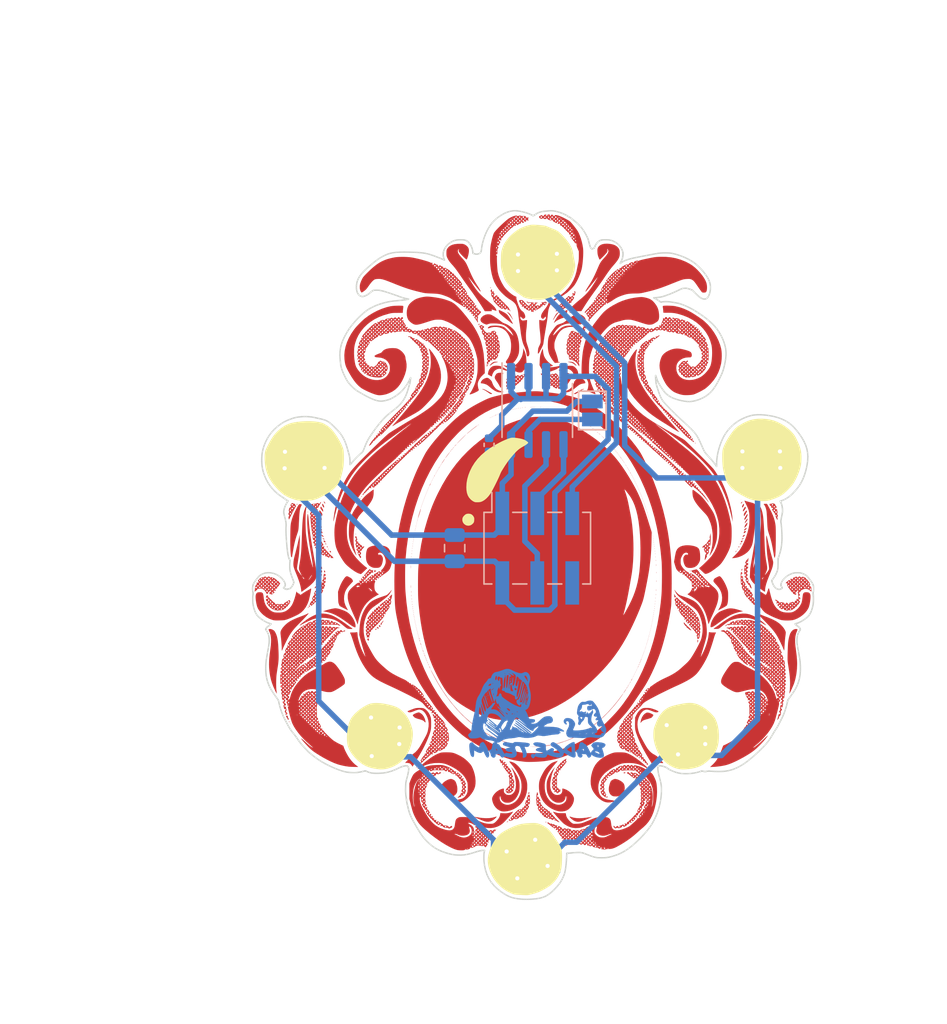
<source format=kicad_pcb>
(kicad_pcb (version 20240108) (generator "pcbnew") (generator_version "7.99")
  (title_block (title "I2C keyboard") (date "2023-08-20") (rev "0.2") (company "Nicolai Electronics"))
  (layers (0 "F.Cu" signal) (1 "In1.Cu" signal) (2 "In2.Cu" signal) (31 "B.Cu" signal) (34 "B.Paste" user) (35 "F.Paste" user) (36 "B.SilkS" user "B.Silkscreen") (37 "F.SilkS" user "F.Silkscreen") (38 "B.Mask" user) (39 "F.Mask" user) (44 "Edge.Cuts" user))
  (net 0 "")
  (net 1 "+3.3V")
  (net 2 "GND")
  (net 3 "Net-(U1-DIN)")
  (net 4 "Net-(U1-DOUT)")
  (net 5 "Net-(U2-DOUT)")
  (net 6 "Net-(U2-DIN)")
  (net 7 "Net-(U3-DOUT)")
  (net 8 "Net-(U5-DOUT)")
  (net 9 "Net-(U7-SDA)")
  (net 10 "Net-(U7-SCL)")
  (net 13 "Net-(JP1-B)")
  (footprint "artwork:Brooch_EdgeCut" (layer "F.Cu") (at -0.304126 0.498192)
    (property "Reference" "N3" (hide yes))
    (property "Value" "Artwork E" (hide yes))
    (fp_line (start -20.375015 2.476189) (end -20.374688 2.394009) (stroke (width 0.1)) (layer "Edge.Cuts"))
    (fp_line (start -20.374688 2.394009) (end -20.368415 2.315349) (stroke (width 0.1)) (layer "Edge.Cuts"))
    (fp_line (start -20.369115 2.561729) (end -20.375015 2.476189) (stroke (width 0.1)) (layer "Edge.Cuts"))
    (fp_line (start -20.368415 2.315349) (end -20.356175 2.240389) (stroke (width 0.1)) (layer "Edge.Cuts"))
    (fp_line (start -20.364324 3.202025) (end -20.363233 3.102159) (stroke (width 0.1)) (layer "Edge.Cuts"))
    (fp_line (start -20.363233 3.102159) (end -20.359537 3.010459) (stroke (width 0.1)) (layer "Edge.Cuts"))
    (fp_line (start -20.362993 3.304298) (end -20.364324 3.202025) (stroke (width 0.1)) (layer "Edge.Cuts"))
    (fp_line (start -20.359537 3.010459) (end -20.353337 2.932659) (stroke (width 0.1)) (layer "Edge.Cuts"))
    (fp_line (start -20.359093 3.403238) (end -20.362993 3.304298) (stroke (width 0.1)) (layer "Edge.Cuts"))
    (fp_line (start -20.357165 2.650469) (end -20.369115 2.561729) (stroke (width 0.1)) (layer "Edge.Cuts"))
    (fp_line (start -20.356175 2.240389) (end -20.338165 2.169289) (stroke (width 0.1)) (layer "Edge.Cuts"))
    (fp_line (start -20.353337 2.932659) (end -20.345737 2.881999) (stroke (width 0.1)) (layer "Edge.Cuts"))
    (fp_line (start -20.352693 3.493108) (end -20.359093 3.403238) (stroke (width 0.1)) (layer "Edge.Cuts"))
    (fp_line (start -20.347265 2.705269) (end -20.357165 2.650469) (stroke (width 0.1)) (layer "Edge.Cuts"))
    (fp_line (start -20.345737 2.881999) (end -20.341637 2.854369) (stroke (width 0.1)) (layer "Edge.Cuts"))
    (fp_line (start -20.344093 3.568148) (end -20.352693 3.493108) (stroke (width 0.1)) (layer "Edge.Cuts"))
    (fp_line (start -20.342465 2.736229) (end -20.347265 2.705269) (stroke (width 0.1)) (layer "Edge.Cuts"))
    (fp_line (start -20.341637 2.854369) (end -20.338787 2.830269) (stroke (width 0.1)) (layer "Edge.Cuts"))
    (fp_line (start -20.339201 2.762609) (end -20.342465 2.736229) (stroke (width 0.1)) (layer "Edge.Cuts"))
    (fp_line (start -20.338787 2.830269) (end -20.337467 2.807969) (stroke (width 0.1)) (layer "Edge.Cuts"))
    (fp_line (start -20.338165 2.169289) (end -20.314255 2.102209) (stroke (width 0.1)) (layer "Edge.Cuts"))
    (fp_line (start -20.33759 2.785949) (end -20.339201 2.762609) (stroke (width 0.1)) (layer "Edge.Cuts"))
    (fp_line (start -20.337467 2.807969) (end -20.33759 2.785949) (stroke (width 0.1)) (layer "Edge.Cuts"))
    (fp_line (start -20.324213 3.674248) (end -20.344093 3.568148) (stroke (width 0.1)) (layer "Edge.Cuts"))
    (fp_line (start -20.314255 2.102209) (end -20.290035 2.051239) (stroke (width 0.1)) (layer "Edge.Cuts"))
    (fp_line (start -20.296443 3.796352) (end -20.324213 3.674248) (stroke (width 0.1)) (layer "Edge.Cuts"))
    (fp_line (start -20.290035 2.051239) (end -20.265525 2.012079) (stroke (width 0.1)) (layer "Edge.Cuts"))
    (fp_line (start -20.265525 2.012079) (end -20.231215 1.960889) (stroke (width 0.1)) (layer "Edge.Cuts"))
    (fp_line (start -20.265273 3.910059) (end -20.296443 3.796352) (stroke (width 0.1)) (layer "Edge.Cuts"))
    (fp_line (start -20.231215 1.960889) (end -20.189375 1.900969) (stroke (width 0.1)) (layer "Edge.Cuts"))
    (fp_line (start -20.230573 4.015739) (end -20.265273 3.910059) (stroke (width 0.1)) (layer "Edge.Cuts"))
    (fp_line (start -20.192253 4.113689) (end -20.230573 4.015739) (stroke (width 0.1)) (layer "Edge.Cuts"))
    (fp_line (start -20.189375 1.900969) (end -20.142355 1.835679) (stroke (width 0.1)) (layer "Edge.Cuts"))
    (fp_line (start -20.150253 4.204259) (end -20.192253 4.113689) (stroke (width 0.1)) (layer "Edge.Cuts"))
    (fp_line (start -20.142355 1.835679) (end -20.092475 1.768369) (stroke (width 0.1)) (layer "Edge.Cuts"))
    (fp_line (start -20.104473 4.287769) (end -20.150253 4.204259) (stroke (width 0.1)) (layer "Edge.Cuts"))
    (fp_line (start -20.092475 1.768369) (end -20.042035 1.702379) (stroke (width 0.1)) (layer "Edge.Cuts"))
    (fp_line (start -20.054843 4.364559) (end -20.104473 4.287769) (stroke (width 0.1)) (layer "Edge.Cuts"))
    (fp_line (start -20.042035 1.702379) (end -19.993365 1.641059) (stroke (width 0.1)) (layer "Edge.Cuts"))
    (fp_line (start -19.999283 4.434119) (end -20.054843 4.364559) (stroke (width 0.1)) (layer "Edge.Cuts"))
    (fp_line (start -19.993365 1.641059) (end -19.925395 1.559539) (stroke (width 0.1)) (layer "Edge.Cuts"))
    (fp_line (start -19.925395 1.559539) (end -19.790042 1.446864) (stroke (width 0.1)) (layer "Edge.Cuts"))
    (fp_line (start -19.921493 4.509529) (end -19.999283 4.434119) (stroke (width 0.1)) (layer "Edge.Cuts"))
    (fp_line (start -19.825666 4.589079) (end -19.921493 4.509529) (stroke (width 0.1)) (layer "Edge.Cuts"))
    (fp_line (start -19.790042 1.446864) (end -19.633199 1.362894) (stroke (width 0.1)) (layer "Edge.Cuts"))
    (fp_line (start -19.716823 4.669279) (end -19.825666 4.589079) (stroke (width 0.1)) (layer "Edge.Cuts"))
    (fp_line (start -19.708809 -6.942912) (end -19.705609 -7.074226) (stroke (width 0.1)) (layer "Edge.Cuts"))
    (fp_line (start -19.708209 -6.805661) (end -19.708809 -6.942912) (stroke (width 0.1)) (layer "Edge.Cuts"))
    (fp_line (start -19.705609 -7.074226) (end -19.698509 -7.198323) (stroke (width 0.1)) (layer "Edge.Cuts"))
    (fp_line (start -19.703709 -6.676985) (end -19.708209 -6.805661) (stroke (width 0.1)) (layer "Edge.Cuts"))
    (fp_line (start -19.698509 -7.198323) (end -19.686869 -7.317219) (stroke (width 0.1)) (layer "Edge.Cuts"))
    (fp_line (start -19.695069 -6.554849) (end -19.703709 -6.676985) (stroke (width 0.1)) (layer "Edge.Cuts"))
    (fp_line (start -19.686869 -7.317219) (end -19.670499 -7.432941) (stroke (width 0.1)) (layer "Edge.Cuts"))
    (fp_line (start -19.681889 -6.437238) (end -19.695069 -6.554849) (stroke (width 0.1)) (layer "Edge.Cuts"))
    (fp_line (start -19.670499 -7.432941) (end -19.649069 -7.547533) (stroke (width 0.1)) (layer "Edge.Cuts"))
    (fp_line (start -19.663849 -6.322116) (end -19.681889 -6.437238) (stroke (width 0.1)) (layer "Edge.Cuts"))
    (fp_line (start -19.649069 -7.547533) (end -19.622139 -7.662992) (stroke (width 0.1)) (layer "Edge.Cuts"))
    (fp_line (start -19.640719 -6.207458) (end -19.663849 -6.322116) (stroke (width 0.1)) (layer "Edge.Cuts"))
    (fp_line (start -19.633199 1.362894) (end -19.459569 1.308104) (stroke (width 0.1)) (layer "Edge.Cuts"))
    (fp_line (start -19.622139 -7.662992) (end -19.589599 -7.781363) (stroke (width 0.1)) (layer "Edge.Cuts"))
    (fp_line (start -19.611959 -6.091248) (end -19.640719 -6.207458) (stroke (width 0.1)) (layer "Edge.Cuts"))
    (fp_line (start -19.600026 4.746679) (end -19.716823 4.669279) (stroke (width 0.1)) (layer "Edge.Cuts"))
    (fp_line (start -19.589599 -7.781363) (end -19.533309 -7.957152) (stroke (width 0.1)) (layer "Edge.Cuts"))
    (fp_line (start -19.577399 -5.971462) (end -19.611959 -6.091248) (stroke (width 0.1)) (layer "Edge.Cuts"))
    (fp_line (start -19.533309 -7.957152) (end -19.423584 -8.225987) (stroke (width 0.1)) (layer "Edge.Cuts"))
    (fp_line (start -19.502769 -5.754059) (end -19.577399 -5.971462) (stroke (width 0.1)) (layer "Edge.Cuts"))
    (fp_line (start -19.480299 4.817779) (end -19.600026 4.746679) (stroke (width 0.1)) (layer "Edge.Cuts"))
    (fp_line (start -19.459569 1.308104) (end -19.273856 1.282974) (stroke (width 0.1)) (layer "Edge.Cuts"))
    (fp_line (start -19.423584 -8.225987) (end -19.29318 -8.47934) (stroke (width 0.1)) (layer "Edge.Cuts"))
    (fp_line (start -19.416393 8.178302) (end -19.414156 8.036242) (stroke (width 0.1)) (layer "Edge.Cuts"))
    (fp_line (start -19.415793 8.330864) (end -19.416393 8.178302) (stroke (width 0.1)) (layer "Edge.Cuts"))
    (fp_line (start -19.414156 8.036242) (end -19.408293 7.903267) (stroke (width 0.1)) (layer "Edge.Cuts"))
    (fp_line (start -19.412869 5.385599) (end -19.406569 5.358649) (stroke (width 0.1)) (layer "Edge.Cuts"))
    (fp_line (start -19.412414 5.399099) (end -19.412869 5.385599) (stroke (width 0.1)) (layer "Edge.Cuts"))
    (fp_line (start -19.410893 8.473027) (end -19.415793 8.330864) (stroke (width 0.1)) (layer "Edge.Cuts"))
    (fp_line (start -19.409169 5.409939) (end -19.412414 5.399099) (stroke (width 0.1)) (layer "Edge.Cuts"))
    (fp_line (start -19.408293 7.903267) (end -19.397793 7.771085) (stroke (width 0.1)) (layer "Edge.Cuts"))
    (fp_line (start -19.406569 5.358649) (end -19.392999 5.329589) (stroke (width 0.1)) (layer "Edge.Cuts"))
    (fp_line (start -19.403369 5.423879) (end -19.409169 5.409939) (stroke (width 0.1)) (layer "Edge.Cuts"))
    (fp_line (start -19.401653 8.607211) (end -19.410893 8.473027) (stroke (width 0.1)) (layer "Edge.Cuts"))
    (fp_line (start -19.397793 7.771085) (end -19.381673 7.631388) (stroke (width 0.1)) (layer "Edge.Cuts"))
    (fp_line (start -19.395469 5.440369) (end -19.403369 5.423879) (stroke (width 0.1)) (layer "Edge.Cuts"))
    (fp_line (start -19.39319 -5.502457) (end -19.502769 -5.754059) (stroke (width 0.1)) (layer "Edge.Cuts"))
    (fp_line (start -19.392999 5.329589) (end -19.372239 5.298739) (stroke (width 0.1)) (layer "Edge.Cuts"))
    (fp_line (start -19.387683 8.735016) (end -19.401653 8.607211) (stroke (width 0.1)) (layer "Edge.Cuts"))
    (fp_line (start -19.385609 5.458879) (end -19.395469 5.440369) (stroke (width 0.1)) (layer "Edge.Cuts"))
    (fp_line (start -19.381673 7.631388) (end -19.358863 7.475847) (stroke (width 0.1)) (layer "Edge.Cuts"))
    (fp_line (start -19.374019 5.478869) (end -19.385609 5.458879) (stroke (width 0.1)) (layer "Edge.Cuts"))
    (fp_line (start -19.372239 5.298739) (end -19.344599 5.266249) (stroke (width 0.1)) (layer "Edge.Cuts"))
    (fp_line (start -19.368583 8.85799) (end -19.387683 8.735016) (stroke (width 0.1)) (layer "Edge.Cuts"))
    (fp_line (start -19.362695 4.879129) (end -19.480299 4.817779) (stroke (width 0.1)) (layer "Edge.Cuts"))
    (fp_line (start -19.361189 5.499699) (end -19.374019 5.478869) (stroke (width 0.1)) (layer "Edge.Cuts"))
    (fp_line (start -19.358863 7.475847) (end -19.328503 7.296162) (stroke (width 0.1)) (layer "Edge.Cuts"))
    (fp_line (start -19.347219 5.521029) (end -19.361189 5.499699) (stroke (width 0.1)) (layer "Edge.Cuts"))
    (fp_line (start -19.344599 5.266249) (end -19.310249 5.232329) (stroke (width 0.1)) (layer "Edge.Cuts"))
    (fp_line (start -19.344263 8.977715) (end -19.368583 8.85799) (stroke (width 0.1)) (layer "Edge.Cuts"))
    (fp_line (start -19.328503 7.296162) (end -19.289533 7.084023) (stroke (width 0.1)) (layer "Edge.Cuts"))
    (fp_line (start -19.314263 9.095749) (end -19.344263 8.977715) (stroke (width 0.1)) (layer "Edge.Cuts"))
    (fp_line (start -19.311119 5.577039) (end -19.347219 5.521029) (stroke (width 0.1)) (layer "Edge.Cuts"))
    (fp_line (start -19.310249 5.232329) (end -19.269399 5.197199) (stroke (width 0.1)) (layer "Edge.Cuts"))
    (fp_line (start -19.29318 -8.47934) (end -19.141983 -8.717253) (stroke (width 0.1)) (layer "Edge.Cuts"))
    (fp_line (start -19.289533 7.084023) (end -19.247583 6.862872) (stroke (width 0.1)) (layer "Edge.Cuts"))
    (fp_line (start -19.278393 9.213682) (end -19.314263 9.095749) (stroke (width 0.1)) (layer "Edge.Cuts"))
    (fp_line (start -19.273856 1.282974) (end -19.080793 1.287874) (stroke (width 0.1)) (layer "Edge.Cuts"))
    (fp_line (start -19.271139 5.649579) (end -19.311119 5.577039) (stroke (width 0.1)) (layer "Edge.Cuts"))
    (fp_line (start -19.269399 5.197199) (end -19.222229 5.161069) (stroke (width 0.1)) (layer "Edge.Cuts"))
    (fp_line (start -19.264708 -5.264556) (end -19.39319 -5.502457) (stroke (width 0.1)) (layer "Edge.Cuts"))
    (fp_line (start -19.252259 4.927249) (end -19.362695 4.879129) (stroke (width 0.1)) (layer "Edge.Cuts"))
    (fp_line (start -19.247583 6.862872) (end -19.222403 6.72398) (stroke (width 0.1)) (layer "Edge.Cuts"))
    (fp_line (start -19.238369 5.722709) (end -19.271139 5.649579) (stroke (width 0.1)) (layer "Edge.Cuts"))
    (fp_line (start -19.235283 9.33732) (end -19.278393 9.213682) (stroke (width 0.1)) (layer "Edge.Cuts"))
    (fp_line (start -19.222403 6.72398) (end -19.202983 6.611489) (stroke (width 0.1)) (layer "Edge.Cuts"))
    (fp_line (start -19.222229 5.161069) (end -19.181749 5.132989) (stroke (width 0.1)) (layer "Edge.Cuts"))
    (fp_line (start -19.212199 5.798139) (end -19.238369 5.722709) (stroke (width 0.1)) (layer "Edge.Cuts"))
    (fp_line (start -19.203689 4.944109) (end -19.252259 4.927249) (stroke (width 0.1)) (layer "Edge.Cuts"))
    (fp_line (start -19.202983 6.611489) (end -19.188473 6.519649) (stroke (width 0.1)) (layer "Edge.Cuts"))
    (fp_line (start -19.192439 5.877629) (end -19.212199 5.798139) (stroke (width 0.1)) (layer "Edge.Cuts"))
    (fp_line (start -19.188473 6.519649) (end -19.178263 6.442729) (stroke (width 0.1)) (layer "Edge.Cuts"))
    (fp_line (start -19.187793 9.457188) (end -19.235283 9.33732) (stroke (width 0.1)) (layer "Edge.Cuts"))
    (fp_line (start -19.181749 5.132989) (end -19.165519 5.121669) (stroke (width 0.1)) (layer "Edge.Cuts"))
    (fp_line (start -19.181239 4.952309) (end -19.203689 4.944109) (stroke (width 0.1)) (layer "Edge.Cuts"))
    (fp_line (start -19.178449 5.962909) (end -19.192439 5.877629) (stroke (width 0.1)) (layer "Edge.Cuts"))
    (fp_line (start -19.178263 6.442729) (end -19.171663 6.374979) (stroke (width 0.1)) (layer "Edge.Cuts"))
    (fp_line (start -19.171663 6.374979) (end -19.167863 6.310639) (stroke (width 0.1)) (layer "Edge.Cuts"))
    (fp_line (start -19.169749 6.055709) (end -19.178449 5.962909) (stroke (width 0.1)) (layer "Edge.Cuts"))
    (fp_line (start -19.167863 6.310639) (end -19.166215 6.243979) (stroke (width 0.1)) (layer "Edge.Cuts"))
    (fp_line (start -19.166215 6.243979) (end -19.166049 6.157769) (stroke (width 0.1)) (layer "Edge.Cuts"))
    (fp_line (start -19.166049 6.157769) (end -19.169749 6.055709) (stroke (width 0.1)) (layer "Edge.Cuts"))
    (fp_line (start -19.165519 5.121669) (end -19.149039 5.109789) (stroke (width 0.1)) (layer "Edge.Cuts"))
    (fp_line (start -19.159229 4.960409) (end -19.181239 4.952309) (stroke (width 0.1)) (layer "Edge.Cuts"))
    (fp_line (start -19.149039 5.109789) (end -19.133019 5.097779) (stroke (width 0.1)) (layer "Edge.Cuts"))
    (fp_line (start -19.141983 -8.717253) (end -18.969868 -8.939747) (stroke (width 0.1)) (layer "Edge.Cuts"))
    (fp_line (start -19.138399 4.968209) (end -19.159229 4.960409) (stroke (width 0.1)) (layer "Edge.Cuts"))
    (fp_line (start -19.134533 9.574288) (end -19.187793 9.457188) (stroke (width 0.1)) (layer "Edge.Cuts"))
    (fp_line (start -19.133019 5.097779) (end -19.117579 5.085769) (stroke (width 0.1)) (layer "Edge.Cuts"))
    (fp_line (start -19.119179 4.975309) (end -19.138399 4.968209) (stroke (width 0.1)) (layer "Edge.Cuts"))
    (fp_line (start -19.117579 5.085769) (end -19.103329 5.074279) (stroke (width 0.1)) (layer "Edge.Cuts"))
    (fp_line (start -19.117478 -5.040673) (end -19.264708 -5.264556) (stroke (width 0.1)) (layer "Edge.Cuts"))
    (fp_line (start -19.103329 5.074279) (end -19.090679 5.063549) (stroke (width 0.1)) (layer "Edge.Cuts"))
    (fp_line (start -19.102119 4.981709) (end -19.119179 4.975309) (stroke (width 0.1)) (layer "Edge.Cuts"))
    (fp_line (start -19.090679 5.063549) (end -19.079849 5.053909) (stroke (width 0.1)) (layer "Edge.Cuts"))
    (fp_line (start -19.087849 4.986909) (end -19.102119 4.981709) (stroke (width 0.1)) (layer "Edge.Cuts"))
    (fp_line (start -19.080793 1.287874) (end -18.885083 1.323354) (stroke (width 0.1)) (layer "Edge.Cuts"))
    (fp_line (start -19.079849 5.053909) (end -19.069749 5.043009) (stroke (width 0.1)) (layer "Edge.Cuts"))
    (fp_line (start -19.076749 4.990834) (end -19.087849 4.986909) (stroke (width 0.1)) (layer "Edge.Cuts"))
    (fp_line (start -19.074149 4.991709) (end -19.076749 4.990834) (stroke (width 0.1)) (layer "Edge.Cuts"))
    (fp_line (start -19.073223 9.692705) (end -19.134533 9.574288) (stroke (width 0.1)) (layer "Edge.Cuts"))
    (fp_line (start -19.069749 4.993509) (end -19.074149 4.991709) (stroke (width 0.1)) (layer "Edge.Cuts"))
    (fp_line (start -19.069749 5.043009) (end -19.065349 5.037709) (stroke (width 0.1)) (layer "Edge.Cuts"))
    (fp_line (start -19.065349 4.995209) (end -19.069749 4.993509) (stroke (width 0.1)) (layer "Edge.Cuts"))
    (fp_line (start -19.065349 5.037709) (end -19.060949 5.032409) (stroke (width 0.1)) (layer "Edge.Cuts"))
    (fp_line (start -19.060949 4.997009) (end -19.065349 4.995209) (stroke (width 0.1)) (layer "Edge.Cuts"))
    (fp_line (start -19.060949 5.032409) (end -19.056549 5.027109) (stroke (width 0.1)) (layer "Edge.Cuts"))
    (fp_line (start -19.056549 4.998809) (end -19.060949 4.997009) (stroke (width 0.1)) (layer "Edge.Cuts"))
    (fp_line (start -19.056549 5.027109) (end -19.052149 5.021809) (stroke (width 0.1)) (layer "Edge.Cuts"))
    (fp_line (start -19.052149 5.000609) (end -19.056549 4.998809) (stroke (width 0.1)) (layer "Edge.Cuts"))
    (fp_line (start -19.052149 5.021809) (end -19.047749 5.016509) (stroke (width 0.1)) (layer "Edge.Cuts"))
    (fp_line (start -19.047749 5.002409) (end -19.052149 5.000609) (stroke (width 0.1)) (layer "Edge.Cuts"))
    (fp_line (start -19.047749 5.016509) (end -19.043349 5.011209) (stroke (width 0.1)) (layer "Edge.Cuts"))
    (fp_line (start -19.043349 5.004209) (end -19.047749 5.002409) (stroke (width 0.1)) (layer "Edge.Cuts"))
    (fp_line (start -19.043349 5.011209) (end -19.038949 5.005909) (stroke (width 0.1)) (layer "Edge.Cuts"))
    (fp_line (start -19.038949 5.005909) (end -19.043349 5.004209) (stroke (width 0.1)) (layer "Edge.Cuts"))
    (fp_line (start -19.001593 9.81654) (end -19.073223 9.692705) (stroke (width 0.1)) (layer "Edge.Cuts"))
    (fp_line (start -18.969868 -8.939747) (end -18.776711 -9.146882) (stroke (width 0.1)) (layer "Edge.Cuts"))
    (fp_line (start -18.951677 -4.83107) (end -19.117478 -5.040673) (stroke (width 0.1)) (layer "Edge.Cuts"))
    (fp_line (start -18.917363 9.949878) (end -19.001593 9.81654) (stroke (width 0.1)) (layer "Edge.Cuts"))
    (fp_line (start -18.885083 1.323354) (end -18.691439 1.389804) (stroke (width 0.1)) (layer "Edge.Cuts"))
    (fp_line (start -18.818269 10.096821) (end -18.917363 9.949878) (stroke (width 0.1)) (layer "Edge.Cuts"))
    (fp_line (start -18.776711 -9.146882) (end -18.562386 -9.338699) (stroke (width 0.1)) (layer "Edge.Cuts"))
    (fp_line (start -18.767458 -4.636056) (end -18.951677 -4.83107) (stroke (width 0.1)) (layer "Edge.Cuts"))
    (fp_line (start -18.702035 10.261452) (end -18.818269 10.096821) (stroke (width 0.1)) (layer "Edge.Cuts"))
    (fp_line (start -18.691439 1.389804) (end -18.552205 1.461204) (stroke (width 0.1)) (layer "Edge.Cuts"))
    (fp_line (start -18.621495 10.372022) (end -18.702035 10.261452) (stroke (width 0.1)) (layer "Edge.Cuts"))
    (fp_line (start -18.578555 10.431382) (end -18.621495 10.372022) (stroke (width 0.1)) (layer "Edge.Cuts"))
    (fp_line (start -18.564988 -4.45591) (end -18.767458 -4.636056) (stroke (width 0.1)) (layer "Edge.Cuts"))
    (fp_line (start -18.562386 -9.338699) (end -18.326761 -9.515219) (stroke (width 0.1)) (layer "Edge.Cuts"))
    (fp_line (start -18.552205 1.461204) (end -18.509235 1.487444) (stroke (width 0.1)) (layer "Edge.Cuts"))
    (fp_line (start -18.546575 10.477482) (end -18.578555 10.431382) (stroke (width 0.1)) (layer "Edge.Cuts"))
    (fp_line (start -18.523405 10.513892) (end -18.546575 10.477482) (stroke (width 0.1)) (layer "Edge.Cuts"))
    (fp_line (start -18.509235 1.487444) (end -18.465985 1.516084) (stroke (width 0.1)) (layer "Edge.Cuts"))
    (fp_line (start -18.507315 10.544152) (end -18.523405 10.513892) (stroke (width 0.1)) (layer "Edge.Cuts"))
    (fp_line (start -18.496125 10.571842) (end -18.507315 10.544152) (stroke (width 0.1)) (layer "Edge.Cuts"))
    (fp_line (start -18.487825 10.600452) (end -18.496125 10.571842) (stroke (width 0.1)) (layer "Edge.Cuts"))
    (fp_line (start -18.480625 10.633602) (end -18.487825 10.600452) (stroke (width 0.1)) (layer "Edge.Cuts"))
    (fp_line (start -18.465985 1.516084) (end -18.422985 1.546824) (stroke (width 0.1)) (layer "Edge.Cuts"))
    (fp_line (start -18.453835 10.759343) (end -18.480625 10.633602) (stroke (width 0.1)) (layer "Edge.Cuts"))
    (fp_line (start -18.422985 1.546824) (end -18.380795 1.579314) (stroke (width 0.1)) (layer "Edge.Cuts"))
    (fp_line (start -18.411845 10.929452) (end -18.453835 10.759343) (stroke (width 0.1)) (layer "Edge.Cuts"))
    (fp_line (start -18.380795 1.579314) (end -18.339925 1.613174) (stroke (width 0.1)) (layer "Edge.Cuts"))
    (fp_line (start -18.364145 11.099091) (end -18.411845 10.929452) (stroke (width 0.1)) (layer "Edge.Cuts"))
    (fp_line (start -18.344451 -4.290932) (end -18.564988 -4.45591) (stroke (width 0.1)) (layer "Edge.Cuts"))
    (fp_line (start -18.339925 1.613174) (end -18.300945 1.648024) (stroke (width 0.1)) (layer "Edge.Cuts"))
    (fp_line (start -18.326761 -9.515219) (end -18.129259 -9.640352) (stroke (width 0.1)) (layer "Edge.Cuts"))
    (fp_line (start -18.311475 11.266195) (end -18.364145 11.099091) (stroke (width 0.1)) (layer "Edge.Cuts"))
    (fp_line (start -18.300945 1.648024) (end -18.264365 1.683494) (stroke (width 0.1)) (layer "Edge.Cuts"))
    (fp_line (start -18.264365 1.683494) (end -18.210015 1.741704) (stroke (width 0.1)) (layer "Edge.Cuts"))
    (fp_line (start -18.254585 11.428696) (end -18.311475 11.266195) (stroke (width 0.1)) (layer "Edge.Cuts"))
    (fp_line (start -18.244341 -4.226582) (end -18.344451 -4.290932) (stroke (width 0.1)) (layer "Edge.Cuts"))
    (fp_line (start -18.210171 -4.204182) (end -18.244341 -4.226582) (stroke (width 0.1)) (layer "Edge.Cuts"))
    (fp_line (start -18.210015 1.741704) (end -18.130275 1.84181) (stroke (width 0.1)) (layer "Edge.Cuts"))
    (fp_line (start -18.194225 11.584529) (end -18.254585 11.428696) (stroke (width 0.1)) (layer "Edge.Cuts"))
    (fp_line (start -18.174991 -4.180402) (end -18.210171 -4.204182) (stroke (width 0.1)) (layer "Edge.Cuts"))
    (fp_line (start -18.139821 -4.156042) (end -18.174991 -4.180402) (stroke (width 0.1)) (layer "Edge.Cuts"))
    (fp_line (start -18.131135 11.731616) (end -18.194225 11.584529) (stroke (width 0.1)) (layer "Edge.Cuts"))
    (fp_line (start -18.130275 1.84181) (end -18.069315 1.93736) (stroke (width 0.1)) (layer "Edge.Cuts"))
    (fp_line (start -18.129259 -9.640352) (end -18.029739 -9.693752) (stroke (width 0.1)) (layer "Edge.Cuts"))
    (fp_line (start -18.125235 2.37063) (end -18.121235 2.37463) (stroke (width 0.1)) (layer "Edge.Cuts"))
    (fp_line (start -18.121235 2.37463) (end -18.117235 2.37863) (stroke (width 0.1)) (layer "Edge.Cuts"))
    (fp_line (start -18.120835 2.36753) (end -18.125235 2.37063) (stroke (width 0.1)) (layer "Edge.Cuts"))
    (fp_line (start -18.117235 2.37863) (end -18.113235 2.38263) (stroke (width 0.1)) (layer "Edge.Cuts"))
    (fp_line (start -18.116435 2.36443) (end -18.120835 2.36753) (stroke (width 0.1)) (layer "Edge.Cuts"))
    (fp_line (start -18.113235 2.38263) (end -18.109235 2.38663) (stroke (width 0.1)) (layer "Edge.Cuts"))
    (fp_line (start -18.112035 2.36133) (end -18.116435 2.36443) (stroke (width 0.1)) (layer "Edge.Cuts"))
    (fp_line (start -18.109235 2.38663) (end -18.105235 2.39063) (stroke (width 0.1)) (layer "Edge.Cuts"))
    (fp_line (start -18.107635 2.35823) (end -18.112035 2.36133) (stroke (width 0.1)) (layer "Edge.Cuts"))
    (fp_line (start -18.107191 -3.160242) (end -18.100691 -3.235992) (stroke (width 0.1)) (layer "Edge.Cuts"))
    (fp_line (start -18.107027 -3.107052) (end -18.107191 -3.160242) (stroke (width 0.1)) (layer "Edge.Cuts"))
    (fp_line (start -18.105641 -4.132082) (end -18.139821 -4.156042) (stroke (width 0.1)) (layer "Edge.Cuts"))
    (fp_line (start -18.105474 -3.066962) (end -18.107027 -3.107052) (stroke (width 0.1)) (layer "Edge.Cuts"))
    (fp_line (start -18.105235 2.39063) (end -18.101235 2.39463) (stroke (width 0.1)) (layer "Edge.Cuts"))
    (fp_line (start -18.103235 2.35513) (end -18.107635 2.35823) (stroke (width 0.1)) (layer "Edge.Cuts"))
    (fp_line (start -18.101574 -3.027012) (end -18.105474 -3.066962) (stroke (width 0.1)) (layer "Edge.Cuts"))
    (fp_line (start -18.101235 2.39463) (end -18.097235 2.39863) (stroke (width 0.1)) (layer "Edge.Cuts"))
    (fp_line (start -18.100691 -3.235992) (end -18.086321 -3.315222) (stroke (width 0.1)) (layer "Edge.Cuts"))
    (fp_line (start -18.098835 2.35203) (end -18.103235 2.35513) (stroke (width 0.1)) (layer "Edge.Cuts"))
    (fp_line (start -18.097235 2.39863) (end -18.093235 2.40263) (stroke (width 0.1)) (layer "Edge.Cuts"))
    (fp_line (start -18.094774 -2.983532) (end -18.101574 -3.027012) (stroke (width 0.1)) (layer "Edge.Cuts"))
    (fp_line (start -18.094435 2.34893) (end -18.098835 2.35203) (stroke (width 0.1)) (layer "Edge.Cuts"))
    (fp_line (start -18.093235 2.40263) (end -18.087935 2.40833) (stroke (width 0.1)) (layer "Edge.Cuts"))
    (fp_line (start -18.087935 2.40833) (end -18.069025 2.42495) (stroke (width 0.1)) (layer "Edge.Cuts"))
    (fp_line (start -18.086321 -3.315222) (end -18.064261 -3.397782) (stroke (width 0.1)) (layer "Edge.Cuts"))
    (fp_line (start -18.084254 -2.932842) (end -18.094774 -2.983532) (stroke (width 0.1)) (layer "Edge.Cuts"))
    (fp_line (start -18.073431 -4.109002) (end -18.105641 -4.132082) (stroke (width 0.1)) (layer "Edge.Cuts"))
    (fp_line (start -18.069315 1.93736) (end -18.027375 2.02737) (stroke (width 0.1)) (layer "Edge.Cuts"))
    (fp_line (start -18.069114 -2.871262) (end -18.084254 -2.932842) (stroke (width 0.1)) (layer "Edge.Cuts"))
    (fp_line (start -18.069025 2.42495) (end -18.047265 2.44023) (stroke (width 0.1)) (layer "Edge.Cuts"))
    (fp_line (start -18.066065 11.867912) (end -18.131135 11.731616) (stroke (width 0.1)) (layer "Edge.Cuts"))
    (fp_line (start -18.064261 -3.397782) (end -18.034791 -3.483582) (stroke (width 0.1)) (layer "Edge.Cuts"))
    (fp_line (start -18.053705 2.31314) (end -18.094435 2.34893) (stroke (width 0.1)) (layer "Edge.Cuts"))
    (fp_line (start -18.048914 -2.795122) (end -18.069114 -2.871262) (stroke (width 0.1)) (layer "Edge.Cuts"))
    (fp_line (start -18.047265 2.44023) (end -18.023485 2.4541) (stroke (width 0.1)) (layer "Edge.Cuts"))
    (fp_line (start -18.044291 -4.087792) (end -18.073431 -4.109002) (stroke (width 0.1)) (layer "Edge.Cuts"))
    (fp_line (start -18.034791 -3.483582) (end -17.997871 -3.572482) (stroke (width 0.1)) (layer "Edge.Cuts"))
    (fp_line (start -18.033585 11.928992) (end -18.066065 11.867912) (stroke (width 0.1)) (layer "Edge.Cuts"))
    (fp_line (start -18.029739 -9.693752) (end -17.914232 -9.748932) (stroke (width 0.1)) (layer "Edge.Cuts"))
    (fp_line (start -18.027375 2.02737) (end -18.004645 2.11091) (stroke (width 0.1)) (layer "Edge.Cuts"))
    (fp_line (start -18.023485 2.4541) (end -17.998415 2.46609) (stroke (width 0.1)) (layer "Edge.Cuts"))
    (fp_line (start -18.022694 -2.70073) (end -18.048914 -2.795122) (stroke (width 0.1)) (layer "Edge.Cuts"))
    (fp_line (start -18.018961 -4.069142) (end -18.044291 -4.087792) (stroke (width 0.1)) (layer "Edge.Cuts"))
    (fp_line (start -18.017545 2.25475) (end -18.053705 2.31314) (stroke (width 0.1)) (layer "Edge.Cuts"))
    (fp_line (start -18.014115 11.965202) (end -18.033585 11.928992) (stroke (width 0.1)) (layer "Edge.Cuts"))
    (fp_line (start -18.004645 2.11091) (end -18.001324 2.18701) (stroke (width 0.1)) (layer "Edge.Cuts"))
    (fp_line (start -18.001324 2.18701) (end -18.017545 2.25475) (stroke (width 0.1)) (layer "Edge.Cuts"))
    (fp_line (start -17.998415 2.46609) (end -17.972985 2.47573) (stroke (width 0.1)) (layer "Edge.Cuts"))
    (fp_line (start -17.997871 -3.572482) (end -17.953671 -3.664362) (stroke (width 0.1)) (layer "Edge.Cuts"))
    (fp_line (start -17.997651 -4.053152) (end -18.018961 -4.069142) (stroke (width 0.1)) (layer "Edge.Cuts"))
    (fp_line (start -17.996784 -2.60378) (end -18.022694 -2.70073) (stroke (width 0.1)) (layer "Edge.Cuts"))
    (fp_line (start -17.991385 12.008052) (end -18.014115 11.965202) (stroke (width 0.1)) (layer "Edge.Cuts"))
    (fp_line (start -17.977264 -2.51754) (end -17.996784 -2.60378) (stroke (width 0.1)) (layer "Edge.Cuts"))
    (fp_line (start -17.975371 -4.037212) (end -17.997651 -4.053152) (stroke (width 0.1)) (layer "Edge.Cuts"))
    (fp_line (start -17.972985 2.47573) (end -17.948015 2.48273) (stroke (width 0.1)) (layer "Edge.Cuts"))
    (fp_line (start -17.966075 12.055972) (end -17.991385 12.008052) (stroke (width 0.1)) (layer "Edge.Cuts"))
    (fp_line (start -17.961374 -2.4349) (end -17.977264 -2.51754) (stroke (width 0.1)) (layer "Edge.Cuts"))
    (fp_line (start -17.953671 -3.664362) (end -17.902321 -3.759092) (stroke (width 0.1)) (layer "Edge.Cuts"))
    (fp_line (start -17.952891 -4.021492) (end -17.975371 -4.037212) (stroke (width 0.1)) (layer "Edge.Cuts"))
    (fp_line (start -17.950235 -1.861447) (end -17.947364 -2.00708) (stroke (width 0.1)) (layer "Edge.Cuts"))
    (fp_line (start -17.949354 -2.35622) (end -17.961374 -2.4349) (stroke (width 0.1)) (layer "Edge.Cuts"))
    (fp_line (start -17.948015 2.48273) (end -17.924345 2.48673) (stroke (width 0.1)) (layer "Edge.Cuts"))
    (fp_line (start -17.947364 -2.00708) (end -17.939264 -2.08865) (stroke (width 0.1)) (layer "Edge.Cuts"))
    (fp_line (start -17.947242 -1.671893) (end -17.950235 -1.861447) (stroke (width 0.1)) (layer "Edge.Cuts"))
    (fp_line (start -17.941054 -2.2819) (end -17.949354 -2.35622) (stroke (width 0.1)) (layer "Edge.Cuts"))
    (fp_line (start -17.939264 -2.08865) (end -17.935976 -2.14773) (stroke (width 0.1)) (layer "Edge.Cuts"))
    (fp_line (start -17.939075 12.107392) (end -17.966075 12.055972) (stroke (width 0.1)) (layer "Edge.Cuts"))
    (fp_line (start -17.938942 -1.45014) (end -17.947242 -1.671893) (stroke (width 0.1)) (layer "Edge.Cuts"))
    (fp_line (start -17.936567 -2.21227) (end -17.941054 -2.2819) (stroke (width 0.1)) (layer "Edge.Cuts"))
    (fp_line (start -17.935976 -2.14773) (end -17.936567 -2.21227) (stroke (width 0.1)) (layer "Edge.Cuts"))
    (fp_line (start -17.930871 -4.006352) (end -17.952891 -4.021492) (stroke (width 0.1)) (layer "Edge.Cuts"))
    (fp_line (start -17.925972 -1.207929) (end -17.938942 -1.45014) (stroke (width 0.1)) (layer "Edge.Cuts"))
    (fp_line (start -17.924345 2.48673) (end -17.900985 2.48733) (stroke (width 0.1)) (layer "Edge.Cuts"))
    (fp_line (start -17.914232 -9.748932) (end -17.788113 -9.803722) (stroke (width 0.1)) (layer "Edge.Cuts"))
    (fp_line (start -17.911065 12.160752) (end -17.939075 12.107392) (stroke (width 0.1)) (layer "Edge.Cuts"))
    (fp_line (start -17.909871 -3.992372) (end -17.930871 -4.006352) (stroke (width 0.1)) (layer "Edge.Cuts"))
    (fp_line (start -17.908862 -0.957013) (end -17.925972 -1.207929) (stroke (width 0.1)) (layer "Edge.Cuts"))
    (fp_line (start -17.902321 -3.759092) (end -17.859801 -3.830522) (stroke (width 0.1)) (layer "Edge.Cuts"))
    (fp_line (start -17.900985 2.48733) (end -17.870605 2.485015) (stroke (width 0.1)) (layer "Edge.Cuts"))
    (fp_line (start -17.890661 -3.979722) (end -17.909871 -3.992372) (stroke (width 0.1)) (layer "Edge.Cuts"))
    (fp_line (start -17.888432 -0.709133) (end -17.908862 -0.957013) (stroke (width 0.1)) (layer "Edge.Cuts"))
    (fp_line (start -17.882835 12.214462) (end -17.911065 12.160752) (stroke (width 0.1)) (layer "Edge.Cuts"))
    (fp_line (start -17.873901 -3.968862) (end -17.890661 -3.979722) (stroke (width 0.1)) (layer "Edge.Cuts"))
    (fp_line (start -17.870605 2.485015) (end -17.837055 2.48033) (stroke (width 0.1)) (layer "Edge.Cuts"))
    (fp_line (start -17.865202 -0.47602) (end -17.888432 -0.709133) (stroke (width 0.1)) (layer "Edge.Cuts"))
    (fp_line (start -17.860251 -3.960162) (end -17.873901 -3.968862) (stroke (width 0.1)) (layer "Edge.Cuts"))
    (fp_line (start -17.859801 -3.830522) (end -17.848321 -3.849662) (stroke (width 0.1)) (layer "Edge.Cuts"))
    (fp_line (start -17.855265 12.266962) (end -17.882835 12.214462) (stroke (width 0.1)) (layer "Edge.Cuts"))
    (fp_line (start -17.849781 -3.954362) (end -17.860251 -3.960162) (stroke (width 0.1)) (layer "Edge.Cuts"))
    (fp_line (start -17.848321 -3.849662) (end -17.837451 -3.867632) (stroke (width 0.1)) (layer "Edge.Cuts"))
    (fp_line (start -17.843412 -0.296768) (end -17.865202 -0.47602) (stroke (width 0.1)) (layer "Edge.Cuts"))
    (fp_line (start -17.839681 -3.949162) (end -17.849781 -3.954362) (stroke (width 0.1)) (layer "Edge.Cuts"))
    (fp_line (start -17.837451 -3.867632) (end -17.827681 -3.883912) (stroke (width 0.1)) (layer "Edge.Cuts"))
    (fp_line (start -17.837055 2.48033) (end -17.801895 2.47373) (stroke (width 0.1)) (layer "Edge.Cuts"))
    (fp_line (start -17.830381 -3.944062) (end -17.839681 -3.949162) (stroke (width 0.1)) (layer "Edge.Cuts"))
    (fp_line (start -17.827681 -3.883912) (end -17.819081 -3.898192) (stroke (width 0.1)) (layer "Edge.Cuts"))
    (fp_line (start -17.822782 -0.151529) (end -17.843412 -0.296768) (stroke (width 0.1)) (layer "Edge.Cuts"))
    (fp_line (start -17.822081 -3.939262) (end -17.830381 -3.944062) (stroke (width 0.1)) (layer "Edge.Cuts"))
    (fp_line (start -17.819081 -3.898192) (end -17.812181 -3.910062) (stroke (width 0.1)) (layer "Edge.Cuts"))
    (fp_line (start -17.814981 -3.935062) (end -17.822081 -3.939262) (stroke (width 0.1)) (layer "Edge.Cuts"))
    (fp_line (start -17.812181 -3.910062) (end -17.807081 -3.918962) (stroke (width 0.1)) (layer "Edge.Cuts"))
    (fp_line (start -17.812015 12.349542) (end -17.855265 12.266962) (stroke (width 0.1)) (layer "Edge.Cuts"))
    (fp_line (start -17.809481 -3.931362) (end -17.814981 -3.935062) (stroke (width 0.1)) (layer "Edge.Cuts"))
    (fp_line (start -17.807081 -3.918962) (end -17.804245 -3.924662) (stroke (width 0.1)) (layer "Edge.Cuts"))
    (fp_line (start -17.805612 -3.928479) (end -17.809481 -3.931362) (stroke (width 0.1)) (layer "Edge.Cuts"))
    (fp_line (start -17.804245 -3.924662) (end -17.803781 -3.926537) (stroke (width 0.1)) (layer "Edge.Cuts"))
    (fp_line (start -17.803781 -3.926537) (end -17.805612 -3.928479) (stroke (width 0.1)) (layer "Edge.Cuts"))
    (fp_line (start -17.801895 2.47373) (end -17.766675 2.46563) (stroke (width 0.1)) (layer "Edge.Cuts"))
    (fp_line (start -17.801322 -0.025166) (end -17.822782 -0.151529) (stroke (width 0.1)) (layer "Edge.Cuts"))
    (fp_line (start -17.788113 -9.803722) (end -17.656755 -9.855982) (stroke (width 0.1)) (layer "Edge.Cuts"))
    (fp_line (start -17.778952 0.0829) (end -17.801322 -0.025166) (stroke (width 0.1)) (layer "Edge.Cuts"))
    (fp_line (start -17.766675 2.46563) (end -17.732965 2.45653) (stroke (width 0.1)) (layer "Edge.Cuts"))
    (fp_line (start -17.763895 12.438282) (end -17.812015 12.349542) (stroke (width 0.1)) (layer "Edge.Cuts"))
    (fp_line (start -17.755692 0.17325) (end -17.778952 0.0829) (stroke (width 0.1)) (layer "Edge.Cuts"))
    (fp_line (start -17.732965 2.45653) (end -17.702325 2.44693) (stroke (width 0.1)) (layer "Edge.Cuts"))
    (fp_line (start -17.731252 0.24645) (end -17.755692 0.17325) (stroke (width 0.1)) (layer "Edge.Cuts"))
    (fp_line (start -17.718255 12.518312) (end -17.763895 12.438282) (stroke (width 0.1)) (layer "Edge.Cuts"))
    (fp_line (start -17.705752 0.30309) (end -17.731252 0.24645) (stroke (width 0.1)) (layer "Edge.Cuts"))
    (fp_line (start -17.702325 2.44693) (end -17.676425 2.43723) (stroke (width 0.1)) (layer "Edge.Cuts"))
    (fp_line (start -17.679112 0.34371) (end -17.705752 0.30309) (stroke (width 0.1)) (layer "Edge.Cuts"))
    (fp_line (start -17.676425 2.43723) (end -17.650925 2.42473) (stroke (width 0.1)) (layer "Edge.Cuts"))
    (fp_line (start -17.673605 12.591952) (end -17.718255 12.518312) (stroke (width 0.1)) (layer "Edge.Cuts"))
    (fp_line (start -17.673334 0.81808) (end -17.672511 0.72711) (stroke (width 0.1)) (layer "Edge.Cuts"))
    (fp_line (start -17.672511 0.72711) (end -17.669507 0.63789) (stroke (width 0.1)) (layer "Edge.Cuts"))
    (fp_line (start -17.671905 0.90677) (end -17.673334 0.81808) (stroke (width 0.1)) (layer "Edge.Cuts"))
    (fp_line (start -17.669507 0.63789) (end -17.664207 0.55449) (stroke (width 0.1)) (layer "Edge.Cuts"))
    (fp_line (start -17.668405 0.98913) (end -17.671905 0.90677) (stroke (width 0.1)) (layer "Edge.Cuts"))
    (fp_line (start -17.664207 0.55449) (end -17.657507 0.48978) (stroke (width 0.1)) (layer "Edge.Cuts"))
    (fp_line (start -17.664012 0.35891) (end -17.679112 0.34371) (stroke (width 0.1)) (layer "Edge.Cuts"))
    (fp_line (start -17.662905 1.0611) (end -17.668405 0.98913) (stroke (width 0.1)) (layer "Edge.Cuts"))
    (fp_line (start -17.657507 0.48978) (end -17.653407 0.45311) (stroke (width 0.1)) (layer "Edge.Cuts"))
    (fp_line (start -17.657412 0.36731) (end -17.664012 0.35891) (stroke (width 0.1)) (layer "Edge.Cuts"))
    (fp_line (start -17.656755 -9.855982) (end -17.525545 -9.903552) (stroke (width 0.1)) (layer "Edge.Cuts"))
    (fp_line (start -17.655305 1.11862) (end -17.662905 1.0611) (stroke (width 0.1)) (layer "Edge.Cuts"))
    (fp_line (start -17.653407 0.45311) (end -17.650709 0.42494) (stroke (width 0.1)) (layer "Edge.Cuts"))
    (fp_line (start -17.65287 0.37661) (end -17.657412 0.36731) (stroke (width 0.1)) (layer "Edge.Cuts"))
    (fp_line (start -17.650925 2.42473) (end -17.612445 2.39492) (stroke (width 0.1)) (layer "Edge.Cuts"))
    (fp_line (start -17.650709 0.42494) (end -17.649653 0.40388) (stroke (width 0.1)) (layer "Edge.Cuts"))
    (fp_line (start -17.650343 0.38821) (end -17.65287 0.37661) (stroke (width 0.1)) (layer "Edge.Cuts"))
    (fp_line (start -17.649653 0.40388) (end -17.650343 0.38821) (stroke (width 0.1)) (layer "Edge.Cuts"))
    (fp_line (start -17.644665 1.16778) (end -17.655305 1.11862) (stroke (width 0.1)) (layer "Edge.Cuts"))
    (fp_line (start -17.630875 1.22441) (end -17.644665 1.16778) (stroke (width 0.1)) (layer "Edge.Cuts"))
    (fp_line (start -17.628465 12.661512) (end -17.673605 12.591952) (stroke (width 0.1)) (layer "Edge.Cuts"))
    (fp_line (start -17.614125 1.28603) (end -17.630875 1.22441) (stroke (width 0.1)) (layer "Edge.Cuts"))
    (fp_line (start -17.612445 2.39492) (end -17.572155 2.35379) (stroke (width 0.1)) (layer "Edge.Cuts"))
    (fp_line (start -17.594105 1.3533) (end -17.614125 1.28603) (stroke (width 0.1)) (layer "Edge.Cuts"))
    (fp_line (start -17.581345 12.729302) (end -17.628465 12.661512) (stroke (width 0.1)) (layer "Edge.Cuts"))
    (fp_line (start -17.572155 2.35379) (end -17.531635 2.30379) (stroke (width 0.1)) (layer "Edge.Cuts"))
    (fp_line (start -17.570715 1.4268) (end -17.594105 1.3533) (stroke (width 0.1)) (layer "Edge.Cuts"))
    (fp_line (start -17.543705 1.50717) (end -17.570715 1.4268) (stroke (width 0.1)) (layer "Edge.Cuts"))
    (fp_line (start -17.531635 2.30379) (end -17.492525 2.24738) (stroke (width 0.1)) (layer "Edge.Cuts"))
    (fp_line (start -17.530745 12.797642) (end -17.581345 12.729302) (stroke (width 0.1)) (layer "Edge.Cuts"))
    (fp_line (start -17.525545 -9.903552) (end -17.399835 -9.944292) (stroke (width 0.1)) (layer "Edge.Cuts"))
    (fp_line (start -17.512875 1.59503) (end -17.543705 1.50717) (stroke (width 0.1)) (layer "Edge.Cuts"))
    (fp_line (start -17.492525 2.24738) (end -17.456435 2.18698) (stroke (width 0.1)) (layer "Edge.Cuts"))
    (fp_line (start -17.478025 1.69098) (end -17.512875 1.59503) (stroke (width 0.1)) (layer "Edge.Cuts"))
    (fp_line (start -17.475185 12.868862) (end -17.530745 12.797642) (stroke (width 0.1)) (layer "Edge.Cuts"))
    (fp_line (start -17.456435 2.18698) (end -17.424965 2.12503) (stroke (width 0.1)) (layer "Edge.Cuts"))
    (fp_line (start -17.444495 1.78089) (end -17.478025 1.69098) (stroke (width 0.1)) (layer "Edge.Cuts"))
    (fp_line (start -17.424965 2.12503) (end -17.399745 2.06398) (stroke (width 0.1)) (layer "Edge.Cuts"))
    (fp_line (start -17.420215 1.84662) (end -17.444495 1.78089) (stroke (width 0.1)) (layer "Edge.Cuts"))
    (fp_line (start -17.416805 12.940902) (end -17.475185 12.868862) (stroke (width 0.1)) (layer "Edge.Cuts"))
    (fp_line (start -17.402505 1.8963) (end -17.420215 1.84662) (stroke (width 0.1)) (layer "Edge.Cuts"))
    (fp_line (start -17.399835 -9.944292) (end -17.285022 -9.976052) (stroke (width 0.1)) (layer "Edge.Cuts"))
    (fp_line (start -17.399745 2.06398) (end -17.385875 2.01823) (stroke (width 0.1)) (layer "Edge.Cuts"))
    (fp_line (start -17.390575 1.93319) (end -17.402505 1.8963) (stroke (width 0.1)) (layer "Edge.Cuts"))
    (fp_line (start -17.385875 2.01823) (end -17.382275 1.99975) (stroke (width 0.1)) (layer "Edge.Cuts"))
    (fp_line (start -17.383875 1.96059) (end -17.390575 1.93319) (stroke (width 0.1)) (layer "Edge.Cuts"))
    (fp_line (start -17.382275 1.99975) (end -17.381337 1.98172) (stroke (width 0.1)) (layer "Edge.Cuts"))
    (fp_line (start -17.381337 1.98172) (end -17.383875 1.96059) (stroke (width 0.1)) (layer "Edge.Cuts"))
    (fp_line (start -17.363065 13.008192) (end -17.416805 12.940902) (stroke (width 0.1)) (layer "Edge.Cuts"))
    (fp_line (start -17.312235 13.073302) (end -17.363065 13.008192) (stroke (width 0.1)) (layer "Edge.Cuts"))
    (fp_line (start -17.285022 -9.976052) (end -17.161329 -10.001522) (stroke (width 0.1)) (layer "Edge.Cuts"))
    (fp_line (start -17.263515 13.137532) (end -17.312235 13.073302) (stroke (width 0.1)) (layer "Edge.Cuts"))
    (fp_line (start -17.216045 13.202162) (end -17.263515 13.137532) (stroke (width 0.1)) (layer "Edge.Cuts"))
    (fp_line (start -17.169035 13.268482) (end -17.216045 13.202162) (stroke (width 0.1)) (layer "Edge.Cuts"))
    (fp_line (start -17.161329 -10.001522) (end -16.988025 -10.027462) (stroke (width 0.1)) (layer "Edge.Cuts"))
    (fp_line (start -17.121625 13.337752) (end -17.169035 13.268482) (stroke (width 0.1)) (layer "Edge.Cuts"))
    (fp_line (start -17.073015 13.411272) (end -17.121625 13.337752) (stroke (width 0.1)) (layer "Edge.Cuts"))
    (fp_line (start -17.033265 13.472182) (end -17.073015 13.411272) (stroke (width 0.1)) (layer "Edge.Cuts"))
    (fp_line (start -16.997655 13.523462) (end -17.033265 13.472182) (stroke (width 0.1)) (layer "Edge.Cuts"))
    (fp_line (start -16.988025 -10.027462) (end -16.812631 -10.044692) (stroke (width 0.1)) (layer "Edge.Cuts"))
    (fp_line (start -16.959655 13.575122) (end -16.997655 13.523462) (stroke (width 0.1)) (layer "Edge.Cuts"))
    (fp_line (start -16.918005 13.628772) (end -16.959655 13.575122) (stroke (width 0.1)) (layer "Edge.Cuts"))
    (fp_line (start -16.871485 13.686012) (end -16.918005 13.628772) (stroke (width 0.1)) (layer "Edge.Cuts"))
    (fp_line (start -16.818855 13.748472) (end -16.871485 13.686012) (stroke (width 0.1)) (layer "Edge.Cuts"))
    (fp_line (start -16.812631 -10.044692) (end -16.636295 -10.053242) (stroke (width 0.1)) (layer "Edge.Cuts"))
    (fp_line (start -16.758855 13.817752) (end -16.818855 13.748472) (stroke (width 0.1)) (layer "Edge.Cuts"))
    (fp_line (start -16.690255 13.895452) (end -16.758855 13.817752) (stroke (width 0.1)) (layer "Edge.Cuts"))
    (fp_line (start -16.636295 -10.053242) (end -16.460184 -10.052995) (stroke (width 0.1)) (layer "Edge.Cuts"))
    (fp_line (start -16.627425 13.964862) (end -16.690255 13.895452) (stroke (width 0.1)) (layer "Edge.Cuts"))
    (fp_line (start -16.571305 14.025792) (end -16.627425 13.964862) (stroke (width 0.1)) (layer "Edge.Cuts"))
    (fp_line (start -16.516345 14.085022) (end -16.571305 14.025792) (stroke (width 0.1)) (layer "Edge.Cuts"))
    (fp_line (start -16.464045 14.140952) (end -16.516345 14.085022) (stroke (width 0.1)) (layer "Edge.Cuts"))
    (fp_line (start -16.460184 -10.052995) (end -16.285445 -10.044042) (stroke (width 0.1)) (layer "Edge.Cuts"))
    (fp_line (start -16.415865 14.191962) (end -16.464045 14.140952) (stroke (width 0.1)) (layer "Edge.Cuts"))
    (fp_line (start -16.373315 14.236442) (end -16.415865 14.191962) (stroke (width 0.1)) (layer "Edge.Cuts"))
    (fp_line (start -16.337915 14.272822) (end -16.373315 14.236442) (stroke (width 0.1)) (layer "Edge.Cuts"))
    (fp_line (start -16.311045 14.299412) (end -16.337915 14.272822) (stroke (width 0.1)) (layer "Edge.Cuts"))
    (fp_line (start -16.285445 -10.044042) (end -16.113244 -10.026312) (stroke (width 0.1)) (layer "Edge.Cuts"))
    (fp_line (start -16.266375 14.339122) (end -16.311045 14.299412) (stroke (width 0.1)) (layer "Edge.Cuts"))
    (fp_line (start -16.194135 14.400172) (end -16.266375 14.339122) (stroke (width 0.1)) (layer "Edge.Cuts"))
    (fp_line (start -16.113244 -10.026312) (end -15.94474 -9.999642) (stroke (width 0.1)) (layer "Edge.Cuts"))
    (fp_line (start -16.110365 14.468792) (end -16.194135 14.400172) (stroke (width 0.1)) (layer "Edge.Cuts"))
    (fp_line (start -16.019645 14.541382) (end -16.110365 14.468792) (stroke (width 0.1)) (layer "Edge.Cuts"))
    (fp_line (start -15.94474 -9.999642) (end -15.825619 -9.974282) (stroke (width 0.1)) (layer "Edge.Cuts"))
    (fp_line (start -15.926575 14.614332) (end -16.019645 14.541382) (stroke (width 0.1)) (layer "Edge.Cuts"))
    (fp_line (start -15.835735 14.684062) (end -15.926575 14.614332) (stroke (width 0.1)) (layer "Edge.Cuts"))
    (fp_line (start -15.825619 -9.974282) (end -15.789599 -9.966082) (stroke (width 0.1)) (layer "Edge.Cuts"))
    (fp_line (start -15.789599 -9.966082) (end -15.746749 -9.956382) (stroke (width 0.1)) (layer "Edge.Cuts"))
    (fp_line (start -15.751715 14.746962) (end -15.835735 14.684062) (stroke (width 0.1)) (layer "Edge.Cuts"))
    (fp_line (start -15.746749 -9.956382) (end -15.698639 -9.945692) (stroke (width 0.1)) (layer "Edge.Cuts"))
    (fp_line (start -15.698639 -9.945692) (end -15.646819 -9.934132) (stroke (width 0.1)) (layer "Edge.Cuts"))
    (fp_line (start -15.679115 14.799452) (end -15.751715 14.746962) (stroke (width 0.1)) (layer "Edge.Cuts"))
    (fp_line (start -15.646819 -9.934132) (end -15.592879 -9.922272) (stroke (width 0.1)) (layer "Edge.Cuts"))
    (fp_line (start -15.592879 -9.922272) (end -15.538389 -9.910492) (stroke (width 0.1)) (layer "Edge.Cuts"))
    (fp_line (start -15.538389 -9.910492) (end -15.484919 -9.898952) (stroke (width 0.1)) (layer "Edge.Cuts"))
    (fp_line (start -15.534363 14.898448) (end -15.679115 14.799452) (stroke (width 0.1)) (layer "Edge.Cuts"))
    (fp_line (start -15.484919 -9.898952) (end -15.389499 -9.877602) (stroke (width 0.1)) (layer "Edge.Cuts"))
    (fp_line (start -15.389499 -9.877602) (end -15.23052 -9.835842) (stroke (width 0.1)) (layer "Edge.Cuts"))
    (fp_line (start -15.324024 15.028042) (end -15.534363 14.898448) (stroke (width 0.1)) (layer "Edge.Cuts"))
    (fp_line (start -15.23052 -9.835842) (end -15.093965 -9.790222) (stroke (width 0.1)) (layer "Edge.Cuts"))
    (fp_line (start -15.094657 15.156506) (end -15.324024 15.028042) (stroke (width 0.1)) (layer "Edge.Cuts"))
    (fp_line (start -15.093965 -9.790222) (end -14.971875 -9.735872) (stroke (width 0.1)) (layer "Edge.Cuts"))
    (fp_line (start -14.971875 -9.735872) (end -14.85626 -9.667912) (stroke (width 0.1)) (layer "Edge.Cuts"))
    (fp_line (start -14.85626 -9.667912) (end -14.739133 -9.581452) (stroke (width 0.1)) (layer "Edge.Cuts"))
    (fp_line (start -14.852731 15.280771) (end -15.094657 15.156506) (stroke (width 0.1)) (layer "Edge.Cuts"))
    (fp_line (start -14.739133 -9.581452) (end -14.612535 -9.471627) (stroke (width 0.1)) (layer "Edge.Cuts"))
    (fp_line (start -14.612535 -9.471627) (end -14.468466 -9.333558) (stroke (width 0.1)) (layer "Edge.Cuts"))
    (fp_line (start -14.604687 15.397796) (end -14.852731 15.280771) (stroke (width 0.1)) (layer "Edge.Cuts"))
    (fp_line (start -14.468466 -9.333558) (end -14.339979 -9.204239) (stroke (width 0.1)) (layer "Edge.Cuts"))
    (fp_line (start -14.356973 15.504512) (end -14.604687 15.397796) (stroke (width 0.1)) (layer "Edge.Cuts"))
    (fp_line (start -14.339979 -9.204239) (end -14.287749 -9.150689) (stroke (width 0.1)) (layer "Edge.Cuts"))
    (fp_line (start -14.287749 -9.150689) (end -14.235999 -9.096259) (stroke (width 0.1)) (layer "Edge.Cuts"))
    (fp_line (start -14.235999 -9.096259) (end -14.186119 -9.042519) (stroke (width 0.1)) (layer "Edge.Cuts"))
    (fp_line (start -14.186119 -9.042519) (end -14.139459 -8.991039) (stroke (width 0.1)) (layer "Edge.Cuts"))
    (fp_line (start -14.139459 -8.991039) (end -14.097379 -8.943389) (stroke (width 0.1)) (layer "Edge.Cuts"))
    (fp_line (start -14.116039 15.597852) (end -14.356973 15.504512) (stroke (width 0.1)) (layer "Edge.Cuts"))
    (fp_line (start -14.097379 -8.943389) (end -14.061259 -8.901139) (stroke (width 0.1)) (layer "Edge.Cuts"))
    (fp_line (start -14.061259 -8.901139) (end -14.032509 -8.865859) (stroke (width 0.1)) (layer "Edge.Cuts"))
    (fp_line (start -14.033863 -14.516102) (end -14.024163 -14.768079) (stroke (width 0.1)) (layer "Edge.Cuts"))
    (fp_line (start -14.032509 -8.865859) (end -13.986779 -8.805169) (stroke (width 0.1)) (layer "Edge.Cuts"))
    (fp_line (start -14.024163 -14.768079) (end -13.991293 -15.014092) (stroke (width 0.1)) (layer "Edge.Cuts"))
    (fp_line (start -14.021413 -14.254481) (end -14.033863 -14.516102) (stroke (width 0.1)) (layer "Edge.Cuts"))
    (fp_line (start -14.007773 -14.134921) (end -14.021413 -14.254481) (stroke (width 0.1)) (layer "Edge.Cuts"))
    (fp_line (start -14.002473 -14.090031) (end -14.007773 -14.134921) (stroke (width 0.1)) (layer "Edge.Cuts"))
    (fp_line (start -13.997373 -14.044441) (end -14.002473 -14.090031) (stroke (width 0.1)) (layer "Edge.Cuts"))
    (fp_line (start -13.992473 -13.999501) (end -13.997373 -14.044441) (stroke (width 0.1)) (layer "Edge.Cuts"))
    (fp_line (start -13.991293 -15.014092) (end -13.934523 -15.257811) (stroke (width 0.1)) (layer "Edge.Cuts"))
    (fp_line (start -13.987873 -13.956591) (end -13.992473 -13.999501) (stroke (width 0.1)) (layer "Edge.Cuts"))
    (fp_line (start -13.986779 -8.805169) (end -13.899909 -8.680006) (stroke (width 0.1)) (layer "Edge.Cuts"))
    (fp_line (start -13.983773 -13.917061) (end -13.987873 -13.956591) (stroke (width 0.1)) (layer "Edge.Cuts"))
    (fp_line (start -13.980073 -13.882271) (end -13.983773 -13.917061) (stroke (width 0.1)) (layer "Edge.Cuts"))
    (fp_line (start -13.976948 -13.853631) (end -13.980073 -13.882271) (stroke (width 0.1)) (layer "Edge.Cuts"))
    (fp_line (start -13.968063 -13.784351) (end -13.976948 -13.853631) (stroke (width 0.1)) (layer "Edge.Cuts"))
    (fp_line (start -13.950473 -13.690091) (end -13.968063 -13.784351) (stroke (width 0.1)) (layer "Edge.Cuts"))
    (fp_line (start -13.934523 -15.257811) (end -13.853003 -15.502925) (stroke (width 0.1)) (layer "Edge.Cuts"))
    (fp_line (start -13.926173 -13.592331) (end -13.950473 -13.690091) (stroke (width 0.1)) (layer "Edge.Cuts"))
    (fp_line (start -13.899909 -8.680006) (end -13.821849 -8.554522) (stroke (width 0.1)) (layer "Edge.Cuts"))
    (fp_line (start -13.894483 -13.48917) (end -13.926173 -13.592331) (stroke (width 0.1)) (layer "Edge.Cuts"))
    (fp_line (start -13.888325 15.674772) (end -14.116039 15.597852) (stroke (width 0.1)) (layer "Edge.Cuts"))
    (fp_line (start -13.854743 -13.378701) (end -13.894483 -13.48917) (stroke (width 0.1)) (layer "Edge.Cuts"))
    (fp_line (start -13.853003 -15.502925) (end -13.745903 -15.753103) (stroke (width 0.1)) (layer "Edge.Cuts"))
    (fp_line (start -13.821849 -8.554522) (end -13.751299 -8.425978) (stroke (width 0.1)) (layer "Edge.Cuts"))
    (fp_line (start -13.806283 -13.259033) (end -13.854743 -13.378701) (stroke (width 0.1)) (layer "Edge.Cuts"))
    (fp_line (start -13.756595 15.712742) (end -13.888325 15.674772) (stroke (width 0.1)) (layer "Edge.Cuts"))
    (fp_line (start -13.751299 -8.425978) (end -13.686909 -8.291647) (stroke (width 0.1)) (layer "Edge.Cuts"))
    (fp_line (start -13.748463 -13.128252) (end -13.806283 -13.259033) (stroke (width 0.1)) (layer "Edge.Cuts"))
    (fp_line (start -13.745903 -15.753103) (end -13.6124 -16.012035) (stroke (width 0.1)) (layer "Edge.Cuts"))
    (fp_line (start -13.686909 -8.291647) (end -13.627389 -8.148799) (stroke (width 0.1)) (layer "Edge.Cuts"))
    (fp_line (start -13.680613 -12.984469) (end -13.748463 -13.128252) (stroke (width 0.1)) (layer "Edge.Cuts"))
    (fp_line (start -13.671045 15.735022) (end -13.756595 15.712742) (stroke (width 0.1)) (layer "Edge.Cuts"))
    (fp_line (start -13.627389 -8.148799) (end -13.571379 -7.994707) (stroke (width 0.1)) (layer "Edge.Cuts"))
    (fp_line (start -13.615673 -12.854496) (end -13.680613 -12.984469) (stroke (width 0.1)) (layer "Edge.Cuts"))
    (fp_line (start -13.6124 -16.012035) (end -13.472391 -16.249441) (stroke (width 0.1)) (layer "Edge.Cuts"))
    (fp_line (start -13.589955 15.753152) (end -13.671045 15.735022) (stroke (width 0.1)) (layer "Edge.Cuts"))
    (fp_line (start -13.571379 -7.994707) (end -13.517579 -7.826643) (stroke (width 0.1)) (layer "Edge.Cuts"))
    (fp_line (start -13.561463 -12.752596) (end -13.615673 -12.854496) (stroke (width 0.1)) (layer "Edge.Cuts"))
    (fp_line (start -13.517579 -7.826643) (end -13.478299 -7.690389) (stroke (width 0.1)) (layer "Edge.Cuts"))
    (fp_line (start -13.510855 15.767482) (end -13.589955 15.753152) (stroke (width 0.1)) (layer "Edge.Cuts"))
    (fp_line (start -13.509903 -12.663486) (end -13.561463 -12.752596) (stroke (width 0.1)) (layer "Edge.Cuts"))
    (fp_line (start -13.478299 -7.690389) (end -13.465489 -7.644699) (stroke (width 0.1)) (layer "Edge.Cuts"))
    (fp_line (start -13.472391 -16.249441) (end -13.358201 -16.423271) (stroke (width 0.1)) (layer "Edge.Cuts"))
    (fp_line (start -13.465489 -7.644699) (end -13.451779 -7.596419) (stroke (width 0.1)) (layer "Edge.Cuts"))
    (fp_line (start -13.458243 -12.583296) (end -13.509903 -12.663486) (stroke (width 0.1)) (layer "Edge.Cuts"))
    (fp_line (start -13.451779 -7.596419) (end -13.437779 -7.547079) (stroke (width 0.1)) (layer "Edge.Cuts"))
    (fp_line (start -13.437779 -7.547079) (end -13.423899 -7.498209) (stroke (width 0.1)) (layer "Edge.Cuts"))
    (fp_line (start -13.431255 15.778562) (end -13.510855 15.767482) (stroke (width 0.1)) (layer "Edge.Cuts"))
    (fp_line (start -13.423899 -7.498209) (end -13.410449 -7.451339) (stroke (width 0.1)) (layer "Edge.Cuts"))
    (fp_line (start -13.410449 -7.451339) (end -13.397849 -7.407999) (stroke (width 0.1)) (layer "Edge.Cuts"))
    (fp_line (start -13.403703 -12.508206) (end -13.458243 -12.583296) (stroke (width 0.1)) (layer "Edge.Cuts"))
    (fp_line (start -13.397849 -7.407999) (end -13.386499 -7.369719) (stroke (width 0.1)) (layer "Edge.Cuts"))
    (fp_line (start -13.386499 -7.369719) (end -13.372919 -7.324349) (stroke (width 0.1)) (layer "Edge.Cuts"))
    (fp_line (start -13.372919 -7.324349) (end -13.353959 -7.252559) (stroke (width 0.1)) (layer "Edge.Cuts"))
    (fp_line (start -13.358201 -16.423271) (end -13.231671 -16.598302) (stroke (width 0.1)) (layer "Edge.Cuts"))
    (fp_line (start -13.353959 -7.252559) (end -13.337649 -7.180099) (stroke (width 0.1)) (layer "Edge.Cuts"))
    (fp_line (start -13.348685 15.786762) (end -13.431255 15.778562) (stroke (width 0.1)) (layer "Edge.Cuts"))
    (fp_line (start -13.343503 -12.434346) (end -13.403703 -12.508206) (stroke (width 0.1)) (layer "Edge.Cuts"))
    (fp_line (start -13.337649 -7.180099) (end -13.323989 -7.106729) (stroke (width 0.1)) (layer "Edge.Cuts"))
    (fp_line (start -13.323989 -7.106729) (end -13.312979 -7.032219) (stroke (width 0.1)) (layer "Edge.Cuts"))
    (fp_line (start -13.312979 -7.032219) (end -13.304579 -6.956279) (stroke (width 0.1)) (layer "Edge.Cuts"))
    (fp_line (start -13.304579 -6.956279) (end -13.298779 -6.878699) (stroke (width 0.1)) (layer "Edge.Cuts"))
    (fp_line (start -13.298779 -6.878699) (end -13.295698 -6.799209) (stroke (width 0.1)) (layer "Edge.Cuts"))
    (fp_line (start -13.295698 -6.799209) (end -13.295279 -6.722419) (stroke (width 0.1)) (layer "Edge.Cuts"))
    (fp_line (start -13.295279 -6.722419) (end -13.295279 -6.699929) (stroke (width 0.1)) (layer "Edge.Cuts"))
    (fp_line (start -13.295279 -6.699929) (end -13.295279 -6.677439) (stroke (width 0.1)) (layer "Edge.Cuts"))
    (fp_line (start -13.295279 -6.677439) (end -13.295279 -6.654949) (stroke (width 0.1)) (layer "Edge.Cuts"))
    (fp_line (start -13.295279 -6.654949) (end -13.295279 -6.632459) (stroke (width 0.1)) (layer "Edge.Cuts"))
    (fp_line (start -13.295279 -6.632459) (end -13.295279 -6.609969) (stroke (width 0.1)) (layer "Edge.Cuts"))
    (fp_line (start -13.295279 -6.609969) (end -13.295279 -6.587479) (stroke (width 0.1)) (layer "Edge.Cuts"))
    (fp_line (start -13.295279 -6.587479) (end -13.295279 -6.564989) (stroke (width 0.1)) (layer "Edge.Cuts"))
    (fp_line (start -13.295279 -6.564989) (end -13.286479 -6.573789) (stroke (width 0.1)) (layer "Edge.Cuts"))
    (fp_line (start -13.286479 -6.573789) (end -13.277679 -6.582589) (stroke (width 0.1)) (layer "Edge.Cuts"))
    (fp_line (start -13.277679 -6.582589) (end -13.268879 -6.591389) (stroke (width 0.1)) (layer "Edge.Cuts"))
    (fp_line (start -13.274893 -12.357886) (end -13.343503 -12.434346) (stroke (width 0.1)) (layer "Edge.Cuts"))
    (fp_line (start -13.268879 -6.591389) (end -13.260079 -6.600189) (stroke (width 0.1)) (layer "Edge.Cuts"))
    (fp_line (start -13.260655 15.792662) (end -13.348685 15.786762) (stroke (width 0.1)) (layer "Edge.Cuts"))
    (fp_line (start -13.260079 -6.600189) (end -13.251279 -6.608989) (stroke (width 0.1)) (layer "Edge.Cuts"))
    (fp_line (start -13.251279 -6.608989) (end -13.242479 -6.617789) (stroke (width 0.1)) (layer "Edge.Cuts"))
    (fp_line (start -13.242479 -6.617789) (end -13.233679 -6.626589) (stroke (width 0.1)) (layer "Edge.Cuts"))
    (fp_line (start -13.233679 -6.626589) (end -13.224879 -6.635389) (stroke (width 0.1)) (layer "Edge.Cuts"))
    (fp_line (start -13.231671 -16.598302) (end -13.093701 -16.773481) (stroke (width 0.1)) (layer "Edge.Cuts"))
    (fp_line (start -13.224879 -6.635389) (end -13.220079 -6.640189) (stroke (width 0.1)) (layer "Edge.Cuts"))
    (fp_line (start -13.220079 -6.640189) (end -13.203759 -6.657279) (stroke (width 0.1)) (layer "Edge.Cuts"))
    (fp_line (start -13.203759 -6.657279) (end -13.185859 -6.676819) (stroke (width 0.1)) (layer "Edge.Cuts"))
    (fp_line (start -13.195093 -12.274976) (end -13.274893 -12.357886) (stroke (width 0.1)) (layer "Edge.Cuts"))
    (fp_line (start -13.185859 -6.676819) (end -13.166819 -6.698139) (stroke (width 0.1)) (layer "Edge.Cuts"))
    (fp_line (start -13.166819 -6.698139) (end -13.147379 -6.720489) (stroke (width 0.1)) (layer "Edge.Cuts"))
    (fp_line (start -13.164695 15.796587) (end -13.260655 15.792662) (stroke (width 0.1)) (layer "Edge.Cuts"))
    (fp_line (start -13.147379 -6.720489) (end -13.127869 -6.743299) (stroke (width 0.1)) (layer "Edge.Cuts"))
    (fp_line (start -13.127869 -6.743299) (end -13.108929 -6.765909) (stroke (width 0.1)) (layer "Edge.Cuts"))
    (fp_line (start -13.109383 -12.189696) (end -13.195093 -12.274976) (stroke (width 0.1)) (layer "Edge.Cuts"))
    (fp_line (start -13.108929 -6.765909) (end -13.091099 -6.787659) (stroke (width 0.1)) (layer "Edge.Cuts"))
    (fp_line (start -13.093701 -16.773481) (end -12.945202 -16.947722) (stroke (width 0.1)) (layer "Edge.Cuts"))
    (fp_line (start -13.091099 -6.787659) (end -13.068319 -6.817069) (stroke (width 0.1)) (layer "Edge.Cuts"))
    (fp_line (start -13.068319 -6.817069) (end -13.012729 -6.882099) (stroke (width 0.1)) (layer "Edge.Cuts"))
    (fp_line (start -13.058916 15.799669) (end -13.164695 15.796587) (stroke (width 0.1)) (layer "Edge.Cuts"))
    (fp_line (start -13.034363 -12.118646) (end -13.109383 -12.189696) (stroke (width 0.1)) (layer "Edge.Cuts"))
    (fp_line (start -13.012729 -6.882099) (end -12.939319 -6.961959) (stroke (width 0.1)) (layer "Edge.Cuts"))
    (fp_line (start -12.963313 -12.056406) (end -13.034363 -12.118646) (stroke (width 0.1)) (layer "Edge.Cuts"))
    (fp_line (start -12.962586 15.800357) (end -13.058916 15.799669) (stroke (width 0.1)) (layer "Edge.Cuts"))
    (fp_line (start -12.945202 -16.947722) (end -12.787083 -17.11995) (stroke (width 0.1)) (layer "Edge.Cuts"))
    (fp_line (start -12.939319 -6.961959) (end -12.854599 -7.050159) (stroke (width 0.1)) (layer "Edge.Cuts"))
    (fp_line (start -12.891273 -11.999346) (end -12.963313 -12.056406) (stroke (width 0.1)) (layer "Edge.Cuts"))
    (fp_line (start -12.873966 15.797922) (end -12.962586 15.800357) (stroke (width 0.1)) (layer "Edge.Cuts"))
    (fp_line (start -12.854599 -7.050159) (end -12.765049 -7.140199) (stroke (width 0.1)) (layer "Edge.Cuts"))
    (fp_line (start -12.835135 -19.429694) (end -12.830763 -19.566948) (stroke (width 0.1)) (layer "Edge.Cuts"))
    (fp_line (start -12.830763 -19.566948) (end -12.814943 -19.696413) (stroke (width 0.1)) (layer "Edge.Cuts"))
    (fp_line (start -12.826585 -19.300345) (end -12.835135 -19.429694) (stroke (width 0.1)) (layer "Edge.Cuts"))
    (fp_line (start -12.814943 -19.696413) (end -12.787733 -19.821625) (stroke (width 0.1)) (layer "Edge.Cuts"))
    (fp_line (start -12.813273 -11.943836) (end -12.891273 -11.999346) (stroke (width 0.1)) (layer "Edge.Cuts"))
    (fp_line (start -12.805535 -19.182511) (end -12.826585 -19.300345) (stroke (width 0.1)) (layer "Edge.Cuts"))
    (fp_line (start -12.789536 15.792022) (end -12.873966 15.797922) (stroke (width 0.1)) (layer "Edge.Cuts"))
    (fp_line (start -12.787733 -19.821625) (end -12.748673 -19.943397) (stroke (width 0.1)) (layer "Edge.Cuts"))
    (fp_line (start -12.787083 -17.11995) (end -12.620263 -17.289089) (stroke (width 0.1)) (layer "Edge.Cuts"))
    (fp_line (start -12.772325 -19.077141) (end -12.805535 -19.182511) (stroke (width 0.1)) (layer "Edge.Cuts"))
    (fp_line (start -12.765049 -7.140199) (end -12.677169 -7.225589) (stroke (width 0.1)) (layer "Edge.Cuts"))
    (fp_line (start -12.748673 -19.943397) (end -12.697493 -20.062486) (stroke (width 0.1)) (layer "Edge.Cuts"))
    (fp_line (start -12.727405 -18.985171) (end -12.772325 -19.077141) (stroke (width 0.1)) (layer "Edge.Cuts"))
    (fp_line (start -12.724353 -11.886236) (end -12.813273 -11.943836) (stroke (width 0.1)) (layer "Edge.Cuts"))
    (fp_line (start -12.705776 15.782442) (end -12.789536 15.792022) (stroke (width 0.1)) (layer "Edge.Cuts"))
    (fp_line (start -12.697493 -20.062486) (end -12.633783 -20.179684) (stroke (width 0.1)) (layer "Edge.Cuts"))
    (fp_line (start -12.677169 -7.225589) (end -12.597449 -7.299839) (stroke (width 0.1)) (layer "Edge.Cuts"))
    (fp_line (start -12.671185 -18.907561) (end -12.727405 -18.985171) (stroke (width 0.1)) (layer "Edge.Cuts"))
    (fp_line (start -12.633783 -20.179684) (end -12.557173 -20.295787) (stroke (width 0.1)) (layer "Edge.Cuts"))
    (fp_line (start -12.620263 -17.289089) (end -12.445643 -17.454064) (stroke (width 0.1)) (layer "Edge.Cuts"))
    (fp_line (start -12.619567 -11.822896) (end -12.724353 -11.886236) (stroke (width 0.1)) (layer "Edge.Cuts"))
    (fp_line (start -12.619186 15.768872) (end -12.705776 15.782442) (stroke (width 0.1)) (layer "Edge.Cuts"))
    (fp_line (start -12.604085 -18.845251) (end -12.671185 -18.907561) (stroke (width 0.1)) (layer "Edge.Cuts"))
    (fp_line (start -12.597449 -7.299839) (end -12.532369 -7.356479) (stroke (width 0.1)) (layer "Edge.Cuts"))
    (fp_line (start -12.557173 -20.295787) (end -12.467303 -20.411561) (stroke (width 0.1)) (layer "Edge.Cuts"))
    (fp_line (start -12.532369 -7.356479) (end -12.486679 -7.390769) (stroke (width 0.1)) (layer "Edge.Cuts"))
    (fp_line (start -12.526495 -18.799201) (end -12.604085 -18.845251) (stroke (width 0.1)) (layer "Edge.Cuts"))
    (fp_line (start -12.526236 15.751022) (end -12.619186 15.768872) (stroke (width 0.1)) (layer "Edge.Cuts"))
    (fp_line (start -12.493952 -11.750186) (end -12.619567 -11.822896) (stroke (width 0.1)) (layer "Edge.Cuts"))
    (fp_line (start -12.486679 -7.390769) (end -12.448579 -7.420899) (stroke (width 0.1)) (layer "Edge.Cuts"))
    (fp_line (start -12.473965 -18.779641) (end -12.526495 -18.799201) (stroke (width 0.1)) (layer "Edge.Cuts"))
    (fp_line (start -12.467303 -20.411561) (end -12.380543 -20.509288) (stroke (width 0.1)) (layer "Edge.Cuts"))
    (fp_line (start -12.448579 -7.420899) (end -12.416439 -7.451569) (stroke (width 0.1)) (layer "Edge.Cuts"))
    (fp_line (start -12.445643 -17.454064) (end -12.298971 -17.583821) (stroke (width 0.1)) (layer "Edge.Cuts"))
    (fp_line (start -12.441375 -18.770241) (end -12.473965 -18.779641) (stroke (width 0.1)) (layer "Edge.Cuts"))
    (fp_line (start -12.423415 15.728612) (end -12.526236 15.751022) (stroke (width 0.1)) (layer "Edge.Cuts"))
    (fp_line (start -12.416439 -7.451569) (end -12.387719 -7.487179) (stroke (width 0.1)) (layer "Edge.Cuts"))
    (fp_line (start -12.410455 -18.765342) (end -12.441375 -18.770241) (stroke (width 0.1)) (layer "Edge.Cuts"))
    (fp_line (start -12.387719 -7.487179) (end -12.360059 -7.532109) (stroke (width 0.1)) (layer "Edge.Cuts"))
    (fp_line (start -12.385495 15.719812) (end -12.423415 15.728612) (stroke (width 0.1)) (layer "Edge.Cuts"))
    (fp_line (start -12.380543 -20.509288) (end -12.330073 -20.563648) (stroke (width 0.1)) (layer "Edge.Cuts"))
    (fp_line (start -12.379195 -18.765241) (end -12.410455 -18.765342) (stroke (width 0.1)) (layer "Edge.Cuts"))
    (fp_line (start -12.360365 15.713612) (end -12.385495 15.719812) (stroke (width 0.1)) (layer "Edge.Cuts"))
    (fp_line (start -12.360059 -7.532109) (end -12.330929 -7.590719) (stroke (width 0.1)) (layer "Edge.Cuts"))
    (fp_line (start -12.345635 -18.770041) (end -12.379195 -18.765241) (stroke (width 0.1)) (layer "Edge.Cuts"))
    (fp_line (start -12.335235 15.707412) (end -12.360365 15.713612) (stroke (width 0.1)) (layer "Edge.Cuts"))
    (fp_line (start -12.330929 -7.590719) (end -12.297799 -7.667419) (stroke (width 0.1)) (layer "Edge.Cuts"))
    (fp_line (start -12.330073 -20.563648) (end -12.282953 -20.612888) (stroke (width 0.1)) (layer "Edge.Cuts"))
    (fp_line (start -12.310105 15.701212) (end -12.335235 15.707412) (stroke (width 0.1)) (layer "Edge.Cuts"))
    (fp_line (start -12.307765 -18.779951) (end -12.345635 -18.770041) (stroke (width 0.1)) (layer "Edge.Cuts"))
    (fp_line (start -12.298971 -17.583821) (end -12.223241 -17.647661) (stroke (width 0.1)) (layer "Edge.Cuts"))
    (fp_line (start -12.297799 -7.667419) (end -12.258229 -7.766579) (stroke (width 0.1)) (layer "Edge.Cuts"))
    (fp_line (start -12.284965 15.695012) (end -12.310105 15.701212) (stroke (width 0.1)) (layer "Edge.Cuts"))
    (fp_line (start -12.282953 -20.612888) (end -12.236263 -20.659848) (stroke (width 0.1)) (layer "Edge.Cuts"))
    (fp_line (start -12.273075 -11.625893) (end -12.493952 -11.750186) (stroke (width 0.1)) (layer "Edge.Cuts"))
    (fp_line (start -12.263615 -18.795041) (end -12.307765 -18.779951) (stroke (width 0.1)) (layer "Edge.Cuts"))
    (fp_line (start -12.259835 15.688812) (end -12.284965 15.695012) (stroke (width 0.1)) (layer "Edge.Cuts"))
    (fp_line (start -12.258229 -7.766579) (end -12.211489 -7.888616) (stroke (width 0.1)) (layer "Edge.Cuts"))
    (fp_line (start -12.236263 -20.659848) (end -12.187063 -20.707398) (stroke (width 0.1)) (layer "Edge.Cuts"))
    (fp_line (start -12.234705 15.682612) (end -12.259835 15.688812) (stroke (width 0.1)) (layer "Edge.Cuts"))
    (fp_line (start -12.223241 -17.647661) (end -12.149111 -17.706381) (stroke (width 0.1)) (layer "Edge.Cuts"))
    (fp_line (start -12.211489 -7.888616) (end -12.164609 -8.004618) (stroke (width 0.1)) (layer "Edge.Cuts"))
    (fp_line (start -12.211195 -18.815491) (end -12.263615 -18.795041) (stroke (width 0.1)) (layer "Edge.Cuts"))
    (fp_line (start -12.209575 15.676412) (end -12.234705 15.682612) (stroke (width 0.1)) (layer "Edge.Cuts"))
    (fp_line (start -12.187063 -20.707398) (end -12.132433 -20.758368) (stroke (width 0.1)) (layer "Edge.Cuts"))
    (fp_line (start -12.184445 15.670212) (end -12.209575 15.676412) (stroke (width 0.1)) (layer "Edge.Cuts"))
    (fp_line (start -12.171655 15.675912) (end -12.184445 15.670212) (stroke (width 0.1)) (layer "Edge.Cuts"))
    (fp_line (start -12.164609 -8.004618) (end -12.115519 -8.116805) (stroke (width 0.1)) (layer "Edge.Cuts"))
    (fp_line (start -12.158865 15.681612) (end -12.171655 15.675912) (stroke (width 0.1)) (layer "Edge.Cuts"))
    (fp_line (start -12.155905 -18.838701) (end -12.211195 -18.815491) (stroke (width 0.1)) (layer "Edge.Cuts"))
    (fp_line (start -12.149111 -17.706381) (end -12.075311 -17.760841) (stroke (width 0.1)) (layer "Edge.Cuts"))
    (fp_line (start -12.146075 15.687312) (end -12.158865 15.681612) (stroke (width 0.1)) (layer "Edge.Cuts"))
    (fp_line (start -12.133285 15.693012) (end -12.146075 15.687312) (stroke (width 0.1)) (layer "Edge.Cuts"))
    (fp_line (start -12.132433 -20.758368) (end -12.069413 -20.815628) (stroke (width 0.1)) (layer "Edge.Cuts"))
    (fp_line (start -12.120495 15.698712) (end -12.133285 15.693012) (stroke (width 0.1)) (layer "Edge.Cuts"))
    (fp_line (start -12.115519 -8.116805) (end -12.064309 -8.225063) (stroke (width 0.1)) (layer "Edge.Cuts"))
    (fp_line (start -12.108615 -18.860361) (end -12.155905 -18.838701) (stroke (width 0.1)) (layer "Edge.Cuts"))
    (fp_line (start -12.107705 15.704412) (end -12.120495 15.698712) (stroke (width 0.1)) (layer "Edge.Cuts"))
    (fp_line (start -12.094915 15.710112) (end -12.107705 15.704412) (stroke (width 0.1)) (layer "Edge.Cuts"))
    (fp_line (start -12.075311 -17.760841) (end -12.000531 -17.811911) (stroke (width 0.1)) (layer "Edge.Cuts"))
    (fp_line (start -12.069413 -20.815628) (end -11.995083 -20.882028) (stroke (width 0.1)) (layer "Edge.Cuts"))
    (fp_line (start -12.065365 -18.882451) (end -12.108615 -18.860361) (stroke (width 0.1)) (layer "Edge.Cuts"))
    (fp_line (start -12.064309 -8.225063) (end -12.011059 -8.32928) (stroke (width 0.1)) (layer "Edge.Cuts"))
    (fp_line (start -12.042278 -11.502377) (end -12.273075 -11.625893) (stroke (width 0.1)) (layer "Edge.Cuts"))
    (fp_line (start -12.024435 -18.906141) (end -12.065365 -18.882451) (stroke (width 0.1)) (layer "Edge.Cuts"))
    (fp_line (start -12.021985 15.742762) (end -12.094915 15.710112) (stroke (width 0.1)) (layer "Edge.Cuts"))
    (fp_line (start -12.011059 -8.32928) (end -11.955849 -8.429311) (stroke (width 0.1)) (layer "Edge.Cuts"))
    (fp_line (start -12.000531 -17.811911) (end -11.923521 -17.860461) (stroke (width 0.1)) (layer "Edge.Cuts"))
    (fp_line (start -11.995083 -20.882028) (end -11.876953 -20.986418) (stroke (width 0.1)) (layer "Edge.Cuts"))
    (fp_line (start -11.984085 -18.932401) (end -12.024435 -18.906141) (stroke (width 0.1)) (layer "Edge.Cuts"))
    (fp_line (start -11.955849 -8.429311) (end -11.898769 -8.525041) (stroke (width 0.1)) (layer "Edge.Cuts"))
    (fp_line (start -11.942585 -18.962421) (end -11.984085 -18.932401) (stroke (width 0.1)) (layer "Edge.Cuts"))
    (fp_line (start -11.933655 15.776562) (end -12.021985 15.742762) (stroke (width 0.1)) (layer "Edge.Cuts"))
    (fp_line (start -11.923521 -17.860461) (end -11.842971 -17.907351) (stroke (width 0.1)) (layer "Edge.Cuts"))
    (fp_line (start -11.898769 -8.525041) (end -11.839899 -8.616351) (stroke (width 0.1)) (layer "Edge.Cuts"))
    (fp_line (start -11.898185 -18.997171) (end -11.942585 -18.962421) (stroke (width 0.1)) (layer "Edge.Cuts"))
    (fp_line (start -11.876953 -20.986418) (end -11.708423 -21.13078) (stroke (width 0.1)) (layer "Edge.Cuts"))
    (fp_line (start -11.849165 -19.037761) (end -11.898185 -18.997171) (stroke (width 0.1)) (layer "Edge.Cuts"))
    (fp_line (start -11.844455 15.803422) (end -11.933655 15.776562) (stroke (width 0.1)) (layer "Edge.Cuts"))
    (fp_line (start -11.842971 -17.907351) (end -11.757611 -17.953461) (stroke (width 0.1)) (layer "Edge.Cuts"))
    (fp_line (start -11.839899 -8.616351) (end -11.789899 -8.688561) (stroke (width 0.1)) (layer "Edge.Cuts"))
    (fp_line (start -11.837777 -11.400787) (end -12.042278 -11.502377) (stroke (width 0.1)) (layer "Edge.Cuts"))
    (fp_line (start -11.816695 -19.065731) (end -11.849165 -19.037761) (stroke (width 0.1)) (layer "Edge.Cuts"))
    (fp_line (start -11.793965 -19.085061) (end -11.816695 -19.065731) (stroke (width 0.1)) (layer "Edge.Cuts"))
    (fp_line (start -11.789899 -8.688561) (end -11.759189 -8.732941) (stroke (width 0.1)) (layer "Edge.Cuts"))
    (fp_line (start -11.770725 -19.104321) (end -11.793965 -19.085061) (stroke (width 0.1)) (layer "Edge.Cuts"))
    (fp_line (start -11.759189 -8.732941) (end -11.727429 -8.778591) (stroke (width 0.1)) (layer "Edge.Cuts"))
    (fp_line (start -11.757611 -17.953461) (end -11.668371 -17.998771) (stroke (width 0.1)) (layer "Edge.Cuts"))
    (fp_line (start -11.751285 15.823942) (end -11.844455 15.803422) (stroke (width 0.1)) (layer "Edge.Cuts"))
    (fp_line (start -11.747395 -19.123041) (end -11.770725 -19.104321) (stroke (width 0.1)) (layer "Edge.Cuts"))
    (fp_line (start -11.727429 -8.778591) (end -11.695569 -8.824221) (stroke (width 0.1)) (layer "Edge.Cuts"))
    (fp_line (start -11.724695 -19.140731) (end -11.747395 -19.123041) (stroke (width 0.1)) (layer "Edge.Cuts"))
    (fp_line (start -11.708423 -21.13078) (end -11.551463 -21.259264) (stroke (width 0.1)) (layer "Edge.Cuts"))
    (fp_line (start -11.703245 -19.156631) (end -11.724695 -19.140731) (stroke (width 0.1)) (layer "Edge.Cuts"))
    (fp_line (start -11.695569 -8.824221) (end -11.664569 -8.868571) (stroke (width 0.1)) (layer "Edge.Cuts"))
    (fp_line (start -11.683655 -19.170251) (end -11.703245 -19.156631) (stroke (width 0.1)) (layer "Edge.Cuts"))
    (fp_line (start -11.668371 -17.998771) (end -11.584761 -18.039551) (stroke (width 0.1)) (layer "Edge.Cuts"))
    (fp_line (start -11.666555 -19.181151) (end -11.683655 -19.170251) (stroke (width 0.1)) (layer "Edge.Cuts"))
    (fp_line (start -11.664569 -8.868571) (end -11.635369 -8.910341) (stroke (width 0.1)) (layer "Edge.Cuts"))
    (fp_line (start -11.656098 -11.319817) (end -11.837777 -11.400787) (stroke (width 0.1)) (layer "Edge.Cuts"))
    (fp_line (start -11.651047 15.838572) (end -11.751285 15.823942) (stroke (width 0.1)) (layer "Edge.Cuts"))
    (fp_line (start -11.646725 -19.192931) (end -11.666555 -19.181151) (stroke (width 0.1)) (layer "Edge.Cuts"))
    (fp_line (start -11.635369 -8.910341) (end -11.608959 -8.948251) (stroke (width 0.1)) (layer "Edge.Cuts"))
    (fp_line (start -11.627105 -19.203861) (end -11.646725 -19.192931) (stroke (width 0.1)) (layer "Edge.Cuts"))
    (fp_line (start -11.608959 -8.948251) (end -11.586239 -8.981021) (stroke (width 0.1)) (layer "Edge.Cuts"))
    (fp_line (start -11.608535 -19.212361) (end -11.627105 -19.203861) (stroke (width 0.1)) (layer "Edge.Cuts"))
    (fp_line (start -11.588655 -19.218661) (end -11.608535 -19.212361) (stroke (width 0.1)) (layer "Edge.Cuts"))
    (fp_line (start -11.586239 -8.981021) (end -11.547829 -9.036921) (stroke (width 0.1)) (layer "Edge.Cuts"))
    (fp_line (start -11.584761 -18.039551) (end -11.502981 -18.077291) (stroke (width 0.1)) (layer "Edge.Cuts"))
    (fp_line (start -11.565105 -19.223461) (end -11.588655 -19.218661) (stroke (width 0.1)) (layer "Edge.Cuts"))
    (fp_line (start -11.551463 -21.259264) (end -11.403849 -21.373369) (stroke (width 0.1)) (layer "Edge.Cuts"))
    (fp_line (start -11.547829 -9.036921) (end -11.460059 -9.159045) (stroke (width 0.1)) (layer "Edge.Cuts"))
    (fp_line (start -11.540634 15.847672) (end -11.651047 15.838572) (stroke (width 0.1)) (layer "Edge.Cuts"))
    (fp_line (start -11.535485 -19.226997) (end -11.565105 -19.223461) (stroke (width 0.1)) (layer "Edge.Cuts"))
    (fp_line (start -11.502981 -18.077291) (end -11.421901 -18.112461) (stroke (width 0.1)) (layer "Edge.Cuts"))
    (fp_line (start -11.497505 -19.229817) (end -11.535485 -19.226997) (stroke (width 0.1)) (layer "Edge.Cuts"))
    (fp_line (start -11.49377 -11.258127) (end -11.656098 -11.319817) (stroke (width 0.1)) (layer "Edge.Cuts"))
    (fp_line (start -11.460059 -9.159045) (end -11.363529 -9.287557) (stroke (width 0.1)) (layer "Edge.Cuts"))
    (fp_line (start -11.448755 -19.232286) (end -11.497505 -19.229817) (stroke (width 0.1)) (layer "Edge.Cuts"))
    (fp_line (start -11.421901 -18.112461) (end -11.340401 -18.145501) (stroke (width 0.1)) (layer "Edge.Cuts"))
    (fp_line (start -11.416955 15.851696) (end -11.540634 15.847672) (stroke (width 0.1)) (layer "Edge.Cuts"))
    (fp_line (start -11.403849 -21.373369) (end -11.263349 -21.474571) (stroke (width 0.1)) (layer "Edge.Cuts"))
    (fp_line (start -11.382395 -19.23449) (end -11.448755 -19.232286) (stroke (width 0.1)) (layer "Edge.Cuts"))
    (fp_line (start -11.363529 -9.287557) (end -11.261329 -9.418581) (stroke (width 0.1)) (layer "Edge.Cuts"))
    (fp_line (start -11.347308 -11.214397) (end -11.49377 -11.258127) (stroke (width 0.1)) (layer "Edge.Cuts"))
    (fp_line (start -11.340401 -18.145501) (end -11.257381 -18.176881) (stroke (width 0.1)) (layer "Edge.Cuts"))
    (fp_line (start -11.317245 -19.234263) (end -11.382395 -19.23449) (stroke (width 0.1)) (layer "Edge.Cuts"))
    (fp_line (start -11.2769 15.851172) (end -11.416955 15.851696) (stroke (width 0.1)) (layer "Edge.Cuts"))
    (fp_line (start -11.263349 -21.474571) (end -11.127721 -21.564371) (stroke (width 0.1)) (layer "Edge.Cuts"))
    (fp_line (start -11.261329 -9.418581) (end -11.156574 -9.548222) (stroke (width 0.1)) (layer "Edge.Cuts"))
    (fp_line (start -11.257381 -18.176881) (end -11.171711 -18.207051) (stroke (width 0.1)) (layer "Edge.Cuts"))
    (fp_line (start -11.255115 -19.231361) (end -11.317245 -19.234263) (stroke (width 0.1)) (layer "Edge.Cuts"))
    (fp_line (start -11.21325 -11.187317) (end -11.347308 -11.214397) (stroke (width 0.1)) (layer "Edge.Cuts"))
    (fp_line (start -11.193885 -19.225761) (end -11.255115 -19.231361) (stroke (width 0.1)) (layer "Edge.Cuts"))
    (fp_line (start -11.171711 -18.207051) (end -11.082271 -18.236491) (stroke (width 0.1)) (layer "Edge.Cuts"))
    (fp_line (start -11.156574 -9.548222) (end -11.052353 -9.672604) (stroke (width 0.1)) (layer "Edge.Cuts"))
    (fp_line (start -11.131491 15.846672) (end -11.2769 15.851172) (stroke (width 0.1)) (layer "Edge.Cuts"))
    (fp_line (start -11.131375 -19.216861) (end -11.193885 -19.225761) (stroke (width 0.1)) (layer "Edge.Cuts"))
    (fp_line (start -11.127721 -21.564371) (end -10.994743 -21.644251) (stroke (width 0.1)) (layer "Edge.Cuts"))
    (fp_line (start -11.088122 -11.175617) (end -11.21325 -11.187317) (stroke (width 0.1)) (layer "Edge.Cuts"))
    (fp_line (start -11.082271 -18.236491) (end -10.965911 -18.271751) (stroke (width 0.1)) (layer "Edge.Cuts"))
    (fp_line (start -11.065445 -19.204841) (end -11.131375 -19.216861) (stroke (width 0.1)) (layer "Edge.Cuts"))
    (fp_line (start -11.052353 -9.672604) (end -10.951777 -9.787842) (stroke (width 0.1)) (layer "Edge.Cuts"))
    (fp_line (start -11.00017 15.838572) (end -11.131491 15.846672) (stroke (width 0.1)) (layer "Edge.Cuts"))
    (fp_line (start -10.999052 -11.176617) (end -11.088122 -11.175617) (stroke (width 0.1)) (layer "Edge.Cuts"))
    (fp_line (start -10.994743 -21.644251) (end -10.862171 -21.715691) (stroke (width 0.1)) (layer "Edge.Cuts"))
    (fp_line (start -10.993955 -19.189261) (end -11.065445 -19.204841) (stroke (width 0.1)) (layer "Edge.Cuts"))
    (fp_line (start -10.965911 -18.271751) (end -10.819104 -18.313081) (stroke (width 0.1)) (layer "Edge.Cuts"))
    (fp_line (start -10.951777 -9.787842) (end -10.857937 -9.890039) (stroke (width 0.1)) (layer "Edge.Cuts"))
    (fp_line (start -10.919402 -11.183317) (end -10.999052 -11.176617) (stroke (width 0.1)) (layer "Edge.Cuts"))
    (fp_line (start -10.914755 -19.170011) (end -10.993955 -19.189261) (stroke (width 0.1)) (layer "Edge.Cuts"))
    (fp_line (start -10.876159 15.826522) (end -11.00017 15.838572) (stroke (width 0.1)) (layer "Edge.Cuts"))
    (fp_line (start -10.862171 -21.715691) (end -10.715433 -21.786801) (stroke (width 0.1)) (layer "Edge.Cuts"))
    (fp_line (start -10.857937 -9.890039) (end -10.779217 -9.970459) (stroke (width 0.1)) (layer "Edge.Cuts"))
    (fp_line (start -10.835885 -19.149181) (end -10.914755 -19.170011) (stroke (width 0.1)) (layer "Edge.Cuts"))
    (fp_line (start -10.834432 -11.195327) (end -10.919402 -11.183317) (stroke (width 0.1)) (layer "Edge.Cuts"))
    (fp_line (start -10.819104 -18.313081) (end -10.685138 -18.347741) (stroke (width 0.1)) (layer "Edge.Cuts"))
    (fp_line (start -10.779217 -9.970459) (end -10.716217 -10.033009) (stroke (width 0.1)) (layer "Edge.Cuts"))
    (fp_line (start -10.757121 15.809932) (end -10.876159 15.826522) (stroke (width 0.1)) (layer "Edge.Cuts"))
    (fp_line (start -10.745722 -11.212377) (end -10.834432 -11.195327) (stroke (width 0.1)) (layer "Edge.Cuts"))
    (fp_line (start -10.716217 -10.033009) (end -10.654197 -10.092089) (stroke (width 0.1)) (layer "Edge.Cuts"))
    (fp_line (start -10.715433 -21.786801) (end -10.546094 -21.856471) (stroke (width 0.1)) (layer "Edge.Cuts"))
    (fp_line (start -10.714702 -19.112191) (end -10.835885 -19.149181) (stroke (width 0.1)) (layer "Edge.Cuts"))
    (fp_line (start -10.685138 -18.347741) (end -10.55902 -18.376711) (stroke (width 0.1)) (layer "Edge.Cuts"))
    (fp_line (start -10.654832 -11.233887) (end -10.745722 -11.212377) (stroke (width 0.1)) (layer "Edge.Cuts"))
    (fp_line (start -10.654197 -10.092089) (end -10.590207 -10.150289) (stroke (width 0.1)) (layer "Edge.Cuts"))
    (fp_line (start -10.640671 15.788682) (end -10.757121 15.809932) (stroke (width 0.1)) (layer "Edge.Cuts"))
    (fp_line (start -10.590207 -10.150289) (end -10.521247 -10.210229) (stroke (width 0.1)) (layer "Edge.Cuts"))
    (fp_line (start -10.563322 -11.259687) (end -10.654832 -11.233887) (stroke (width 0.1)) (layer "Edge.Cuts"))
    (fp_line (start -10.55902 -18.376711) (end -10.43574 -18.400821) (stroke (width 0.1)) (layer "Edge.Cuts"))
    (fp_line (start -10.555376 -19.060961) (end -10.714702 -19.112191) (stroke (width 0.1)) (layer "Edge.Cuts"))
    (fp_line (start -10.546094 -21.856471) (end -10.369521 -21.910821) (stroke (width 0.1)) (layer "Edge.Cuts"))
    (fp_line (start -10.524482 15.762072) (end -10.640671 15.788682) (stroke (width 0.1)) (layer "Edge.Cuts"))
    (fp_line (start -10.521247 -10.210229) (end -10.444347 -10.274519) (stroke (width 0.1)) (layer "Edge.Cuts"))
    (fp_line (start -10.472792 -11.289347) (end -10.563322 -11.259687) (stroke (width 0.1)) (layer "Edge.Cuts"))
    (fp_line (start -10.444347 -10.274519) (end -10.356527 -10.345739) (stroke (width 0.1)) (layer "Edge.Cuts"))
    (fp_line (start -10.43574 -18.400821) (end -10.310294 -18.421191) (stroke (width 0.1)) (layer "Edge.Cuts"))
    (fp_line (start -10.406167 15.729852) (end -10.524482 15.762072) (stroke (width 0.1)) (layer "Edge.Cuts"))
    (fp_line (start -10.384782 -11.322447) (end -10.472792 -11.289347) (stroke (width 0.1)) (layer "Edge.Cuts"))
    (fp_line (start -10.371365 -19.000021) (end -10.555376 -19.060961) (stroke (width 0.1)) (layer "Edge.Cuts"))
    (fp_line (start -10.369521 -21.910821) (end -10.174613 -21.951001) (stroke (width 0.1)) (layer "Edge.Cuts"))
    (fp_line (start -10.356527 -10.345739) (end -10.254837 -10.426519) (stroke (width 0.1)) (layer "Edge.Cuts"))
    (fp_line (start -10.310294 -18.421191) (end -10.17768 -18.438681) (stroke (width 0.1)) (layer "Edge.Cuts"))
    (fp_line (start -10.303532 -11.357607) (end -10.384782 -11.322447) (stroke (width 0.1)) (layer "Edge.Cuts"))
    (fp_line (start -10.2834 15.691562) (end -10.406167 15.729852) (stroke (width 0.1)) (layer "Edge.Cuts"))
    (fp_line (start -10.254837 -10.426519) (end -10.126129 -10.526949) (stroke (width 0.1)) (layer "Edge.Cuts"))
    (fp_line (start -10.215582 -11.402687) (end -10.303532 -11.357607) (stroke (width 0.1)) (layer "Edge.Cuts"))
    (fp_line (start -10.20148 15.663282) (end -10.2834 15.691562) (stroke (width 0.1)) (layer "Edge.Cuts"))
    (fp_line (start -10.17768 -18.438681) (end -10.032906 -18.454241) (stroke (width 0.1)) (layer "Edge.Cuts"))
    (fp_line (start -10.176095 -18.933931) (end -10.371365 -19.000021) (stroke (width 0.1)) (layer "Edge.Cuts"))
    (fp_line (start -10.174613 -21.951001) (end -9.950239 -21.978201) (stroke (width 0.1)) (layer "Edge.Cuts"))
    (fp_line (start -10.1485 15.643902) (end -10.20148 15.663282) (stroke (width 0.1)) (layer "Edge.Cuts"))
    (fp_line (start -10.126129 -10.526949) (end -9.992768 -10.633035) (stroke (width 0.1)) (layer "Edge.Cuts"))
    (fp_line (start -10.121142 -11.457037) (end -10.215582 -11.402687) (stroke (width 0.1)) (layer "Edge.Cuts"))
    (fp_line (start -10.09875 15.624602) (end -10.1485 15.643902) (stroke (width 0.1)) (layer "Edge.Cuts"))
    (fp_line (start -10.04901 15.603922) (end -10.09875 15.624602) (stroke (width 0.1)) (layer "Edge.Cuts"))
    (fp_line (start -10.032906 -18.454241) (end -9.872731 -18.468831) (stroke (width 0.1)) (layer "Edge.Cuts"))
    (fp_line (start -10.023072 -11.518657) (end -10.121142 -11.457037) (stroke (width 0.1)) (layer "Edge.Cuts"))
    (fp_line (start -9.99604 15.580602) (end -10.04901 15.603922) (stroke (width 0.1)) (layer "Edge.Cuts"))
    (fp_line (start -9.992768 -10.633035) (end -9.878986 -10.727985) (stroke (width 0.1)) (layer "Edge.Cuts"))
    (fp_line (start -9.983001 -18.867231) (end -10.176095 -18.933931) (stroke (width 0.1)) (layer "Edge.Cuts"))
    (fp_line (start -9.950239 -21.978201) (end -9.685278 -21.993511) (stroke (width 0.1)) (layer "Edge.Cuts"))
    (fp_line (start -9.93662 15.553192) (end -9.99604 15.580602) (stroke (width 0.1)) (layer "Edge.Cuts"))
    (fp_line (start -9.924212 -11.585577) (end -10.023072 -11.518657) (stroke (width 0.1)) (layer "Edge.Cuts"))
    (fp_line (start -9.878986 -10.727985) (end -9.781592 -10.814855) (stroke (width 0.1)) (layer "Edge.Cuts"))
    (fp_line (start -9.872731 -18.468831) (end -9.744364 -18.480711) (stroke (width 0.1)) (layer "Edge.Cuts"))
    (fp_line (start -9.86752 15.520382) (end -9.93662 15.553192) (stroke (width 0.1)) (layer "Edge.Cuts"))
    (fp_line (start -9.827422 -11.655807) (end -9.924212 -11.585577) (stroke (width 0.1)) (layer "Edge.Cuts"))
    (fp_line (start -9.80553 -18.804481) (end -9.983001 -18.867231) (stroke (width 0.1)) (layer "Edge.Cuts"))
    (fp_line (start -9.78552 15.480802) (end -9.86752 15.520382) (stroke (width 0.1)) (layer "Edge.Cuts"))
    (fp_line (start -9.781592 -10.814855) (end -9.697392 -10.896715) (stroke (width 0.1)) (layer "Edge.Cuts"))
    (fp_line (start -9.744364 -18.480711) (end -9.646379 -18.490021) (stroke (width 0.1)) (layer "Edge.Cuts"))
    (fp_line (start -9.735552 -11.727357) (end -9.827422 -11.655807) (stroke (width 0.1)) (layer "Edge.Cuts"))
    (fp_line (start -9.72946 15.453842) (end -9.78552 15.480802) (stroke (width 0.1)) (layer "Edge.Cuts"))
    (fp_line (start -9.697392 -10.896715) (end -9.623212 -10.976615) (stroke (width 0.1)) (layer "Edge.Cuts"))
    (fp_line (start -9.69102 15.436142) (end -9.72946 15.453842) (stroke (width 0.1)) (layer "Edge.Cuts"))
    (fp_line (start -9.685278 -21.993511) (end -9.368621 -21.998102) (stroke (width 0.1)) (layer "Edge.Cuts"))
    (fp_line (start -9.657099 -18.750211) (end -9.80553 -18.804481) (stroke (width 0.1)) (layer "Edge.Cuts"))
    (fp_line (start -9.65146 15.418672) (end -9.69102 15.436142) (stroke (width 0.1)) (layer "Edge.Cuts"))
    (fp_line (start -9.651452 -11.798247) (end -9.735552 -11.727357) (stroke (width 0.1)) (layer "Edge.Cuts"))
    (fp_line (start -9.646379 -18.490021) (end -9.570529 -18.497721) (stroke (width 0.1)) (layer "Edge.Cuts"))
    (fp_line (start -9.623212 -10.976615) (end -9.555862 -11.057625) (stroke (width 0.1)) (layer "Edge.Cuts"))
    (fp_line (start -9.6119 15.401922) (end -9.65146 15.418672) (stroke (width 0.1)) (layer "Edge.Cuts"))
    (fp_line (start -9.577569 -18.720601) (end -9.657099 -18.750211) (stroke (width 0.1)) (layer "Edge.Cuts"))
    (fp_line (start -9.57346 15.386292) (end -9.6119 15.401922) (stroke (width 0.1)) (layer "Edge.Cuts"))
    (fp_line (start -9.570529 -18.497721) (end -9.508609 -18.504721) (stroke (width 0.1)) (layer "Edge.Cuts"))
    (fp_line (start -9.561822 -11.883127) (end -9.651452 -11.798247) (stroke (width 0.1)) (layer "Edge.Cuts"))
    (fp_line (start -9.555862 -11.057625) (end -9.492172 -11.142785) (stroke (width 0.1)) (layer "Edge.Cuts"))
    (fp_line (start -9.53724 15.372272) (end -9.57346 15.386292) (stroke (width 0.1)) (layer "Edge.Cuts"))
    (fp_line (start -9.510879 -18.698131) (end -9.577569 -18.720601) (stroke (width 0.1)) (layer "Edge.Cuts"))
    (fp_line (start -9.508609 -18.504721) (end -9.452369 -18.511821) (stroke (width 0.1)) (layer "Edge.Cuts"))
    (fp_line (start -9.50434 15.360362) (end -9.53724 15.372272) (stroke (width 0.1)) (layer "Edge.Cuts"))
    (fp_line (start -9.492172 -11.142785) (end -9.427192 -11.238255) (stroke (width 0.1)) (layer "Edge.Cuts"))
    (fp_line (start -9.47594 15.351162) (end -9.50434 15.360362) (stroke (width 0.1)) (layer "Edge.Cuts"))
    (fp_line (start -9.465412 -11.985704) (end -9.561822 -11.883127) (stroke (width 0.1)) (layer "Edge.Cuts"))
    (fp_line (start -9.452369 -18.511821) (end -9.393589 -18.519921) (stroke (width 0.1)) (layer "Edge.Cuts"))
    (fp_line (start -9.441619 -18.676361) (end -9.510879 -18.698131) (stroke (width 0.1)) (layer "Edge.Cuts"))
    (fp_line (start -9.43518 15.339492) (end -9.47594 15.351162) (stroke (width 0.1)) (layer "Edge.Cuts"))
    (fp_line (start -9.427192 -11.238255) (end -9.364052 -11.340779) (stroke (width 0.1)) (layer "Edge.Cuts"))
    (fp_line (start -9.393589 -18.519921) (end -9.324059 -18.529921) (stroke (width 0.1)) (layer "Edge.Cuts"))
    (fp_line (start -9.38563 15.327312) (end -9.43518 15.339492) (stroke (width 0.1)) (layer "Edge.Cuts"))
    (fp_line (start -9.372029 -18.655931) (end -9.441619 -18.676361) (stroke (width 0.1)) (layer "Edge.Cuts"))
    (fp_line (start -9.370682 -12.097024) (end -9.465412 -11.985704) (stroke (width 0.1)) (layer "Edge.Cuts"))
    (fp_line (start -9.368621 -21.998102) (end -8.989133 -21.993211) (stroke (width 0.1)) (layer "Edge.Cuts"))
    (fp_line (start -9.364052 -11.340779) (end -9.306522 -11.445289) (stroke (width 0.1)) (layer "Edge.Cuts"))
    (fp_line (start -9.33709 15.317312) (end -9.38563 15.327312) (stroke (width 0.1)) (layer "Edge.Cuts"))
    (fp_line (start -9.324059 -18.529921) (end -9.250969 -18.540751) (stroke (width 0.1)) (layer "Edge.Cuts"))
    (fp_line (start -9.306522 -11.445289) (end -9.253392 -11.554762) (stroke (width 0.1)) (layer "Edge.Cuts"))
    (fp_line (start -9.304349 -18.637451) (end -9.372029 -18.655931) (stroke (width 0.1)) (layer "Edge.Cuts"))
    (fp_line (start -9.29098 15.309712) (end -9.33709 15.317312) (stroke (width 0.1)) (layer "Edge.Cuts"))
    (fp_line (start -9.279052 -12.215176) (end -9.370682 -12.097024) (stroke (width 0.1)) (layer "Edge.Cuts"))
    (fp_line (start -9.264002 17.039536) (end -9.262401 16.945166) (stroke (width 0.1)) (layer "Edge.Cuts"))
    (fp_line (start -9.263434 17.126796) (end -9.264002 17.039536) (stroke (width 0.1)) (layer "Edge.Cuts"))
    (fp_line (start -9.262401 16.945166) (end -9.259175 16.837679) (stroke (width 0.1)) (layer "Edge.Cuts"))
    (fp_line (start -9.260648 17.209416) (end -9.263434 17.126796) (stroke (width 0.1)) (layer "Edge.Cuts"))
    (fp_line (start -9.259175 16.837679) (end -9.25575 16.736077) (stroke (width 0.1)) (layer "Edge.Cuts"))
    (fp_line (start -9.25575 16.736077) (end -9.25085 16.648197) (stroke (width 0.1)) (layer "Edge.Cuts"))
    (fp_line (start -9.255648 17.289896) (end -9.260648 17.209416) (stroke (width 0.1)) (layer "Edge.Cuts"))
    (fp_line (start -9.253392 -11.554762) (end -9.203392 -11.672171) (stroke (width 0.1)) (layer "Edge.Cuts"))
    (fp_line (start -9.250969 -18.540751) (end -9.206879 -18.548451) (stroke (width 0.1)) (layer "Edge.Cuts"))
    (fp_line (start -9.25085 16.648197) (end -9.24375 16.569707) (stroke (width 0.1)) (layer "Edge.Cuts"))
    (fp_line (start -9.2487 15.304512) (end -9.29098 15.309712) (stroke (width 0.1)) (layer "Edge.Cuts"))
    (fp_line (start -9.248248 17.370706) (end -9.255648 17.289896) (stroke (width 0.1)) (layer "Edge.Cuts"))
    (fp_line (start -9.24375 16.569707) (end -9.23405 16.496257) (stroke (width 0.1)) (layer "Edge.Cuts"))
    (fp_line (start -9.240789 -18.621451) (end -9.304349 -18.637451) (stroke (width 0.1)) (layer "Edge.Cuts"))
    (fp_line (start -9.238468 17.454316) (end -9.248248 17.370706) (stroke (width 0.1)) (layer "Edge.Cuts"))
    (fp_line (start -9.23405 16.496257) (end -9.22091 16.423507) (stroke (width 0.1)) (layer "Edge.Cuts"))
    (fp_line (start -9.226128 17.543226) (end -9.238468 17.454316) (stroke (width 0.1)) (layer "Edge.Cuts"))
    (fp_line (start -9.22091 16.423507) (end -9.20391 16.347127) (stroke (width 0.1)) (layer "Edge.Cuts"))
    (fp_line (start -9.218528 17.593186) (end -9.226128 17.543226) (stroke (width 0.1)) (layer "Edge.Cuts"))
    (fp_line (start -9.214328 17.623266) (end -9.218528 17.593186) (stroke (width 0.1)) (layer "Edge.Cuts"))
    (fp_line (start -9.21166 15.301931) (end -9.2487 15.304512) (stroke (width 0.1)) (layer "Edge.Cuts"))
    (fp_line (start -9.210128 17.655286) (end -9.214328 17.623266) (stroke (width 0.1)) (layer "Edge.Cuts"))
    (fp_line (start -9.206879 -18.548451) (end -9.166279 -18.555651) (stroke (width 0.1)) (layer "Edge.Cuts"))
    (fp_line (start -9.206028 17.688306) (end -9.210128 17.655286) (stroke (width 0.1)) (layer "Edge.Cuts"))
    (fp_line (start -9.20391 16.347127) (end -9.18223 16.262757) (stroke (width 0.1)) (layer "Edge.Cuts"))
    (fp_line (start -9.203392 -11.672171) (end -9.155302 -11.800494) (stroke (width 0.1)) (layer "Edge.Cuts"))
    (fp_line (start -9.202228 17.721316) (end -9.206028 17.688306) (stroke (width 0.1)) (layer "Edge.Cuts"))
    (fp_line (start -9.198728 17.753346) (end -9.202228 17.721316) (stroke (width 0.1)) (layer "Edge.Cuts"))
    (fp_line (start -9.195804 17.783386) (end -9.198728 17.753346) (stroke (width 0.1)) (layer "Edge.Cuts"))
    (fp_line (start -9.193628 17.810486) (end -9.195804 17.783386) (stroke (width 0.1)) (layer "Edge.Cuts"))
    (fp_line (start -9.191902 -12.338258) (end -9.279052 -12.215176) (stroke (width 0.1)) (layer "Edge.Cuts"))
    (fp_line (start -9.191028 17.836186) (end -9.193628 17.810486) (stroke (width 0.1)) (layer "Edge.Cuts"))
    (fp_line (start -9.186528 17.867876) (end -9.191028 17.836186) (stroke (width 0.1)) (layer "Edge.Cuts"))
    (fp_line (start -9.183599 -18.608751) (end -9.240789 -18.621451) (stroke (width 0.1)) (layer "Edge.Cuts"))
    (fp_line (start -9.18223 16.262757) (end -9.15186 16.153287) (stroke (width 0.1)) (layer "Edge.Cuts"))
    (fp_line (start -9.18124 15.302014) (end -9.21166 15.301931) (stroke (width 0.1)) (layer "Edge.Cuts"))
    (fp_line (start -9.180828 17.903926) (end -9.186528 17.867876) (stroke (width 0.1)) (layer "Edge.Cuts"))
    (fp_line (start -9.173928 17.943176) (end -9.180828 17.903926) (stroke (width 0.1)) (layer "Edge.Cuts"))
    (fp_line (start -9.166279 -18.555651) (end -9.129999 -18.562351) (stroke (width 0.1)) (layer "Edge.Cuts"))
    (fp_line (start -9.166228 17.984466) (end -9.173928 17.943176) (stroke (width 0.1)) (layer "Edge.Cuts"))
    (fp_line (start -9.15896 15.304812) (end -9.18124 15.302014) (stroke (width 0.1)) (layer "Edge.Cuts"))
    (fp_line (start -9.157728 18.026636) (end -9.166228 17.984466) (stroke (width 0.1)) (layer "Edge.Cuts"))
    (fp_line (start -9.155302 -11.800494) (end -9.107872 -11.942715) (stroke (width 0.1)) (layer "Edge.Cuts"))
    (fp_line (start -9.15186 16.153287) (end -9.11795 16.023001) (stroke (width 0.1)) (layer "Edge.Cuts"))
    (fp_line (start -9.148928 18.068526) (end -9.157728 18.026636) (stroke (width 0.1)) (layer "Edge.Cuts"))
    (fp_line (start -9.14475 15.310612) (end -9.15896 15.304812) (stroke (width 0.1)) (layer "Edge.Cuts"))
    (fp_line (start -9.139728 18.108986) (end -9.148928 18.068526) (stroke (width 0.1)) (layer "Edge.Cuts"))
    (fp_line (start -9.135009 -18.599851) (end -9.183599 -18.608751) (stroke (width 0.1)) (layer "Edge.Cuts"))
    (fp_line (start -9.130228 18.147406) (end -9.139728 18.108986) (stroke (width 0.1)) (layer "Edge.Cuts"))
    (fp_line (start -9.129999 -18.562351) (end -9.098939 -18.568451) (stroke (width 0.1)) (layer "Edge.Cuts"))
    (fp_line (start -9.12906 15.322902) (end -9.14475 15.310612) (stroke (width 0.1)) (layer "Edge.Cuts"))
    (fp_line (start -9.119618 18.190016) (end -9.130228 18.147406) (stroke (width 0.1)) (layer "Edge.Cuts"))
    (fp_line (start -9.11795 16.023001) (end -9.08947 15.902645) (stroke (width 0.1)) (layer "Edge.Cuts"))
    (fp_line (start -9.112169 -18.59709) (end -9.135009 -18.599851) (stroke (width 0.1)) (layer "Edge.Cuts"))
    (fp_line (start -9.11216 15.340632) (end -9.12906 15.322902) (stroke (width 0.1)) (layer "Edge.Cuts"))
    (fp_line (start -9.110642 -12.464378) (end -9.191902 -12.338258) (stroke (width 0.1)) (layer "Edge.Cuts"))
    (fp_line (start -9.108428 18.235766) (end -9.119618 18.190016) (stroke (width 0.1)) (layer "Edge.Cuts"))
    (fp_line (start -9.107872 -11.942715) (end -9.059862 -12.10179) (stroke (width 0.1)) (layer "Edge.Cuts"))
    (fp_line (start -9.098939 -18.568451) (end -9.073909 -18.573751) (stroke (width 0.1)) (layer "Edge.Cuts"))
    (fp_line (start -9.098249 -18.59547) (end -9.112169 -18.59709) (stroke (width 0.1)) (layer "Edge.Cuts"))
    (fp_line (start -9.096828 18.283176) (end -9.108428 18.235766) (stroke (width 0.1)) (layer "Edge.Cuts"))
    (fp_line (start -9.09482 15.362562) (end -9.11216 15.340632) (stroke (width 0.1)) (layer "Edge.Cuts"))
    (fp_line (start -9.08947 15.902645) (end -9.06663 15.793448) (stroke (width 0.1)) (layer "Edge.Cuts"))
    (fp_line (start -9.085229 -18.593615) (end -9.098249 -18.59547) (stroke (width 0.1)) (layer "Edge.Cuts"))
    (fp_line (start -9.085198 18.330736) (end -9.096828 18.283176) (stroke (width 0.1)) (layer "Edge.Cuts"))
    (fp_line (start -9.07811 15.387042) (end -9.09482 15.362562) (stroke (width 0.1)) (layer "Edge.Cuts"))
    (fp_line (start -9.074098 18.376986) (end -9.085198 18.330736) (stroke (width 0.1)) (layer "Edge.Cuts"))
    (fp_line (start -9.073909 -18.573751) (end -9.055909 -18.578451) (stroke (width 0.1)) (layer "Edge.Cuts"))
    (fp_line (start -9.073429 -18.591626) (end -9.085229 -18.593615) (stroke (width 0.1)) (layer "Edge.Cuts"))
    (fp_line (start -9.06663 15.793448) (end -9.04945 15.696652) (stroke (width 0.1)) (layer "Edge.Cuts"))
    (fp_line (start -9.063698 18.420416) (end -9.074098 18.376986) (stroke (width 0.1)) (layer "Edge.Cuts"))
    (fp_line (start -9.063129 -18.589602) (end -9.073429 -18.591626) (stroke (width 0.1)) (layer "Edge.Cuts"))
    (fp_line (start -9.0628 15.412722) (end -9.07811 15.387042) (stroke (width 0.1)) (layer "Edge.Cuts"))
    (fp_line (start -9.059862 -12.10179) (end -9.023682 -12.229565) (stroke (width 0.1)) (layer "Edge.Cuts"))
    (fp_line (start -9.055909 -18.578451) (end -9.045729 -18.582151) (stroke (width 0.1)) (layer "Edge.Cuts"))
    (fp_line (start -9.054729 -18.587645) (end -9.063129 -18.589602) (stroke (width 0.1)) (layer "Edge.Cuts"))
    (fp_line (start -9.054498 18.459546) (end -9.063698 18.420416) (stroke (width 0.1)) (layer "Edge.Cuts"))
    (fp_line (start -9.04976 15.438152) (end -9.0628 15.412722) (stroke (width 0.1)) (layer "Edge.Cuts"))
    (fp_line (start -9.04945 15.696652) (end -9.03806 15.613502) (stroke (width 0.1)) (layer "Edge.Cuts"))
    (fp_line (start -9.048429 -18.585853) (end -9.054729 -18.587645) (stroke (width 0.1)) (layer "Edge.Cuts"))
    (fp_line (start -9.045729 -18.582151) (end -9.044629 -18.584426) (stroke (width 0.1)) (layer "Edge.Cuts"))
    (fp_line (start -9.044629 -18.584426) (end -9.048429 -18.585853) (stroke (width 0.1)) (layer "Edge.Cuts"))
    (fp_line (start -9.03986 15.461782) (end -9.04976 15.438152) (stroke (width 0.1)) (layer "Edge.Cuts"))
    (fp_line (start -9.03806 15.613502) (end -9.03266 15.545232) (stroke (width 0.1)) (layer "Edge.Cuts"))
    (fp_line (start -9.036692 -12.591624) (end -9.110642 -12.464378) (stroke (width 0.1)) (layer "Edge.Cuts"))
    (fp_line (start -9.033432 15.493082) (end -9.03986 15.461782) (stroke (width 0.1)) (layer "Edge.Cuts"))
    (fp_line (start -9.03266 15.545232) (end -9.033432 15.493082) (stroke (width 0.1)) (layer "Edge.Cuts"))
    (fp_line (start -9.032388 18.54625) (end -9.054498 18.459546) (stroke (width 0.1)) (layer "Edge.Cuts"))
    (fp_line (start -9.023682 -12.229565) (end -9.013982 -12.260525) (stroke (width 0.1)) (layer "Edge.Cuts"))
    (fp_line (start -9.013982 -12.260525) (end -9.004082 -12.292755) (stroke (width 0.1)) (layer "Edge.Cuts"))
    (fp_line (start -9.004082 -12.292755) (end -8.994082 -12.325215) (stroke (width 0.1)) (layer "Edge.Cuts"))
    (fp_line (start -9.001598 18.652904) (end -9.032388 18.54625) (stroke (width 0.1)) (layer "Edge.Cuts"))
    (fp_line (start -8.994082 -12.325215) (end -8.984382 -12.356875) (stroke (width 0.1)) (layer "Edge.Cuts"))
    (fp_line (start -8.989133 -21.993211) (end -8.621693 -21.982551) (stroke (width 0.1)) (layer "Edge.Cuts"))
    (fp_line (start -8.984382 -12.356875) (end -8.975282 -12.386705) (stroke (width 0.1)) (layer "Edge.Cuts"))
    (fp_line (start -8.975282 -12.386705) (end -8.967082 -12.413685) (stroke (width 0.1)) (layer "Edge.Cuts"))
    (fp_line (start -8.971452 -12.718105) (end -9.036692 -12.591624) (stroke (width 0.1)) (layer "Edge.Cuts"))
    (fp_line (start -8.967878 18.755603) (end -9.001598 18.652904) (stroke (width 0.1)) (layer "Edge.Cuts"))
    (fp_line (start -8.967082 -12.413685) (end -8.959982 -12.436715) (stroke (width 0.1)) (layer "Edge.Cuts"))
    (fp_line (start -8.959982 -12.436715) (end -8.953082 -12.458455) (stroke (width 0.1)) (layer "Edge.Cuts"))
    (fp_line (start -8.953082 -12.458455) (end -8.943182 -12.498445) (stroke (width 0.1)) (layer "Edge.Cuts"))
    (fp_line (start -8.945522 -12.774335) (end -8.971452 -12.718105) (stroke (width 0.1)) (layer "Edge.Cuts"))
    (fp_line (start -8.943182 -12.498445) (end -8.932962 -12.549605) (stroke (width 0.1)) (layer "Edge.Cuts"))
    (fp_line (start -8.935422 -12.795015) (end -8.945522 -12.774335) (stroke (width 0.1)) (layer "Edge.Cuts"))
    (fp_line (start -8.932962 -12.549605) (end -8.923022 -12.608085) (stroke (width 0.1)) (layer "Edge.Cuts"))
    (fp_line (start -8.929858 18.857304) (end -8.967878 18.755603) (stroke (width 0.1)) (layer "Edge.Cuts"))
    (fp_line (start -8.926222 -12.813825) (end -8.935422 -12.795015) (stroke (width 0.1)) (layer "Edge.Cuts"))
    (fp_line (start -8.923022 -12.608085) (end -8.913922 -12.670105) (stroke (width 0.1)) (layer "Edge.Cuts"))
    (fp_line (start -8.917722 -12.830285) (end -8.926222 -12.813825) (stroke (width 0.1)) (layer "Edge.Cuts"))
    (fp_line (start -8.913922 -12.670105) (end -8.906122 -12.731835) (stroke (width 0.1)) (layer "Edge.Cuts"))
    (fp_line (start -8.910322 -12.844035) (end -8.917722 -12.830285) (stroke (width 0.1)) (layer "Edge.Cuts"))
    (fp_line (start -8.906122 -12.731835) (end -8.900222 -12.789485) (stroke (width 0.1)) (layer "Edge.Cuts"))
    (fp_line (start -8.904222 -12.854735) (end -8.910322 -12.844035) (stroke (width 0.1)) (layer "Edge.Cuts"))
    (fp_line (start -8.900222 -12.789485) (end -8.896722 -12.839255) (stroke (width 0.1)) (layer "Edge.Cuts"))
    (fp_line (start -8.899622 -12.861935) (end -8.904222 -12.854735) (stroke (width 0.1)) (layer "Edge.Cuts"))
    (fp_line (start -8.896722 -12.839255) (end -8.896622 -12.865435) (stroke (width 0.1)) (layer "Edge.Cuts"))
    (fp_line (start -8.896622 -12.865435) (end -8.899622 -12.861935) (stroke (width 0.1)) (layer "Edge.Cuts"))
    (fp_line (start -8.886178 18.961) (end -8.929858 18.857304) (stroke (width 0.1)) (layer "Edge.Cuts"))
    (fp_line (start -8.835468 19.069649) (end -8.886178 18.961) (stroke (width 0.1)) (layer "Edge.Cuts"))
    (fp_line (start -8.776368 19.186226) (end -8.835468 19.069649) (stroke (width 0.1)) (layer "Edge.Cuts"))
    (fp_line (start -8.707508 19.313726) (end -8.776368 19.186226) (stroke (width 0.1)) (layer "Edge.Cuts"))
    (fp_line (start -8.621693 -21.982551) (end -8.43041 -21.973751) (stroke (width 0.1)) (layer "Edge.Cuts"))
    (fp_line (start -8.580288 19.540825) (end -8.707508 19.313726) (stroke (width 0.1)) (layer "Edge.Cuts"))
    (fp_line (start -8.442511 19.780568) (end -8.580288 19.540825) (stroke (width 0.1)) (layer "Edge.Cuts"))
    (fp_line (start -8.43041 -21.973751) (end -8.257596 -21.962271) (stroke (width 0.1)) (layer "Edge.Cuts"))
    (fp_line (start -8.317583 19.989545) (end -8.442511 19.780568) (stroke (width 0.1)) (layer "Edge.Cuts"))
    (fp_line (start -8.257596 -21.962271) (end -8.100224 -21.947451) (stroke (width 0.1)) (layer "Edge.Cuts"))
    (fp_line (start -8.202919 20.171519) (end -8.317583 19.989545) (stroke (width 0.1)) (layer "Edge.Cuts"))
    (fp_line (start -8.100224 -21.947451) (end -7.955277 -21.928881) (stroke (width 0.1)) (layer "Edge.Cuts"))
    (fp_line (start -8.095896 20.330239) (end -8.202919 20.171519) (stroke (width 0.1)) (layer "Edge.Cuts"))
    (fp_line (start -7.99393 20.469478) (end -8.095896 20.330239) (stroke (width 0.1)) (layer "Edge.Cuts"))
    (fp_line (start -7.955277 -21.928881) (end -7.819746 -21.906251) (stroke (width 0.1)) (layer "Edge.Cuts"))
    (fp_line (start -7.8944 20.592996) (end -7.99393 20.469478) (stroke (width 0.1)) (layer "Edge.Cuts"))
    (fp_line (start -7.819746 -21.906251) (end -7.690616 -21.879141) (stroke (width 0.1)) (layer "Edge.Cuts"))
    (fp_line (start -7.794693 20.704546) (end -7.8944 20.592996) (stroke (width 0.1)) (layer "Edge.Cuts"))
    (fp_line (start -7.707443 20.795056) (end -7.794693 20.704546) (stroke (width 0.1)) (layer "Edge.Cuts"))
    (fp_line (start -7.690616 -21.879141) (end -7.564857 -21.847061) (stroke (width 0.1)) (layer "Edge.Cuts"))
    (fp_line (start -7.621533 20.878426) (end -7.707443 20.795056) (stroke (width 0.1)) (layer "Edge.Cuts"))
    (fp_line (start -7.564857 -21.847061) (end -7.460173 -21.816231) (stroke (width 0.1)) (layer "Edge.Cuts"))
    (fp_line (start -7.530563 20.960596) (end -7.621533 20.878426) (stroke (width 0.1)) (layer "Edge.Cuts"))
    (fp_line (start -7.460173 -21.816231) (end -7.367403 -21.785221) (stroke (width 0.1)) (layer "Edge.Cuts"))
    (fp_line (start -7.436073 21.040456) (end -7.530563 20.960596) (stroke (width 0.1)) (layer "Edge.Cuts"))
    (fp_line (start -7.367403 -21.785221) (end -7.248616 -21.742721) (stroke (width 0.1)) (layer "Edge.Cuts"))
    (fp_line (start -7.339583 21.116886) (end -7.436073 21.040456) (stroke (width 0.1)) (layer "Edge.Cuts"))
    (fp_line (start -7.248616 -21.742721) (end -7.113566 -21.692561) (stroke (width 0.1)) (layer "Edge.Cuts"))
    (fp_line (start -7.242623 21.188756) (end -7.339583 21.116886) (stroke (width 0.1)) (layer "Edge.Cuts"))
    (fp_line (start -7.146723 21.254966) (end -7.242623 21.188756) (stroke (width 0.1)) (layer "Edge.Cuts"))
    (fp_line (start -7.113566 -21.692561) (end -6.972019 -21.638541) (stroke (width 0.1)) (layer "Edge.Cuts"))
    (fp_line (start -7.053413 21.314396) (end -7.146723 21.254966) (stroke (width 0.1)) (layer "Edge.Cuts"))
    (fp_line (start -6.972019 -21.638541) (end -6.833712 -21.584461) (stroke (width 0.1)) (layer "Edge.Cuts"))
    (fp_line (start -6.969083 21.363176) (end -7.053413 21.314396) (stroke (width 0.1)) (layer "Edge.Cuts"))
    (fp_line (start -6.876473 21.410776) (end -6.969083 21.363176) (stroke (width 0.1)) (layer "Edge.Cuts"))
    (fp_line (start -6.833712 -21.584461) (end -6.708422 -21.534131) (stroke (width 0.1)) (layer "Edge.Cuts"))
    (fp_line (start -6.774119 21.458446) (end -6.876473 21.410776) (stroke (width 0.1)) (layer "Edge.Cuts"))
    (fp_line (start -6.708422 -21.534131) (end -6.605895 -21.491351) (stroke (width 0.1)) (layer "Edge.Cuts"))
    (fp_line (start -6.664477 21.505236) (end -6.774119 21.458446) (stroke (width 0.1)) (layer "Edge.Cuts"))
    (fp_line (start -6.605895 -21.491351) (end -6.549555 -21.466531) (stroke (width 0.1)) (layer "Edge.Cuts"))
    (fp_line (start -6.550047 21.550186) (end -6.664477 21.505236) (stroke (width 0.1)) (layer "Edge.Cuts"))
    (fp_line (start -6.549555 -21.466531) (end -6.528025 -21.457431) (stroke (width 0.1)) (layer "Edge.Cuts"))
    (fp_line (start -6.529852 -21.812171) (end -6.529282 -21.878281) (stroke (width 0.1)) (layer "Edge.Cuts"))
    (fp_line (start -6.529282 -21.878281) (end -6.524035 -21.942411) (stroke (width 0.1)) (layer "Edge.Cuts"))
    (fp_line (start -6.528025 -21.457431) (end -6.508005 -21.448631) (stroke (width 0.1)) (layer "Edge.Cuts"))
    (fp_line (start -6.525752 -21.745301) (end -6.529852 -21.812171) (stroke (width 0.1)) (layer "Edge.Cuts"))
    (fp_line (start -6.524035 -21.942411) (end -6.513935 -22.003321) (stroke (width 0.1)) (layer "Edge.Cuts"))
    (fp_line (start -6.517102 -21.678931) (end -6.525752 -21.745301) (stroke (width 0.1)) (layer "Edge.Cuts"))
    (fp_line (start -6.513935 -22.003321) (end -6.494835 -22.074761) (stroke (width 0.1)) (layer "Edge.Cuts"))
    (fp_line (start -6.508005 -21.448631) (end -6.490005 -21.440531) (stroke (width 0.1)) (layer "Edge.Cuts"))
    (fp_line (start -6.503992 -21.614301) (end -6.517102 -21.678931) (stroke (width 0.1)) (layer "Edge.Cuts"))
    (fp_line (start -6.494835 -22.074761) (end -6.457875 -22.173401) (stroke (width 0.1)) (layer "Edge.Cuts"))
    (fp_line (start -6.490005 -21.440531) (end -6.474335 -21.433431) (stroke (width 0.1)) (layer "Edge.Cuts"))
    (fp_line (start -6.486402 -21.552641) (end -6.503992 -21.614301) (stroke (width 0.1)) (layer "Edge.Cuts"))
    (fp_line (start -6.474335 -21.433431) (end -6.461515 -21.427531) (stroke (width 0.1)) (layer "Edge.Cuts"))
    (fp_line (start -6.474202 -21.518361) (end -6.486402 -21.552641) (stroke (width 0.1)) (layer "Edge.Cuts"))
    (fp_line (start -6.467102 -21.496981) (end -6.474202 -21.518361) (stroke (width 0.1)) (layer "Edge.Cuts"))
    (fp_line (start -6.461515 -21.427531) (end -6.451855 -21.423131) (stroke (width 0.1)) (layer "Edge.Cuts"))
    (fp_line (start -6.460802 -21.477141) (end -6.467102 -21.496981) (stroke (width 0.1)) (layer "Edge.Cuts"))
    (fp_line (start -6.457875 -22.173401) (end -6.410235 -22.269071) (stroke (width 0.1)) (layer "Edge.Cuts"))
    (fp_line (start -6.455302 -21.459481) (end -6.460802 -21.477141) (stroke (width 0.1)) (layer "Edge.Cuts"))
    (fp_line (start -6.451855 -21.423131) (end -6.445755 -21.420705) (stroke (width 0.1)) (layer "Edge.Cuts"))
    (fp_line (start -6.450902 -21.444431) (end -6.455302 -21.459481) (stroke (width 0.1)) (layer "Edge.Cuts"))
    (fp_line (start -6.447529 -21.432431) (end -6.450902 -21.444431) (stroke (width 0.1)) (layer "Edge.Cuts"))
    (fp_line (start -6.445755 -21.420705) (end -6.444155 -21.420331) (stroke (width 0.1)) (layer "Edge.Cuts"))
    (fp_line (start -6.445229 -21.424331) (end -6.447529 -21.432431) (stroke (width 0.1)) (layer "Edge.Cuts"))
    (fp_line (start -6.444155 -21.420331) (end -6.445229 -21.424331) (stroke (width 0.1)) (layer "Edge.Cuts"))
    (fp_line (start -6.433308 21.592346) (end -6.550047 21.550186) (stroke (width 0.1)) (layer "Edge.Cuts"))
    (fp_line (start -6.410235 -22.269071) (end -6.352415 -22.361011) (stroke (width 0.1)) (layer "Edge.Cuts"))
    (fp_line (start -6.352415 -22.361011) (end -6.284865 -22.448491) (stroke (width 0.1)) (layer "Edge.Cuts"))
    (fp_line (start -6.316721 21.630776) (end -6.433308 21.592346) (stroke (width 0.1)) (layer "Edge.Cuts"))
    (fp_line (start -6.284865 -22.448491) (end -6.208035 -22.530771) (stroke (width 0.1)) (layer "Edge.Cuts"))
    (fp_line (start -6.208035 -22.530771) (end -6.122395 -22.607081) (stroke (width 0.1)) (layer "Edge.Cuts"))
    (fp_line (start -6.202785 21.664526) (end -6.316721 21.630776) (stroke (width 0.1)) (layer "Edge.Cuts"))
    (fp_line (start -6.122395 -22.607081) (end -6.028385 -22.676711) (stroke (width 0.1)) (layer "Edge.Cuts"))
    (fp_line (start -6.086813 21.694526) (end -6.202785 21.664526) (stroke (width 0.1)) (layer "Edge.Cuts"))
    (fp_line (start -6.028385 -22.676711) (end -5.931755 -22.736251) (stroke (width 0.1)) (layer "Edge.Cuts"))
    (fp_line (start -5.975824 21.720726) (end -6.086813 21.694526) (stroke (width 0.1)) (layer "Edge.Cuts"))
    (fp_line (start -5.931755 -22.736251) (end -5.847715 -22.781391) (stroke (width 0.1)) (layer "Edge.Cuts"))
    (fp_line (start -5.871349 21.742266) (end -5.975824 21.720726) (stroke (width 0.1)) (layer "Edge.Cuts"))
    (fp_line (start -5.847715 -22.781391) (end -5.765235 -22.817821) (stroke (width 0.1)) (layer "Edge.Cuts"))
    (fp_line (start -5.770959 21.759586) (end -5.871349 21.742266) (stroke (width 0.1)) (layer "Edge.Cuts"))
    (fp_line (start -5.765235 -22.817821) (end -5.681725 -22.846171) (stroke (width 0.1)) (layer "Edge.Cuts"))
    (fp_line (start -5.681725 -22.846171) (end -5.594645 -22.867191) (stroke (width 0.1)) (layer "Edge.Cuts"))
    (fp_line (start -5.672209 21.772746) (end -5.770959 21.759586) (stroke (width 0.1)) (layer "Edge.Cuts"))
    (fp_line (start -5.594645 -22.867191) (end -5.501405 -22.881471) (stroke (width 0.1)) (layer "Edge.Cuts"))
    (fp_line (start -5.572664 21.782146) (end -5.672209 21.772746) (stroke (width 0.1)) (layer "Edge.Cuts"))
    (fp_line (start -5.501405 -22.881471) (end -5.399455 -22.889671) (stroke (width 0.1)) (layer "Edge.Cuts"))
    (fp_line (start -5.46987 21.788146) (end -5.572664 21.782146) (stroke (width 0.1)) (layer "Edge.Cuts"))
    (fp_line (start -5.399455 -22.889671) (end -5.286235 -22.892534) (stroke (width 0.1)) (layer "Edge.Cuts"))
    (fp_line (start -5.361406 21.790646) (end -5.46987 21.788146) (stroke (width 0.1)) (layer "Edge.Cuts"))
    (fp_line (start -5.286235 -22.892534) (end -5.171965 -22.890615) (stroke (width 0.1)) (layer "Edge.Cuts"))
    (fp_line (start -5.23755 21.789746) (end -5.361406 21.790646) (stroke (width 0.1)) (layer "Edge.Cuts"))
    (fp_line (start -5.171965 -22.890615) (end -5.093305 -22.88699) (stroke (width 0.1)) (layer "Edge.Cuts"))
    (fp_line (start -5.112542 21.783246) (end -5.23755 21.789746) (stroke (width 0.1)) (layer "Edge.Cuts"))
    (fp_line (start -5.093305 -22.88699) (end -5.027325 -22.88139) (stroke (width 0.1)) (layer "Edge.Cuts"))
    (fp_line (start -5.027325 -22.88139) (end -4.971375 -22.87329) (stroke (width 0.1)) (layer "Edge.Cuts"))
    (fp_line (start -4.988318 21.770776) (end -5.112542 21.783246) (stroke (width 0.1)) (layer "Edge.Cuts"))
    (fp_line (start -4.971375 -22.87329) (end -4.922805 -22.862) (stroke (width 0.1)) (layer "Edge.Cuts"))
    (fp_line (start -4.922805 -22.862) (end -4.878985 -22.84687) (stroke (width 0.1)) (layer "Edge.Cuts"))
    (fp_line (start -4.878985 -22.84687) (end -4.837255 -22.82723) (stroke (width 0.1)) (layer "Edge.Cuts"))
    (fp_line (start -4.862015 21.751746) (end -4.988318 21.770776) (stroke (width 0.1)) (layer "Edge.Cuts"))
    (fp_line (start -4.837255 -22.82723) (end -4.794975 -22.80232) (stroke (width 0.1)) (layer "Edge.Cuts"))
    (fp_line (start -4.794975 -22.80232) (end -4.741555 -22.76586) (stroke (width 0.1)) (layer "Edge.Cuts"))
    (fp_line (start -4.741555 -22.76586) (end -4.673085 -22.70145) (stroke (width 0.1)) (layer "Edge.Cuts"))
    (fp_line (start -4.730708 21.725716) (end -4.862015 21.751746) (stroke (width 0.1)) (layer "Edge.Cuts"))
    (fp_line (start -4.673085 -22.70145) (end -4.608085 -22.62149) (stroke (width 0.1)) (layer "Edge.Cuts"))
    (fp_line (start -4.608085 -22.62149) (end -4.548165 -22.52922) (stroke (width 0.1)) (layer "Edge.Cuts"))
    (fp_line (start -4.591523 21.692316) (end -4.730708 21.725716) (stroke (width 0.1)) (layer "Edge.Cuts"))
    (fp_line (start -4.548165 -22.52922) (end -4.494945 -22.42785) (stroke (width 0.1)) (layer "Edge.Cuts"))
    (fp_line (start -4.494945 -22.42785) (end -4.450035 -22.32061) (stroke (width 0.1)) (layer "Edge.Cuts"))
    (fp_line (start -4.450035 -22.32061) (end -4.415055 -22.21073) (stroke (width 0.1)) (layer "Edge.Cuts"))
    (fp_line (start -4.441567 21.651046) (end -4.591523 21.692316) (stroke (width 0.1)) (layer "Edge.Cuts"))
    (fp_line (start -4.415055 -22.21073) (end -4.391615 -22.101425) (stroke (width 0.1)) (layer "Edge.Cuts"))
    (fp_line (start -4.391615 -22.101425) (end -4.382635 -22.016197) (stroke (width 0.1)) (layer "Edge.Cuts"))
    (fp_line (start -4.382635 -22.016197) (end -4.381335 -22.001637) (stroke (width 0.1)) (layer "Edge.Cuts"))
    (fp_line (start -4.381335 -22.001637) (end -4.380035 -21.987087) (stroke (width 0.1)) (layer "Edge.Cuts"))
    (fp_line (start -4.380035 -21.987087) (end -4.378735 -21.972527) (stroke (width 0.1)) (layer "Edge.Cuts"))
    (fp_line (start -4.378735 -21.972527) (end -4.377435 -21.957977) (stroke (width 0.1)) (layer "Edge.Cuts"))
    (fp_line (start -4.377435 -21.957977) (end -4.376135 -21.943417) (stroke (width 0.1)) (layer "Edge.Cuts"))
    (fp_line (start -4.376135 -21.943417) (end -4.374835 -21.928857) (stroke (width 0.1)) (layer "Edge.Cuts"))
    (fp_line (start -4.374835 -21.928857) (end -4.373535 -21.914307) (stroke (width 0.1)) (layer "Edge.Cuts"))
    (fp_line (start -4.373535 -21.914307) (end -4.363395 -21.910807) (stroke (width 0.1)) (layer "Edge.Cuts"))
    (fp_line (start -4.363395 -21.910807) (end -4.353255 -21.907307) (stroke (width 0.1)) (layer "Edge.Cuts"))
    (fp_line (start -4.353255 -21.907307) (end -4.343115 -21.903807) (stroke (width 0.1)) (layer "Edge.Cuts"))
    (fp_line (start -4.343115 -21.903807) (end -4.332975 -21.900307) (stroke (width 0.1)) (layer "Edge.Cuts"))
    (fp_line (start -4.332975 -21.900307) (end -4.322835 -21.896807) (stroke (width 0.1)) (layer "Edge.Cuts"))
    (fp_line (start -4.322835 -21.896807) (end -4.312695 -21.893307) (stroke (width 0.1)) (layer "Edge.Cuts"))
    (fp_line (start -4.312695 -21.893307) (end -4.302555 -21.889807) (stroke (width 0.1)) (layer "Edge.Cuts"))
    (fp_line (start -4.302555 -21.889807) (end -4.292415 -21.886307) (stroke (width 0.1)) (layer "Edge.Cuts"))
    (fp_line (start -4.292415 -21.886307) (end -4.277865 -21.881007) (stroke (width 0.1)) (layer "Edge.Cuts"))
    (fp_line (start -4.277936 21.601446) (end -4.441567 21.651046) (stroke (width 0.1)) (layer "Edge.Cuts"))
    (fp_line (start -4.277865 -21.881007) (end -4.236765 -21.867887) (stroke (width 0.1)) (layer "Edge.Cuts"))
    (fp_line (start -4.236765 -21.867887) (end -4.198215 -21.858027) (stroke (width 0.1)) (layer "Edge.Cuts"))
    (fp_line (start -4.198215 -21.858027) (end -4.161615 -21.851427) (stroke (width 0.1)) (layer "Edge.Cuts"))
    (fp_line (start -4.161615 -21.851427) (end -4.126385 -21.847936) (stroke (width 0.1)) (layer "Edge.Cuts"))
    (fp_line (start -4.145706 21.558896) (end -4.277936 21.601446) (stroke (width 0.1)) (layer "Edge.Cuts"))
    (fp_line (start -4.126385 -21.847936) (end -4.091965 -21.847578) (stroke (width 0.1)) (layer "Edge.Cuts"))
    (fp_line (start -4.091965 -21.847578) (end -4.057765 -21.850327) (stroke (width 0.1)) (layer "Edge.Cuts"))
    (fp_line (start -4.057765 -21.850327) (end -4.023205 -21.856127) (stroke (width 0.1)) (layer "Edge.Cuts"))
    (fp_line (start -4.049466 21.529156) (end -4.145706 21.558896) (stroke (width 0.1)) (layer "Edge.Cuts"))
    (fp_line (start -4.023205 -21.856127) (end -3.976675 -21.867527) (stroke (width 0.1)) (layer "Edge.Cuts"))
    (fp_line (start -3.976675 -21.867527) (end -3.918405 -21.886767) (stroke (width 0.1)) (layer "Edge.Cuts"))
    (fp_line (start -3.965986 21.505106) (end -4.049466 21.529156) (stroke (width 0.1)) (layer "Edge.Cuts"))
    (fp_line (start -3.918405 -21.886767) (end -3.871385 -21.910397) (stroke (width 0.1)) (layer "Edge.Cuts"))
    (fp_line (start -3.893196 21.486136) (end -3.965986 21.505106) (stroke (width 0.1)) (layer "Edge.Cuts"))
    (fp_line (start -3.871385 -21.910397) (end -3.834125 -21.940367) (stroke (width 0.1)) (layer "Edge.Cuts"))
    (fp_line (start -3.834125 -21.940367) (end -3.805085 -21.978767) (stroke (width 0.1)) (layer "Edge.Cuts"))
    (fp_line (start -3.829036 21.471566) (end -3.893196 21.486136) (stroke (width 0.1)) (layer "Edge.Cuts"))
    (fp_line (start -3.805085 -21.978767) (end -3.782895 -22.027597) (stroke (width 0.1)) (layer "Edge.Cuts"))
    (fp_line (start -3.782895 -22.027597) (end -3.765995 -22.088897) (stroke (width 0.1)) (layer "Edge.Cuts"))
    (fp_line (start -3.771436 21.461066) (end -3.829036 21.471566) (stroke (width 0.1)) (layer "Edge.Cuts"))
    (fp_line (start -3.765995 -22.088897) (end -3.752895 -22.164677) (stroke (width 0.1)) (layer "Edge.Cuts"))
    (fp_line (start -3.752895 -22.164677) (end -3.740805 -22.272387) (stroke (width 0.1)) (layer "Edge.Cuts"))
    (fp_line (start -3.740805 -22.272387) (end -3.718215 -22.421447) (stroke (width 0.1)) (layer "Edge.Cuts"))
    (fp_line (start -3.718316 21.453766) (end -3.771436 21.461066) (stroke (width 0.1)) (layer "Edge.Cuts"))
    (fp_line (start -3.718215 -22.421447) (end -3.686675 -22.577397) (stroke (width 0.1)) (layer "Edge.Cuts"))
    (fp_line (start -3.686675 -22.577397) (end -3.646985 -22.737971) (stroke (width 0.1)) (layer "Edge.Cuts"))
    (fp_line (start -3.667636 21.449341) (end -3.718316 21.453766) (stroke (width 0.1)) (layer "Edge.Cuts"))
    (fp_line (start -3.646985 -22.737971) (end -3.599855 -22.900877) (stroke (width 0.1)) (layer "Edge.Cuts"))
    (fp_line (start -3.617086 21.445831) (end -3.667636 21.449341) (stroke (width 0.1)) (layer "Edge.Cuts"))
    (fp_line (start -3.599855 -22.900877) (end -3.546025 -23.06386) (stroke (width 0.1)) (layer "Edge.Cuts"))
    (fp_line (start -3.578446 21.443277) (end -3.617086 21.445831) (stroke (width 0.1)) (layer "Edge.Cuts"))
    (fp_line (start -3.57411 21.957155) (end -3.572563 21.850137) (stroke (width 0.1)) (layer "Edge.Cuts"))
    (fp_line (start -3.572978 22.066021) (end -3.57411 21.957155) (stroke (width 0.1)) (layer "Edge.Cuts"))
    (fp_line (start -3.572563 21.850137) (end -3.568426 21.749886) (stroke (width 0.1)) (layer "Edge.Cuts"))
    (fp_line (start -3.568978 22.171817) (end -3.572978 22.066021) (stroke (width 0.1)) (layer "Edge.Cuts"))
    (fp_line (start -3.568426 21.749886) (end -3.561626 21.661316) (stroke (width 0.1)) (layer "Edge.Cuts"))
    (fp_line (start -3.562178 22.269627) (end -3.568978 22.171817) (stroke (width 0.1)) (layer "Edge.Cuts"))
    (fp_line (start -3.561626 21.661316) (end -3.552526 21.589356) (stroke (width 0.1)) (layer "Edge.Cuts"))
    (fp_line (start -3.552526 21.589356) (end -3.541006 21.538916) (stroke (width 0.1)) (layer "Edge.Cuts"))
    (fp_line (start -3.551546 21.443566) (end -3.578446 21.443277) (stroke (width 0.1)) (layer "Edge.Cuts"))
    (fp_line (start -3.546025 -23.06386) (end -3.486245 -23.224625) (stroke (width 0.1)) (layer "Edge.Cuts"))
    (fp_line (start -3.541006 21.538916) (end -3.531496 21.502316) (stroke (width 0.1)) (layer "Edge.Cuts"))
    (fp_line (start -3.534896 21.448066) (end -3.551546 21.443566) (stroke (width 0.1)) (layer "Edge.Cuts"))
    (fp_line (start -3.531496 21.502316) (end -3.526396 21.475936) (stroke (width 0.1)) (layer "Edge.Cuts"))
    (fp_line (start -3.527268 22.547004) (end -3.562178 22.269627) (stroke (width 0.1)) (layer "Edge.Cuts"))
    (fp_line (start -3.526975 21.458416) (end -3.534896 21.448066) (stroke (width 0.1)) (layer "Edge.Cuts"))
    (fp_line (start -3.526396 21.475936) (end -3.526975 21.458416) (stroke (width 0.1)) (layer "Edge.Cuts"))
    (fp_line (start -3.486245 -23.224625) (end -3.421255 -23.380919) (stroke (width 0.1)) (layer "Edge.Cuts"))
    (fp_line (start -3.453548 22.890217) (end -3.527268 22.547004) (stroke (width 0.1)) (layer "Edge.Cuts"))
    (fp_line (start -3.421255 -23.380919) (end -3.340325 -23.554277) (stroke (width 0.1)) (layer "Edge.Cuts"))
    (fp_line (start -3.349387 23.204896) (end -3.453548 22.890217) (stroke (width 0.1)) (layer "Edge.Cuts"))
    (fp_line (start -3.340325 -23.554277) (end -3.229947 -23.757481) (stroke (width 0.1)) (layer "Edge.Cuts"))
    (fp_line (start -3.229947 -23.757481) (end -3.110754 -23.942941) (stroke (width 0.1)) (layer "Edge.Cuts"))
    (fp_line (start -3.212583 23.494538) (end -3.349387 23.204896) (stroke (width 0.1)) (layer "Edge.Cuts"))
    (fp_line (start -3.110754 -23.942941) (end -2.980833 -24.112722) (stroke (width 0.1)) (layer "Edge.Cuts"))
    (fp_line (start -3.040965 23.762671) (end -3.212583 23.494538) (stroke (width 0.1)) (layer "Edge.Cuts"))
    (fp_line (start -2.980833 -24.112722) (end -2.838284 -24.26889) (stroke (width 0.1)) (layer "Edge.Cuts"))
    (fp_line (start -2.838284 -24.26889) (end -2.681224 -24.4135) (stroke (width 0.1)) (layer "Edge.Cuts"))
    (fp_line (start -2.832333 24.012819) (end -3.040965 23.762671) (stroke (width 0.1)) (layer "Edge.Cuts"))
    (fp_line (start -2.681224 -24.4135) (end -2.507732 -24.54863) (stroke (width 0.1)) (layer "Edge.Cuts"))
    (fp_line (start -2.584484 24.248476) (end -2.832333 24.012819) (stroke (width 0.1)) (layer "Edge.Cuts"))
    (fp_line (start -2.507732 -24.54863) (end -2.315906 -24.676353) (stroke (width 0.1)) (layer "Edge.Cuts"))
    (fp_line (start -2.315906 -24.676353) (end -2.140895 -24.777987) (stroke (width 0.1)) (layer "Edge.Cuts"))
    (fp_line (start -2.295248 24.473167) (end -2.584484 24.248476) (stroke (width 0.1)) (layer "Edge.Cuts"))
    (fp_line (start -2.140895 -24.777987) (end -2.03438 -24.831697) (stroke (width 0.1)) (layer "Edge.Cuts"))
    (fp_line (start -2.083799 24.613837) (end -2.295248 24.473167) (stroke (width 0.1)) (layer "Edge.Cuts"))
    (fp_line (start -2.03438 -24.831697) (end -1.92605 -24.878287) (stroke (width 0.1)) (layer "Edge.Cuts"))
    (fp_line (start -1.933124 24.701937) (end -2.083799 24.613837) (stroke (width 0.1)) (layer "Edge.Cuts"))
    (fp_line (start -1.92605 -24.878287) (end -1.816525 -24.917637) (stroke (width 0.1)) (layer "Edge.Cuts"))
    (fp_line (start -1.816525 -24.917637) (end -1.706416 -24.949637) (stroke (width 0.1)) (layer "Edge.Cuts"))
    (fp_line (start -1.783353 24.776167) (end -1.933124 24.701937) (stroke (width 0.1)) (layer "Edge.Cuts"))
    (fp_line (start -1.706416 -24.949637) (end -1.596353 -24.974197) (stroke (width 0.1)) (layer "Edge.Cuts"))
    (fp_line (start -1.631032 24.837717) (end -1.783353 24.776167) (stroke (width 0.1)) (layer "Edge.Cuts"))
    (fp_line (start -1.596353 -24.974197) (end -1.486945 -24.991047) (stroke (width 0.1)) (layer "Edge.Cuts"))
    (fp_line (start -1.486945 -24.991047) (end -1.378822 -25.000207) (stroke (width 0.1)) (layer "Edge.Cuts"))
    (fp_line (start -1.472761 24.887797) (end -1.631032 24.837717) (stroke (width 0.1)) (layer "Edge.Cuts"))
    (fp_line (start -1.378822 -25.000207) (end -1.301285 -25.001507) (stroke (width 0.1)) (layer "Edge.Cuts"))
    (fp_line (start -1.305077 24.927597) (end -1.472761 24.887797) (stroke (width 0.1)) (layer "Edge.Cuts"))
    (fp_line (start -1.301285 -25.001507) (end -1.281445 -25.001266) (stroke (width 0.1)) (layer "Edge.Cuts"))
    (fp_line (start -1.281445 -25.001266) (end -1.261605 -25.00072) (stroke (width 0.1)) (layer "Edge.Cuts"))
    (fp_line (start -1.261605 -25.00072) (end -1.241765 -24.999848) (stroke (width 0.1)) (layer "Edge.Cuts"))
    (fp_line (start -1.241765 -24.999848) (end -1.221925 -24.998632) (stroke (width 0.1)) (layer "Edge.Cuts"))
    (fp_line (start -1.221925 -24.998632) (end -1.202075 -24.99701) (stroke (width 0.1)) (layer "Edge.Cuts"))
    (fp_line (start -1.202075 -24.99701) (end -1.182225 -24.995082) (stroke (width 0.1)) (layer "Edge.Cuts"))
    (fp_line (start -1.182225 -24.995082) (end -1.162375 -24.992747) (stroke (width 0.1)) (layer "Edge.Cuts"))
    (fp_line (start -1.162375 -24.992747) (end -1.103715 -24.986157) (stroke (width 0.1)) (layer "Edge.Cuts"))
    (fp_line (start -1.12457 24.958347) (end -1.305077 24.927597) (stroke (width 0.1)) (layer "Edge.Cuts"))
    (fp_line (start -1.103715 -24.986157) (end -0.961488 -24.964527) (stroke (width 0.1)) (layer "Edge.Cuts"))
    (fp_line (start -0.961488 -24.964527) (end -0.815469 -24.935417) (stroke (width 0.1)) (layer "Edge.Cuts"))
    (fp_line (start -0.927808 24.981197) (end -1.12457 24.958347) (stroke (width 0.1)) (layer "Edge.Cuts"))
    (fp_line (start -0.815469 -24.935417) (end -0.669232 -24.900027) (stroke (width 0.1)) (layer "Edge.Cuts"))
    (fp_line (start -0.767785 24.993297) (end -0.927808 24.981197) (stroke (width 0.1)) (layer "Edge.Cuts"))
    (fp_line (start -0.669232 -24.900027) (end -0.526386 -24.859437) (stroke (width 0.1)) (layer "Edge.Cuts"))
    (fp_line (start -0.622838 24.998925) (end -0.767785 24.993297) (stroke (width 0.1)) (layer "Edge.Cuts"))
    (fp_line (start -0.526386 -24.859437) (end -0.390517 -24.814747) (stroke (width 0.1)) (layer "Edge.Cuts"))
    (fp_line (start -0.469445 25.00058) (end -0.622838 24.998925) (stroke (width 0.1)) (layer "Edge.Cuts"))
    (fp_line (start -0.390517 -24.814747) (end -0.265241 -24.767077) (stroke (width 0.1)) (layer "Edge.Cuts"))
    (fp_line (start -0.311874 24.998457) (end -0.469445 25.00058) (stroke (width 0.1)) (layer "Edge.Cuts"))
    (fp_line (start -0.265241 -24.767077) (end -0.154145 -24.717547) (stroke (width 0.1)) (layer "Edge.Cuts"))
    (fp_line (start -0.154363 24.992457) (end -0.311874 24.998457) (stroke (width 0.1)) (layer "Edge.Cuts"))
    (fp_line (start -0.154145 -24.717547) (end -0.079345 -24.677437) (stroke (width 0.1)) (layer "Edge.Cuts"))
    (fp_line (start -0.079345 -24.677437) (end -0.067885 -24.670837) (stroke (width 0.1)) (layer "Edge.Cuts"))
    (fp_line (start -0.067885 -24.670837) (end -0.056425 -24.664237) (stroke (width 0.1)) (layer "Edge.Cuts"))
    (fp_line (start -0.056425 -24.664237) (end -0.044965 -24.657637) (stroke (width 0.1)) (layer "Edge.Cuts"))
    (fp_line (start -0.044965 -24.657637) (end -0.033505 -24.651037) (stroke (width 0.1)) (layer "Edge.Cuts"))
    (fp_line (start -0.033505 -24.651037) (end -0.022045 -24.644437) (stroke (width 0.1)) (layer "Edge.Cuts"))
    (fp_line (start -0.022045 -24.644437) (end -0.010585 -24.637837) (stroke (width 0.1)) (layer "Edge.Cuts"))
    (fp_line (start -0.010585 -24.637837) (end 0.000875 -24.631237) (stroke (width 0.1)) (layer "Edge.Cuts"))
    (fp_line (start -0.001178 24.983107) (end -0.154363 24.992457) (stroke (width 0.1)) (layer "Edge.Cuts"))
    (fp_line (start 0.000875 -24.631237) (end 0.010575 -24.636537) (stroke (width 0.1)) (layer "Edge.Cuts"))
    (fp_line (start 0.010575 -24.636537) (end 0.020275 -24.641837) (stroke (width 0.1)) (layer "Edge.Cuts"))
    (fp_line (start 0.020275 -24.641837) (end 0.029975 -24.647137) (stroke (width 0.1)) (layer "Edge.Cuts"))
    (fp_line (start 0.029975 -24.647137) (end 0.039675 -24.652437) (stroke (width 0.1)) (layer "Edge.Cuts"))
    (fp_line (start 0.039675 -24.652437) (end 0.049375 -24.657737) (stroke (width 0.1)) (layer "Edge.Cuts"))
    (fp_line (start 0.049375 -24.657737) (end 0.059075 -24.663037) (stroke (width 0.1)) (layer "Edge.Cuts"))
    (fp_line (start 0.059075 -24.663037) (end 0.068775 -24.668337) (stroke (width 0.1)) (layer "Edge.Cuts"))
    (fp_line (start 0.068775 -24.668337) (end 0.078475 -24.673637) (stroke (width 0.1)) (layer "Edge.Cuts"))
    (fp_line (start 0.078475 -24.673637) (end 0.083775 -24.676237) (stroke (width 0.1)) (layer "Edge.Cuts"))
    (fp_line (start 0.083775 -24.676237) (end 0.100885 -24.685437) (stroke (width 0.1)) (layer "Edge.Cuts"))
    (fp_line (start 0.100885 -24.685437) (end 0.118955 -24.695877) (stroke (width 0.1)) (layer "Edge.Cuts"))
    (fp_line (start 0.118955 -24.695877) (end 0.137495 -24.707207) (stroke (width 0.1)) (layer "Edge.Cuts"))
    (fp_line (start 0.137495 -24.707207) (end 0.156105 -24.719097) (stroke (width 0.1)) (layer "Edge.Cuts"))
    (fp_line (start 0.143413 24.970347) (end -0.001178 24.983107) (stroke (width 0.1)) (layer "Edge.Cuts"))
    (fp_line (start 0.156105 -24.719097) (end 0.174185 -24.731117) (stroke (width 0.1)) (layer "Edge.Cuts"))
    (fp_line (start 0.174185 -24.731117) (end 0.191235 -24.743127) (stroke (width 0.1)) (layer "Edge.Cuts"))
    (fp_line (start 0.191235 -24.743127) (end 0.206865 -24.754607) (stroke (width 0.1)) (layer "Edge.Cuts"))
    (fp_line (start 0.206865 -24.754607) (end 0.233715 -24.775057) (stroke (width 0.1)) (layer "Edge.Cuts"))
    (fp_line (start 0.233715 -24.775057) (end 0.291935 -24.811927) (stroke (width 0.1)) (layer "Edge.Cuts"))
    (fp_line (start 0.275162 24.954337) (end 0.143413 24.970347) (stroke (width 0.1)) (layer "Edge.Cuts"))
    (fp_line (start 0.291935 -24.811927) (end 0.355935 -24.845267) (stroke (width 0.1)) (layer "Edge.Cuts"))
    (fp_line (start 0.355935 -24.845267) (end 0.425115 -24.874957) (stroke (width 0.1)) (layer "Edge.Cuts"))
    (fp_line (start 0.41022 24.931897) (end 0.275162 24.954337) (stroke (width 0.1)) (layer "Edge.Cuts"))
    (fp_line (start 0.425115 -24.874957) (end 0.498835 -24.900747) (stroke (width 0.1)) (layer "Edge.Cuts"))
    (fp_line (start 0.498835 -24.900747) (end 0.576495 -24.922467) (stroke (width 0.1)) (layer "Edge.Cuts"))
    (fp_line (start 0.539776 24.904877) (end 0.41022 24.931897) (stroke (width 0.1)) (layer "Edge.Cuts"))
    (fp_line (start 0.576495 -24.922467) (end 0.657455 -24.940057) (stroke (width 0.1)) (layer "Edge.Cuts"))
    (fp_line (start 0.65707 24.873577) (end 0.539776 24.904877) (stroke (width 0.1)) (layer "Edge.Cuts"))
    (fp_line (start 0.657455 -24.940057) (end 0.741095 -24.953347) (stroke (width 0.1)) (layer "Edge.Cuts"))
    (fp_line (start 0.741095 -24.953347) (end 0.804745 -24.959752) (stroke (width 0.1)) (layer "Edge.Cuts"))
    (fp_line (start 0.76542 24.836657) (end 0.65707 24.873577) (stroke (width 0.1)) (layer "Edge.Cuts"))
    (fp_line (start 0.804745 -24.959752) (end 0.829965 -24.961687) (stroke (width 0.1)) (layer "Edge.Cuts"))
    (fp_line (start 0.829965 -24.961687) (end 0.860645 -24.964559) (stroke (width 0.1)) (layer "Edge.Cuts"))
    (fp_line (start 0.860645 -24.964559) (end 0.895535 -24.968077) (stroke (width 0.1)) (layer "Edge.Cuts"))
    (fp_line (start 0.868194 24.792757) (end 0.76542 24.836657) (stroke (width 0.1)) (layer "Edge.Cuts"))
    (fp_line (start 0.895535 -24.968077) (end 0.933525 -24.971977) (stroke (width 0.1)) (layer "Edge.Cuts"))
    (fp_line (start 0.933525 -24.971977) (end 0.973435 -24.976277) (stroke (width 0.1)) (layer "Edge.Cuts"))
    (fp_line (start 0.968741 24.740497) (end 0.868194 24.792757) (stroke (width 0.1)) (layer "Edge.Cuts"))
    (fp_line (start 0.973435 -24.976277) (end 1.014115 -24.980677) (stroke (width 0.1)) (layer "Edge.Cuts"))
    (fp_line (start 1.014115 -24.980677) (end 1.054415 -24.984877) (stroke (width 0.1)) (layer "Edge.Cuts"))
    (fp_line (start 1.054415 -24.984877) (end 1.120505 -24.991577) (stroke (width 0.1)) (layer "Edge.Cuts"))
    (fp_line (start 1.070401 24.678527) (end 0.968741 24.740497) (stroke (width 0.1)) (layer "Edge.Cuts"))
    (fp_line (start 1.120505 -24.991577) (end 1.233385 -24.998577) (stroke (width 0.1)) (layer "Edge.Cuts"))
    (fp_line (start 1.176522 24.605477) (end 1.070401 24.678527) (stroke (width 0.1)) (layer "Edge.Cuts"))
    (fp_line (start 1.233385 -24.998577) (end 1.340141 -24.999245) (stroke (width 0.1)) (layer "Edge.Cuts"))
    (fp_line (start 1.272162 24.533227) (end 1.176522 24.605477) (stroke (width 0.1)) (layer "Edge.Cuts"))
    (fp_line (start 1.340141 -24.999245) (end 1.443885 -24.993177) (stroke (width 0.1)) (layer "Edge.Cuts"))
    (fp_line (start 1.370524 24.448307) (end 1.272162 24.533227) (stroke (width 0.1)) (layer "Edge.Cuts"))
    (fp_line (start 1.443885 -24.993177) (end 1.547708 -24.979787) (stroke (width 0.1)) (layer "Edge.Cuts"))
    (fp_line (start 1.476647 24.348251) (end 1.370524 24.448307) (stroke (width 0.1)) (layer "Edge.Cuts"))
    (fp_line (start 1.547708 -24.979787) (end 1.65471 -24.958717) (stroke (width 0.1)) (layer "Edge.Cuts"))
    (fp_line (start 1.58586 24.238058) (end 1.476647 24.348251) (stroke (width 0.1)) (layer "Edge.Cuts"))
    (fp_line (start 1.65471 -24.958717) (end 1.768003 -24.929447) (stroke (width 0.1)) (layer "Edge.Cuts"))
    (fp_line (start 1.693492 24.122711) (end 1.58586 24.238058) (stroke (width 0.1)) (layer "Edge.Cuts"))
    (fp_line (start 1.768003 -24.929447) (end 1.890678 -24.891447) (stroke (width 0.1)) (layer "Edge.Cuts"))
    (fp_line (start 1.794862 24.007234) (end 1.693492 24.122711) (stroke (width 0.1)) (layer "Edge.Cuts"))
    (fp_line (start 1.885302 23.896609) (end 1.794862 24.007234) (stroke (width 0.1)) (layer "Edge.Cuts"))
    (fp_line (start 1.890678 -24.891447) (end 2.009965 -24.849937) (stroke (width 0.1)) (layer "Edge.Cuts"))
    (fp_line (start 1.960142 23.795859) (end 1.885302 23.896609) (stroke (width 0.1)) (layer "Edge.Cuts"))
    (fp_line (start 2.009965 -24.849937) (end 2.090135 -24.820667) (stroke (width 0.1)) (layer "Edge.Cuts"))
    (fp_line (start 2.012232 23.714669) (end 1.960142 23.795859) (stroke (width 0.1)) (layer "Edge.Cuts"))
    (fp_line (start 2.060902 23.631059) (end 2.012232 23.714669) (stroke (width 0.1)) (layer "Edge.Cuts"))
    (fp_line (start 2.090135 -24.820667) (end 2.160505 -24.793367) (stroke (width 0.1)) (layer "Edge.Cuts"))
    (fp_line (start 2.108252 23.542749) (end 2.060902 23.631059) (stroke (width 0.1)) (layer "Edge.Cuts"))
    (fp_line (start 2.153292 23.451909) (end 2.108252 23.542749) (stroke (width 0.1)) (layer "Edge.Cuts"))
    (fp_line (start 2.160505 -24.793367) (end 2.223115 -24.767177) (stroke (width 0.1)) (layer "Edge.Cuts"))
    (fp_line (start 2.195022 23.360679) (end 2.153292 23.451909) (stroke (width 0.1)) (layer "Edge.Cuts"))
    (fp_line (start 2.223115 -24.767177) (end 2.280055 -24.741147) (stroke (width 0.1)) (layer "Edge.Cuts"))
    (fp_line (start 2.232452 23.271209) (end 2.195022 23.360679) (stroke (width 0.1)) (layer "Edge.Cuts"))
    (fp_line (start 2.264562 23.185659) (end 2.232452 23.271209) (stroke (width 0.1)) (layer "Edge.Cuts"))
    (fp_line (start 2.280055 -24.741147) (end 2.333375 -24.714327) (stroke (width 0.1)) (layer "Edge.Cuts"))
    (fp_line (start 2.290442 23.106179) (end 2.264562 23.185659) (stroke (width 0.1)) (layer "Edge.Cuts"))
    (fp_line (start 2.313622 23.013357) (end 2.290442 23.106179) (stroke (width 0.1)) (layer "Edge.Cuts"))
    (fp_line (start 2.333375 -24.714327) (end 2.385155 -24.685657) (stroke (width 0.1)) (layer "Edge.Cuts"))
    (fp_line (start 2.337382 22.894527) (end 2.313622 23.013357) (stroke (width 0.1)) (layer "Edge.Cuts"))
    (fp_line (start 2.359322 22.761347) (end 2.337382 22.894527) (stroke (width 0.1)) (layer "Edge.Cuts"))
    (fp_line (start 2.379232 22.617154) (end 2.359322 22.761347) (stroke (width 0.1)) (layer "Edge.Cuts"))
    (fp_line (start 2.385155 -24.685657) (end 2.437465 -24.654357) (stroke (width 0.1)) (layer "Edge.Cuts"))
    (fp_line (start 2.396692 22.465236) (end 2.379232 22.617154) (stroke (width 0.1)) (layer "Edge.Cuts"))
    (fp_line (start 2.411192 22.308921) (end 2.396692 22.465236) (stroke (width 0.1)) (layer "Edge.Cuts"))
    (fp_line (start 2.422292 22.151486) (end 2.411192 22.308921) (stroke (width 0.1)) (layer "Edge.Cuts"))
    (fp_line (start 2.429792 21.996269) (end 2.422292 22.151486) (stroke (width 0.1)) (layer "Edge.Cuts"))
    (fp_line (start 2.431092 21.945999) (end 2.429792 21.996269) (stroke (width 0.1)) (layer "Edge.Cuts"))
    (fp_line (start 2.432392 21.910719) (end 2.431092 21.945999) (stroke (width 0.1)) (layer "Edge.Cuts"))
    (fp_line (start 2.433692 21.875439) (end 2.432392 21.910719) (stroke (width 0.1)) (layer "Edge.Cuts"))
    (fp_line (start 2.434992 21.840159) (end 2.433692 21.875439) (stroke (width 0.1)) (layer "Edge.Cuts"))
    (fp_line (start 2.436292 21.804879) (end 2.434992 21.840159) (stroke (width 0.1)) (layer "Edge.Cuts"))
    (fp_line (start 2.437465 -24.654357) (end 2.480445 -24.627257) (stroke (width 0.1)) (layer "Edge.Cuts"))
    (fp_line (start 2.437592 21.769599) (end 2.436292 21.804879) (stroke (width 0.1)) (layer "Edge.Cuts"))
    (fp_line (start 2.438892 21.734319) (end 2.437592 21.769599) (stroke (width 0.1)) (layer "Edge.Cuts"))
    (fp_line (start 2.440192 21.699039) (end 2.438892 21.734319) (stroke (width 0.1)) (layer "Edge.Cuts"))
    (fp_line (start 2.441492 21.663759) (end 2.440192 21.699039) (stroke (width 0.1)) (layer "Edge.Cuts"))
    (fp_line (start 2.454282 21.662884) (end 2.441492 21.663759) (stroke (width 0.1)) (layer "Edge.Cuts"))
    (fp_line (start 2.467072 21.662009) (end 2.454282 21.662884) (stroke (width 0.1)) (layer "Edge.Cuts"))
    (fp_line (start 2.479862 21.661134) (end 2.467072 21.662009) (stroke (width 0.1)) (layer "Edge.Cuts"))
    (fp_line (start 2.480445 -24.627257) (end 2.502275 -24.614227) (stroke (width 0.1)) (layer "Edge.Cuts"))
    (fp_line (start 2.492652 21.660259) (end 2.479862 21.661134) (stroke (width 0.1)) (layer "Edge.Cuts"))
    (fp_line (start 2.502275 -24.614227) (end 2.525665 -24.600177) (stroke (width 0.1)) (layer "Edge.Cuts"))
    (fp_line (start 2.505442 21.659384) (end 2.492652 21.660259) (stroke (width 0.1)) (layer "Edge.Cuts"))
    (fp_line (start 2.518232 21.658509) (end 2.505442 21.659384) (stroke (width 0.1)) (layer "Edge.Cuts"))
    (fp_line (start 2.525665 -24.600177) (end 2.549835 -24.585747) (stroke (width 0.1)) (layer "Edge.Cuts"))
    (fp_line (start 2.531022 21.657634) (end 2.518232 21.658509) (stroke (width 0.1)) (layer "Edge.Cuts"))
    (fp_line (start 2.549835 -24.585747) (end 2.573995 -24.571467) (stroke (width 0.1)) (layer "Edge.Cuts"))
    (fp_line (start 2.558962 21.65494) (end 2.531022 21.657634) (stroke (width 0.1)) (layer "Edge.Cuts"))
    (fp_line (start 2.573995 -24.571467) (end 2.597565 -24.557777) (stroke (width 0.1)) (layer "Edge.Cuts"))
    (fp_line (start 2.586252 21.651959) (end 2.558962 21.65494) (stroke (width 0.1)) (layer "Edge.Cuts"))
    (fp_line (start 2.597565 -24.557777) (end 2.619445 -24.545317) (stroke (width 0.1)) (layer "Edge.Cuts"))
    (fp_line (start 2.617612 21.648659) (end 2.586252 21.651959) (stroke (width 0.1)) (layer "Edge.Cuts"))
    (fp_line (start 2.619445 -24.545317) (end 2.639065 -24.534727) (stroke (width 0.1)) (layer "Edge.Cuts"))
    (fp_line (start 2.639065 -24.534727) (end 2.655925 -24.525827) (stroke (width 0.1)) (layer "Edge.Cuts"))
    (fp_line (start 2.651842 21.645259) (end 2.617612 21.648659) (stroke (width 0.1)) (layer "Edge.Cuts"))
    (fp_line (start 2.655925 -24.525827) (end 2.675145 -24.514557) (stroke (width 0.1)) (layer "Edge.Cuts"))
    (fp_line (start 2.675145 -24.514557) (end 2.696145 -24.501317) (stroke (width 0.1)) (layer "Edge.Cuts"))
    (fp_line (start 2.687772 21.641659) (end 2.651842 21.645259) (stroke (width 0.1)) (layer "Edge.Cuts"))
    (fp_line (start 2.696145 -24.501317) (end 2.718165 -24.486517) (stroke (width 0.1)) (layer "Edge.Cuts"))
    (fp_line (start 2.718165 -24.486517) (end 2.740645 -24.470757) (stroke (width 0.1)) (layer "Edge.Cuts"))
    (fp_line (start 2.724252 21.637859) (end 2.687772 21.641659) (stroke (width 0.1)) (layer "Edge.Cuts"))
    (fp_line (start 2.740645 -24.470757) (end 2.762925 -24.454527) (stroke (width 0.1)) (layer "Edge.Cuts"))
    (fp_line (start 2.760142 21.633959) (end 2.724252 21.637859) (stroke (width 0.1)) (layer "Edge.Cuts"))
    (fp_line (start 2.762925 -24.454527) (end 2.784345 -24.438227) (stroke (width 0.1)) (layer "Edge.Cuts"))
    (fp_line (start 2.784345 -24.438227) (end 2.804135 -24.422467) (stroke (width 0.1)) (layer "Edge.Cuts"))
    (fp_line (start 2.794262 21.629959) (end 2.760142 21.633959) (stroke (width 0.1)) (layer "Edge.Cuts"))
    (fp_line (start 2.804135 -24.422467) (end 2.822245 -24.407637) (stroke (width 0.1)) (layer "Edge.Cuts"))
    (fp_line (start 2.822245 -24.407637) (end 2.844335 -24.390127) (stroke (width 0.1)) (layer "Edge.Cuts"))
    (fp_line (start 2.844335 -24.390127) (end 2.869885 -24.369487) (stroke (width 0.1)) (layer "Edge.Cuts"))
    (fp_line (start 2.866592 21.621959) (end 2.794262 21.629959) (stroke (width 0.1)) (layer "Edge.Cuts"))
    (fp_line (start 2.869885 -24.369487) (end 2.898035 -24.346667) (stroke (width 0.1)) (layer "Edge.Cuts"))
    (fp_line (start 2.898035 -24.346667) (end 2.927935 -24.322307) (stroke (width 0.1)) (layer "Edge.Cuts"))
    (fp_line (start 2.927935 -24.322307) (end 2.958705 -24.297257) (stroke (width 0.1)) (layer "Edge.Cuts"))
    (fp_line (start 2.958705 -24.297257) (end 2.989475 -24.272257) (stroke (width 0.1)) (layer "Edge.Cuts"))
    (fp_line (start 2.966133 21.613259) (end 2.866592 21.621959) (stroke (width 0.1)) (layer "Edge.Cuts"))
    (fp_line (start 2.989475 -24.272257) (end 3.019395 -24.247957) (stroke (width 0.1)) (layer "Edge.Cuts"))
    (fp_line (start 3.019395 -24.247957) (end 3.084595 -24.196437) (stroke (width 0.1)) (layer "Edge.Cuts"))
    (fp_line (start 3.069379 21.606559) (end 2.966133 21.613259) (stroke (width 0.1)) (layer "Edge.Cuts"))
    (fp_line (start 3.084595 -24.196437) (end 3.215449 -24.084379) (stroke (width 0.1)) (layer "Edge.Cuts"))
    (fp_line (start 3.172186 21.601855) (end 3.069379 21.606559) (stroke (width 0.1)) (layer "Edge.Cuts"))
    (fp_line (start 3.215449 -24.084379) (end 3.337273 -23.967245) (stroke (width 0.1)) (layer "Edge.Cuts"))
    (fp_line (start 3.270406 21.599217) (end 3.172186 21.601855) (stroke (width 0.1)) (layer "Edge.Cuts"))
    (fp_line (start 3.337273 -23.967245) (end 3.450709 -23.844217) (stroke (width 0.1)) (layer "Edge.Cuts"))
    (fp_line (start 3.359926 21.598822) (end 3.270406 21.599217) (stroke (width 0.1)) (layer "Edge.Cuts"))
    (fp_line (start 3.436596 21.600845) (end 3.359926 21.598822) (stroke (width 0.1)) (layer "Edge.Cuts"))
    (fp_line (start 3.450709 -23.844217) (end 3.556438 -23.71446) (stroke (width 0.1)) (layer "Edge.Cuts"))
    (fp_line (start 3.496296 21.605245) (end 3.436596 21.600845) (stroke (width 0.1)) (layer "Edge.Cuts"))
    (fp_line (start 3.525526 21.610545) (end 3.496296 21.605245) (stroke (width 0.1)) (layer "Edge.Cuts"))
    (fp_line (start 3.553106 21.617545) (end 3.525526 21.610545) (stroke (width 0.1)) (layer "Edge.Cuts"))
    (fp_line (start 3.556438 -23.71446) (end 3.6551 -23.577154) (stroke (width 0.1)) (layer "Edge.Cuts"))
    (fp_line (start 3.585336 21.626645) (end 3.553106 21.617545) (stroke (width 0.1)) (layer "Edge.Cuts"))
    (fp_line (start 3.621426 21.637745) (end 3.585336 21.626645) (stroke (width 0.1)) (layer "Edge.Cuts"))
    (fp_line (start 3.6551 -23.577154) (end 3.74738 -23.431463) (stroke (width 0.1)) (layer "Edge.Cuts"))
    (fp_line (start 3.660596 21.650605) (end 3.621426 21.637745) (stroke (width 0.1)) (layer "Edge.Cuts"))
    (fp_line (start 3.702036 21.664965) (end 3.660596 21.650605) (stroke (width 0.1)) (layer "Edge.Cuts"))
    (fp_line (start 3.744996 21.680495) (end 3.702036 21.664965) (stroke (width 0.1)) (layer "Edge.Cuts"))
    (fp_line (start 3.74738 -23.431463) (end 3.83391 -23.27657) (stroke (width 0.1)) (layer "Edge.Cuts"))
    (fp_line (start 3.788666 21.697135) (end 3.744996 21.680495) (stroke (width 0.1)) (layer "Edge.Cuts"))
    (fp_line (start 3.83391 -23.27657) (end 3.90127 -23.142057) (stroke (width 0.1)) (layer "Edge.Cuts"))
    (fp_line (start 3.90127 -23.142057) (end 3.93302 -23.078157) (stroke (width 0.1)) (layer "Edge.Cuts"))
    (fp_line (start 3.93302 -23.078157) (end 3.95841 -23.023947) (stroke (width 0.1)) (layer "Edge.Cuts"))
    (fp_line (start 3.95841 -23.023947) (end 3.97901 -22.975057) (stroke (width 0.1)) (layer "Edge.Cuts"))
    (fp_line (start 3.965993 21.765875) (end 3.788666 21.697135) (stroke (width 0.1)) (layer "Edge.Cuts"))
    (fp_line (start 3.97901 -22.975057) (end 3.99648 -22.927107) (stroke (width 0.1)) (layer "Edge.Cuts"))
    (fp_line (start 3.99648 -22.927107) (end 4.01256 -22.875697) (stroke (width 0.1)) (layer "Edge.Cuts"))
    (fp_line (start 4.01256 -22.875697) (end 4.02891 -22.816477) (stroke (width 0.1)) (layer "Edge.Cuts"))
    (fp_line (start 4.02891 -22.816477) (end 4.04708 -22.745047) (stroke (width 0.1)) (layer "Edge.Cuts"))
    (fp_line (start 4.04708 -22.745047) (end 4.06613 -22.669357) (stroke (width 0.1)) (layer "Edge.Cuts"))
    (fp_line (start 4.06613 -22.669357) (end 4.08114 -22.615287) (stroke (width 0.1)) (layer "Edge.Cuts"))
    (fp_line (start 4.08114 -22.615287) (end 4.0962 -22.562647) (stroke (width 0.1)) (layer "Edge.Cuts"))
    (fp_line (start 4.0962 -22.562647) (end 4.111 -22.512757) (stroke (width 0.1)) (layer "Edge.Cuts"))
    (fp_line (start 4.111 -22.512757) (end 4.12502 -22.466957) (stroke (width 0.1)) (layer "Edge.Cuts"))
    (fp_line (start 4.12502 -22.466957) (end 4.13795 -22.426547) (stroke (width 0.1)) (layer "Edge.Cuts"))
    (fp_line (start 4.13795 -22.426547) (end 4.14937 -22.392877) (stroke (width 0.1)) (layer "Edge.Cuts"))
    (fp_line (start 4.14937 -22.392877) (end 4.15877 -22.367287) (stroke (width 0.1)) (layer "Edge.Cuts"))
    (fp_line (start 4.15877 -22.367287) (end 4.16807 -22.347037) (stroke (width 0.1)) (layer "Edge.Cuts"))
    (fp_line (start 4.162612 21.840275) (end 3.965993 21.765875) (stroke (width 0.1)) (layer "Edge.Cuts"))
    (fp_line (start 4.16807 -22.347037) (end 4.18256 -22.321807) (stroke (width 0.1)) (layer "Edge.Cuts"))
    (fp_line (start 4.18256 -22.321807) (end 4.19809 -22.298607) (stroke (width 0.1)) (layer "Edge.Cuts"))
    (fp_line (start 4.19809 -22.298607) (end 4.21435 -22.277827) (stroke (width 0.1)) (layer "Edge.Cuts"))
    (fp_line (start 4.21435 -22.277827) (end 4.23092 -22.260157) (stroke (width 0.1)) (layer "Edge.Cuts"))
    (fp_line (start 4.23092 -22.260157) (end 4.24728 -22.245897) (stroke (width 0.1)) (layer "Edge.Cuts"))
    (fp_line (start 4.24728 -22.245897) (end 4.26313 -22.235547) (stroke (width 0.1)) (layer "Edge.Cuts"))
    (fp_line (start 4.26313 -22.235547) (end 4.27805 -22.229647) (stroke (width 0.1)) (layer "Edge.Cuts"))
    (fp_line (start 4.27805 -22.229647) (end 4.29113 -22.228747) (stroke (width 0.1)) (layer "Edge.Cuts"))
    (fp_line (start 4.29113 -22.228747) (end 4.30958 -22.233347) (stroke (width 0.1)) (layer "Edge.Cuts"))
    (fp_line (start 4.30958 -22.233347) (end 4.33355 -22.242047) (stroke (width 0.1)) (layer "Edge.Cuts"))
    (fp_line (start 4.31855 21.895425) (end 4.162612 21.840275) (stroke (width 0.1)) (layer "Edge.Cuts"))
    (fp_line (start 4.33355 -22.242047) (end 4.36033 -22.253777) (stroke (width 0.1)) (layer "Edge.Cuts"))
    (fp_line (start 4.36033 -22.253777) (end 4.38733 -22.267217) (stroke (width 0.1)) (layer "Edge.Cuts"))
    (fp_line (start 4.38733 -22.267217) (end 4.41204 -22.281087) (stroke (width 0.1)) (layer "Edge.Cuts"))
    (fp_line (start 4.41204 -22.281087) (end 4.43175 -22.294007) (stroke (width 0.1)) (layer "Edge.Cuts"))
    (fp_line (start 4.43175 -22.294007) (end 4.44387 -22.304787) (stroke (width 0.1)) (layer "Edge.Cuts"))
    (fp_line (start 4.44387 -22.304787) (end 4.44587 -22.311287) (stroke (width 0.1)) (layer "Edge.Cuts"))
    (fp_line (start 4.445724 21.934215) (end 4.31855 21.895425) (stroke (width 0.1)) (layer "Edge.Cuts"))
    (fp_line (start 4.44587 -22.311287) (end 4.44801 -22.319287) (stroke (width 0.1)) (layer "Edge.Cuts"))
    (fp_line (start 4.44801 -22.319287) (end 4.45247 -22.331477) (stroke (width 0.1)) (layer "Edge.Cuts"))
    (fp_line (start 4.45247 -22.331477) (end 4.45897 -22.347347) (stroke (width 0.1)) (layer "Edge.Cuts"))
    (fp_line (start 4.45897 -22.347347) (end 4.46727 -22.366367) (stroke (width 0.1)) (layer "Edge.Cuts"))
    (fp_line (start 4.46727 -22.366367) (end 4.47717 -22.388097) (stroke (width 0.1)) (layer "Edge.Cuts"))
    (fp_line (start 4.47717 -22.388097) (end 4.48836 -22.411797) (stroke (width 0.1)) (layer "Edge.Cuts"))
    (fp_line (start 4.48836 -22.411797) (end 4.50061 -22.437137) (stroke (width 0.1)) (layer "Edge.Cuts"))
    (fp_line (start 4.50061 -22.437137) (end 4.52304 -22.482017) (stroke (width 0.1)) (layer "Edge.Cuts"))
    (fp_line (start 4.52304 -22.482017) (end 4.56527 -22.556707) (stroke (width 0.1)) (layer "Edge.Cuts"))
    (fp_line (start 4.556018 21.959675) (end 4.445724 21.934215) (stroke (width 0.1)) (layer "Edge.Cuts"))
    (fp_line (start 4.56527 -22.556707) (end 4.60933 -22.622977) (stroke (width 0.1)) (layer "Edge.Cuts"))
    (fp_line (start 4.60933 -22.622977) (end 4.65558 -22.681187) (stroke (width 0.1)) (layer "Edge.Cuts"))
    (fp_line (start 4.65558 -22.681187) (end 4.70439 -22.731707) (stroke (width 0.1)) (layer "Edge.Cuts"))
    (fp_line (start 4.661359 21.974625) (end 4.556018 21.959675) (stroke (width 0.1)) (layer "Edge.Cuts"))
    (fp_line (start 4.70439 -22.731707) (end 4.75613 -22.774907) (stroke (width 0.1)) (layer "Edge.Cuts"))
    (fp_line (start 4.75613 -22.774907) (end 4.81119 -22.811157) (stroke (width 0.1)) (layer "Edge.Cuts"))
    (fp_line (start 4.773643 21.982025) (end 4.661359 21.974625) (stroke (width 0.1)) (layer "Edge.Cuts"))
    (fp_line (start 4.81119 -22.811157) (end 4.86993 -22.840797) (stroke (width 0.1)) (layer "Edge.Cuts"))
    (fp_line (start 4.86993 -22.840797) (end 4.91945 -22.859917) (stroke (width 0.1)) (layer "Edge.Cuts"))
    (fp_line (start 4.904776 21.98475) (end 4.773643 21.982025) (stroke (width 0.1)) (layer "Edge.Cuts"))
    (fp_line (start 4.91945 -22.859917) (end 4.94278 -22.867617) (stroke (width 0.1)) (layer "Edge.Cuts"))
    (fp_line (start 4.94278 -22.867617) (end 4.96698 -22.873717) (stroke (width 0.1)) (layer "Edge.Cuts"))
    (fp_line (start 4.96698 -22.873717) (end 4.99385 -22.878417) (stroke (width 0.1)) (layer "Edge.Cuts"))
    (fp_line (start 4.99385 -22.878417) (end 5.02497 -22.882217) (stroke (width 0.1)) (layer "Edge.Cuts"))
    (fp_line (start 5.02497 -22.882217) (end 5.06216 -22.885307) (stroke (width 0.1)) (layer "Edge.Cuts"))
    (fp_line (start 5.048692 21.984625) (end 4.904776 21.98475) (stroke (width 0.1)) (layer "Edge.Cuts"))
    (fp_line (start 5.06216 -22.885307) (end 5.10707 -22.887978) (stroke (width 0.1)) (layer "Edge.Cuts"))
    (fp_line (start 5.10707 -22.887978) (end 5.16139 -22.890443) (stroke (width 0.1)) (layer "Edge.Cuts"))
    (fp_line (start 5.16139 -22.890443) (end 5.24755 -22.892992) (stroke (width 0.1)) (layer "Edge.Cuts"))
    (fp_line (start 5.175259 21.980425) (end 5.048692 21.984625) (stroke (width 0.1)) (layer "Edge.Cuts"))
    (fp_line (start 5.24755 -22.892992) (end 5.364862 -22.891825) (stroke (width 0.1)) (layer "Edge.Cuts"))
    (fp_line (start 5.292863 21.971925) (end 5.175259 21.980425) (stroke (width 0.1)) (layer "Edge.Cuts"))
    (fp_line (start 5.364862 -22.891825) (end 5.469885 -22.885489) (stroke (width 0.1)) (layer "Edge.Cuts"))
    (fp_line (start 5.40506 21.958585) (end 5.292863 21.971925) (stroke (width 0.1)) (layer "Edge.Cuts"))
    (fp_line (start 5.469885 -22.885489) (end 5.565305 -22.873299) (stroke (width 0.1)) (layer "Edge.Cuts"))
    (fp_line (start 5.515414 21.939715) (end 5.40506 21.958585) (stroke (width 0.1)) (layer "Edge.Cuts"))
    (fp_line (start 5.565305 -22.873299) (end 5.653815 -22.854629) (stroke (width 0.1)) (layer "Edge.Cuts"))
    (fp_line (start 5.627471 21.914935) (end 5.515414 21.939715) (stroke (width 0.1)) (layer "Edge.Cuts"))
    (fp_line (start 5.653815 -22.854629) (end 5.738075 -22.828809) (stroke (width 0.1)) (layer "Edge.Cuts"))
    (fp_line (start 5.738075 -22.828809) (end 5.820805 -22.795109) (stroke (width 0.1)) (layer "Edge.Cuts"))
    (fp_line (start 5.744797 21.883535) (end 5.627471 21.914935) (stroke (width 0.1)) (layer "Edge.Cuts"))
    (fp_line (start 5.820805 -22.795109) (end 5.904665 -22.752939) (stroke (width 0.1)) (layer "Edge.Cuts"))
    (fp_line (start 5.870936 21.844985) (end 5.744797 21.883535) (stroke (width 0.1)) (layer "Edge.Cuts"))
    (fp_line (start 5.904665 -22.752939) (end 5.996775 -22.698959) (stroke (width 0.1)) (layer "Edge.Cuts"))
    (fp_line (start 5.996775 -22.698959) (end 6.092655 -22.631729) (stroke (width 0.1)) (layer "Edge.Cuts"))
    (fp_line (start 6.001738 21.800595) (end 5.870936 21.844985) (stroke (width 0.1)) (layer "Edge.Cuts"))
    (fp_line (start 6.092655 -22.631729) (end 6.180825 -22.557559) (stroke (width 0.1)) (layer "Edge.Cuts"))
    (fp_line (start 6.116886 21.758645) (end 6.001738 21.800595) (stroke (width 0.1)) (layer "Edge.Cuts"))
    (fp_line (start 6.180825 -22.557559) (end 6.260695 -22.477189) (stroke (width 0.1)) (layer "Edge.Cuts"))
    (fp_line (start 6.221503 21.717305) (end 6.116886 21.758645) (stroke (width 0.1)) (layer "Edge.Cuts"))
    (fp_line (start 6.260695 -22.477189) (end 6.331695 -22.391369) (stroke (width 0.1)) (layer "Edge.Cuts"))
    (fp_line (start 6.319403 21.674755) (end 6.221503 21.717305) (stroke (width 0.1)) (layer "Edge.Cuts"))
    (fp_line (start 6.329459 -21.181119) (end 6.342689 -21.189919) (stroke (width 0.1)) (layer "Edge.Cuts"))
    (fp_line (start 6.331695 -22.391369) (end 6.393235 -22.300829) (stroke (width 0.1)) (layer "Edge.Cuts"))
    (fp_line (start 6.336559 -21.196109) (end 6.329459 -21.181119) (stroke (width 0.1)) (layer "Edge.Cuts"))
    (fp_line (start 6.342689 -21.189919) (end 6.355919 -21.198719) (stroke (width 0.1)) (layer "Edge.Cuts"))
    (fp_line (start 6.343659 -21.211099) (end 6.336559 -21.196109) (stroke (width 0.1)) (layer "Edge.Cuts"))
    (fp_line (start 6.350759 -21.226089) (end 6.343659 -21.211099) (stroke (width 0.1)) (layer "Edge.Cuts"))
    (fp_line (start 6.355919 -21.198719) (end 6.369149 -21.207519) (stroke (width 0.1)) (layer "Edge.Cuts"))
    (fp_line (start 6.357859 -21.241079) (end 6.350759 -21.226089) (stroke (width 0.1)) (layer "Edge.Cuts"))
    (fp_line (start 6.364959 -21.256069) (end 6.357859 -21.241079) (stroke (width 0.1)) (layer "Edge.Cuts"))
    (fp_line (start 6.369149 -21.207519) (end 6.382379 -21.216319) (stroke (width 0.1)) (layer "Edge.Cuts"))
    (fp_line (start 6.372059 -21.271059) (end 6.364959 -21.256069) (stroke (width 0.1)) (layer "Edge.Cuts"))
    (fp_line (start 6.379159 -21.286049) (end 6.372059 -21.271059) (stroke (width 0.1)) (layer "Edge.Cuts"))
    (fp_line (start 6.382379 -21.216319) (end 6.395609 -21.225119) (stroke (width 0.1)) (layer "Edge.Cuts"))
    (fp_line (start 6.393235 -22.300829) (end 6.444735 -22.206319) (stroke (width 0.1)) (layer "Edge.Cuts"))
    (fp_line (start 6.395609 -21.225119) (end 6.408839 -21.233919) (stroke (width 0.1)) (layer "Edge.Cuts"))
    (fp_line (start 6.408839 -21.233919) (end 6.422069 -21.242719) (stroke (width 0.1)) (layer "Edge.Cuts"))
    (fp_line (start 6.410739 -21.354009) (end 6.379159 -21.286049) (stroke (width 0.1)) (layer "Edge.Cuts"))
    (fp_line (start 6.414383 21.629175) (end 6.319403 21.674755) (stroke (width 0.1)) (layer "Edge.Cuts"))
    (fp_line (start 6.422069 -21.242719) (end 6.435299 -21.251519) (stroke (width 0.1)) (layer "Edge.Cuts"))
    (fp_line (start 6.435299 -21.251519) (end 6.463079 -21.269599) (stroke (width 0.1)) (layer "Edge.Cuts"))
    (fp_line (start 6.441779 -21.425369) (end 6.410739 -21.354009) (stroke (width 0.1)) (layer "Edge.Cuts"))
    (fp_line (start 6.444735 -22.206319) (end 6.485635 -22.108579) (stroke (width 0.1)) (layer "Edge.Cuts"))
    (fp_line (start 6.463079 -21.269599) (end 6.551089 -21.320169) (stroke (width 0.1)) (layer "Edge.Cuts"))
    (fp_line (start 6.467019 -21.489709) (end 6.441779 -21.425369) (stroke (width 0.1)) (layer "Edge.Cuts"))
    (fp_line (start 6.485635 -22.108579) (end 6.509185 -22.031289) (stroke (width 0.1)) (layer "Edge.Cuts"))
    (fp_line (start 6.487149 -21.548979) (end 6.467019 -21.489709) (stroke (width 0.1)) (layer "Edge.Cuts"))
    (fp_line (start 6.502619 -21.605119) (end 6.487149 -21.548979) (stroke (width 0.1)) (layer "Edge.Cuts"))
    (fp_line (start 6.509185 -22.031289) (end 6.516585 -22.002619) (stroke (width 0.1)) (layer "Edge.Cuts"))
    (fp_line (start 6.510243 21.578735) (end 6.414383 21.629175) (stroke (width 0.1)) (layer "Edge.Cuts"))
    (fp_line (start 6.513949 -21.660079) (end 6.502619 -21.605119) (stroke (width 0.1)) (layer "Edge.Cuts"))
    (fp_line (start 6.516585 -22.002619) (end 6.521985 -21.976229) (stroke (width 0.1)) (layer "Edge.Cuts"))
    (fp_line (start 6.521749 -21.715789) (end 6.513949 -21.660079) (stroke (width 0.1)) (layer "Edge.Cuts"))
    (fp_line (start 6.521985 -21.976229) (end 6.525685 -21.950489) (stroke (width 0.1)) (layer "Edge.Cuts"))
    (fp_line (start 6.525685 -21.950489) (end 6.527948 -21.924059) (stroke (width 0.1)) (layer "Edge.Cuts"))
    (fp_line (start 6.526474 -21.774209) (end 6.521749 -21.715789) (stroke (width 0.1)) (layer "Edge.Cuts"))
    (fp_line (start 6.527948 -21.924059) (end 6.528948 -21.895209) (stroke (width 0.1)) (layer "Edge.Cuts"))
    (fp_line (start 6.528162 -21.824489) (end 6.526474 -21.774209) (stroke (width 0.1)) (layer "Edge.Cuts"))
    (fp_line (start 6.528926 -21.862549) (end 6.528162 -21.824489) (stroke (width 0.1)) (layer "Edge.Cuts"))
    (fp_line (start 6.528948 -21.895209) (end 6.528926 -21.862549) (stroke (width 0.1)) (layer "Edge.Cuts"))
    (fp_line (start 6.551089 -21.320169) (end 6.646139 -21.366889) (stroke (width 0.1)) (layer "Edge.Cuts"))
    (fp_line (start 6.610784 21.521635) (end 6.510243 21.578735) (stroke (width 0.1)) (layer "Edge.Cuts"))
    (fp_line (start 6.646139 -21.366889) (end 6.749828 -21.410319) (stroke (width 0.1)) (layer "Edge.Cuts"))
    (fp_line (start 6.719813 21.456035) (end 6.610784 21.521635) (stroke (width 0.1)) (layer "Edge.Cuts"))
    (fp_line (start 6.749828 -21.410319) (end 6.863699 -21.451049) (stroke (width 0.1)) (layer "Edge.Cuts"))
    (fp_line (start 6.863699 -21.451049) (end 6.989346 -21.489649) (stroke (width 0.1)) (layer "Edge.Cuts"))
    (fp_line (start 6.922769 21.322317) (end 6.719813 21.456035) (stroke (width 0.1)) (layer "Edge.Cuts"))
    (fp_line (start 6.989346 -21.489649) (end 7.128338 -21.526719) (stroke (width 0.1)) (layer "Edge.Cuts"))
    (fp_line (start 7.128338 -21.526719) (end 7.282239 -21.562819) (stroke (width 0.1)) (layer "Edge.Cuts"))
    (fp_line (start 7.185787 21.118889) (end 6.922769 21.322317) (stroke (width 0.1)) (layer "Edge.Cuts"))
    (fp_line (start 7.282239 -21.562819) (end 7.470698 -21.602069) (stroke (width 0.1)) (layer "Edge.Cuts"))
    (fp_line (start 7.459036 20.881552) (end 7.185787 21.118889) (stroke (width 0.1)) (layer "Edge.Cuts"))
    (fp_line (start 7.470698 -21.602069) (end 7.722201 -21.652419) (stroke (width 0.1)) (layer "Edge.Cuts"))
    (fp_line (start 7.722201 -21.652419) (end 7.989311 -21.705089) (stroke (width 0.1)) (layer "Edge.Cuts"))
    (fp_line (start 7.732399 20.620508) (end 7.459036 20.881552) (stroke (width 0.1)) (layer "Edge.Cuts"))
    (fp_line (start 7.989311 -21.705089) (end 8.257921 -21.757359) (stroke (width 0.1)) (layer "Edge.Cuts"))
    (fp_line (start 7.995738 20.345976) (end 7.732399 20.620508) (stroke (width 0.1)) (layer "Edge.Cuts"))
    (fp_line (start 8.238934 20.068169) (end 7.995738 20.345976) (stroke (width 0.1)) (layer "Edge.Cuts"))
    (fp_line (start 8.257921 -21.757359) (end 8.513923 -21.806459) (stroke (width 0.1)) (layer "Edge.Cuts"))
    (fp_line (start 8.451848 19.797289) (end 8.238934 20.068169) (stroke (width 0.1)) (layer "Edge.Cuts"))
    (fp_line (start 8.513923 -21.806459) (end 8.743242 -21.849709) (stroke (width 0.1)) (layer "Edge.Cuts"))
    (fp_line (start 8.624363 19.543555) (end 8.451848 19.797289) (stroke (width 0.1)) (layer "Edge.Cuts"))
    (fp_line (start 8.689363 19.428735) (end 8.624363 19.543555) (stroke (width 0.1)) (layer "Edge.Cuts"))
    (fp_line (start 8.725903 19.361545) (end 8.689363 19.428735) (stroke (width 0.1)) (layer "Edge.Cuts"))
    (fp_line (start 8.743242 -21.849709) (end 8.93177 -21.884349) (stroke (width 0.1)) (layer "Edge.Cuts"))
    (fp_line (start 8.765693 19.285915) (end 8.725903 19.361545) (stroke (width 0.1)) (layer "Edge.Cuts"))
    (fp_line (start 8.770631 -18.679564) (end 8.783421 -18.672464) (stroke (width 0.1)) (layer "Edge.Cuts"))
    (fp_line (start 8.783421 -18.672464) (end 8.796211 -18.665364) (stroke (width 0.1)) (layer "Edge.Cuts"))
    (fp_line (start 8.792681 -18.681364) (end 8.770631 -18.679564) (stroke (width 0.1)) (layer "Edge.Cuts"))
    (fp_line (start 8.796211 -18.665364) (end 8.809001 -18.658264) (stroke (width 0.1)) (layer "Edge.Cuts"))
    (fp_line (start 8.806923 19.205325) (end 8.765693 19.285915) (stroke (width 0.1)) (layer "Edge.Cuts"))
    (fp_line (start 8.809001 -18.658264) (end 8.821791 -18.651164) (stroke (width 0.1)) (layer "Edge.Cuts"))
    (fp_line (start 8.814731 -18.683064) (end 8.792681 -18.681364) (stroke (width 0.1)) (layer "Edge.Cuts"))
    (fp_line (start 8.821791 -18.651164) (end 8.834581 -18.644064) (stroke (width 0.1)) (layer "Edge.Cuts"))
    (fp_line (start 8.834581 -18.644064) (end 8.847371 -18.636964) (stroke (width 0.1)) (layer "Edge.Cuts"))
    (fp_line (start 8.836781 -18.684864) (end 8.814731 -18.683064) (stroke (width 0.1)) (layer "Edge.Cuts"))
    (fp_line (start 8.847371 -18.636964) (end 8.860161 -18.629864) (stroke (width 0.1)) (layer "Edge.Cuts"))
    (fp_line (start 8.847763 19.123245) (end 8.806923 19.205325) (stroke (width 0.1)) (layer "Edge.Cuts"))
    (fp_line (start 8.858831 -18.686664) (end 8.836781 -18.684864) (stroke (width 0.1)) (layer "Edge.Cuts"))
    (fp_line (start 8.860161 -18.629864) (end 8.872951 -18.622764) (stroke (width 0.1)) (layer "Edge.Cuts"))
    (fp_line (start 8.872951 -18.622764) (end 8.887061 -18.615264) (stroke (width 0.1)) (layer "Edge.Cuts"))
    (fp_line (start 8.880881 -18.688364) (end 8.858831 -18.686664) (stroke (width 0.1)) (layer "Edge.Cuts"))
    (fp_line (start 8.886403 19.043155) (end 8.847763 19.123245) (stroke (width 0.1)) (layer "Edge.Cuts"))
    (fp_line (start 8.887061 -18.615264) (end 8.937551 -18.586644) (stroke (width 0.1)) (layer "Edge.Cuts"))
    (fp_line (start 8.89678 -13.008738) (end 8.896857 -12.961818) (stroke (width 0.1)) (layer "Edge.Cuts"))
    (fp_line (start 8.896857 -12.961818) (end 8.899314 -12.895788) (stroke (width 0.1)) (layer "Edge.Cuts"))
    (fp_line (start 8.899314 -12.895788) (end 8.903594 -12.817128) (stroke (width 0.1)) (layer "Edge.Cuts"))
    (fp_line (start 8.899411 -13.029988) (end 8.89678 -13.008738) (stroke (width 0.1)) (layer "Edge.Cuts"))
    (fp_line (start 8.902511 -13.026088) (end 8.899411 -13.029988) (stroke (width 0.1)) (layer "Edge.Cuts"))
    (fp_line (start 8.902931 -18.690164) (end 8.880881 -18.688364) (stroke (width 0.1)) (layer "Edge.Cuts"))
    (fp_line (start 8.903594 -12.817128) (end 8.909494 -12.732398) (stroke (width 0.1)) (layer "Edge.Cuts"))
    (fp_line (start 8.906711 -13.016668) (end 8.902511 -13.026088) (stroke (width 0.1)) (layer "Edge.Cuts"))
    (fp_line (start 8.909494 -12.732398) (end 8.916494 -12.648108) (stroke (width 0.1)) (layer "Edge.Cuts"))
    (fp_line (start 8.913011 -13.001278) (end 8.906711 -13.016668) (stroke (width 0.1)) (layer "Edge.Cuts"))
    (fp_line (start 8.916494 -12.648108) (end 8.924194 -12.570788) (stroke (width 0.1)) (layer "Edge.Cuts"))
    (fp_line (start 8.920973 18.968515) (end 8.886403 19.043155) (stroke (width 0.1)) (layer "Edge.Cuts"))
    (fp_line (start 8.921011 -12.980428) (end 8.913011 -13.001278) (stroke (width 0.1)) (layer "Edge.Cuts"))
    (fp_line (start 8.924194 -12.570788) (end 8.931294 -12.511808) (stroke (width 0.1)) (layer "Edge.Cuts"))
    (fp_line (start 8.924981 -18.691864) (end 8.902931 -18.690164) (stroke (width 0.1)) (layer "Edge.Cuts"))
    (fp_line (start 8.930511 -12.954808) (end 8.921011 -12.980428) (stroke (width 0.1)) (layer "Edge.Cuts"))
    (fp_line (start 8.931294 -12.511808) (end 8.937894 -12.466268) (stroke (width 0.1)) (layer "Edge.Cuts"))
    (fp_line (start 8.93177 -21.884349) (end 9.065421 -21.907619) (stroke (width 0.1)) (layer "Edge.Cuts"))
    (fp_line (start 8.937551 -18.586644) (end 8.994441 -18.552904) (stroke (width 0.1)) (layer "Edge.Cuts"))
    (fp_line (start 8.937894 -12.466268) (end 8.946694 -12.419188) (stroke (width 0.1)) (layer "Edge.Cuts"))
    (fp_line (start 8.941171 -12.925308) (end 8.930511 -12.954808) (stroke (width 0.1)) (layer "Edge.Cuts"))
    (fp_line (start 8.946694 -12.419188) (end 8.958384 -12.367928) (stroke (width 0.1)) (layer "Edge.Cuts"))
    (fp_line (start 8.949803 18.902815) (end 8.920973 18.968515) (stroke (width 0.1)) (layer "Edge.Cuts"))
    (fp_line (start 8.952501 -12.892468) (end 8.941171 -12.925308) (stroke (width 0.1)) (layer "Edge.Cuts"))
    (fp_line (start 8.958384 -12.367928) (end 8.973584 -12.309838) (stroke (width 0.1)) (layer "Edge.Cuts"))
    (fp_line (start 8.964271 -12.857038) (end 8.952501 -12.892468) (stroke (width 0.1)) (layer "Edge.Cuts"))
    (fp_line (start 8.973584 -12.309838) (end 8.992954 -12.242258) (stroke (width 0.1)) (layer "Edge.Cuts"))
    (fp_line (start 8.975781 -12.820168) (end 8.964271 -12.857038) (stroke (width 0.1)) (layer "Edge.Cuts"))
    (fp_line (start 8.989051 -12.780348) (end 8.975781 -12.820168) (stroke (width 0.1)) (layer "Edge.Cuts"))
    (fp_line (start 8.992954 -12.242258) (end 9.017254 -12.162558) (stroke (width 0.1)) (layer "Edge.Cuts"))
    (fp_line (start 8.994441 -18.552904) (end 9.054081 -18.516254) (stroke (width 0.1)) (layer "Edge.Cuts"))
    (fp_line (start 9.004011 -12.738508) (end 8.989051 -12.780348) (stroke (width 0.1)) (layer "Edge.Cuts"))
    (fp_line (start 9.011653 18.750895) (end 8.949803 18.902815) (stroke (width 0.1)) (layer "Edge.Cuts"))
    (fp_line (start 9.017254 -12.162558) (end 9.047014 -12.068078) (stroke (width 0.1)) (layer "Edge.Cuts"))
    (fp_line (start 9.020081 -12.695998) (end 9.004011 -12.738508) (stroke (width 0.1)) (layer "Edge.Cuts"))
    (fp_line (start 9.023376 -18.700714) (end 8.924981 -18.691864) (stroke (width 0.1)) (layer "Edge.Cuts"))
    (fp_line (start 9.036681 -12.654188) (end 9.020081 -12.695998) (stroke (width 0.1)) (layer "Edge.Cuts"))
    (fp_line (start 9.047014 -12.068078) (end 9.088694 -11.938544) (stroke (width 0.1)) (layer "Edge.Cuts"))
    (fp_line (start 9.053231 -12.614438) (end 9.036681 -12.654188) (stroke (width 0.1)) (layer "Edge.Cuts"))
    (fp_line (start 9.054081 -18.516254) (end 9.112841 -18.479044) (stroke (width 0.1)) (layer "Edge.Cuts"))
    (fp_line (start 9.063063 15.480585) (end 9.063063 15.521435) (stroke (width 0.1)) (layer "Edge.Cuts"))
    (fp_line (start 9.063063 15.521435) (end 9.066063 15.578565) (stroke (width 0.1)) (layer "Edge.Cuts"))
    (fp_line (start 9.063393 15.451615) (end 9.063063 15.480585) (stroke (width 0.1)) (layer "Edge.Cuts"))
    (fp_line (start 9.06458 15.428905) (end 9.063393 15.451615) (stroke (width 0.1)) (layer "Edge.Cuts"))
    (fp_line (start 9.065421 -21.907619) (end 9.143311 -21.918709) (stroke (width 0.1)) (layer "Edge.Cuts"))
    (fp_line (start 9.066063 15.578565) (end 9.072463 15.643085) (stroke (width 0.1)) (layer "Edge.Cuts"))
    (fp_line (start 9.067124 15.411015) (end 9.06458 15.428905) (stroke (width 0.1)) (layer "Edge.Cuts"))
    (fp_line (start 9.069061 -12.578118) (end 9.053231 -12.614438) (stroke (width 0.1)) (layer "Edge.Cuts"))
    (fp_line (start 9.071324 15.396265) (end 9.067124 15.411015) (stroke (width 0.1)) (layer "Edge.Cuts"))
    (fp_line (start 9.072463 15.643085) (end 9.082163 15.714085) (stroke (width 0.1)) (layer "Edge.Cuts"))
    (fp_line (start 9.077924 15.383085) (end 9.071324 15.396265) (stroke (width 0.1)) (layer "Edge.Cuts"))
    (fp_line (start 9.082163 15.714085) (end 9.094873 15.790655) (stroke (width 0.1)) (layer "Edge.Cuts"))
    (fp_line (start 9.083791 -12.546568) (end 9.069061 -12.578118) (stroke (width 0.1)) (layer "Edge.Cuts"))
    (fp_line (start 9.085973 18.537539) (end 9.011653 18.750895) (stroke (width 0.1)) (layer "Edge.Cuts"))
    (fp_line (start 9.087414 15.369905) (end 9.077924 15.383085) (stroke (width 0.1)) (layer "Edge.Cuts"))
    (fp_line (start 9.088694 -11.938544) (end 9.138794 -11.789792) (stroke (width 0.1)) (layer "Edge.Cuts"))
    (fp_line (start 9.094873 15.790655) (end 9.110563 15.871875) (stroke (width 0.1)) (layer "Edge.Cuts"))
    (fp_line (start 9.100074 15.355155) (end 9.087414 15.369905) (stroke (width 0.1)) (layer "Edge.Cuts"))
    (fp_line (start 9.107311 -12.501388) (end 9.083791 -12.546568) (stroke (width 0.1)) (layer "Edge.Cuts"))
    (fp_line (start 9.110563 15.871875) (end 9.128963 15.956845) (stroke (width 0.1)) (layer "Edge.Cuts"))
    (fp_line (start 9.112841 -18.479044) (end 9.167081 -18.443594) (stroke (width 0.1)) (layer "Edge.Cuts"))
    (fp_line (start 9.114614 15.338685) (end 9.100074 15.355155) (stroke (width 0.1)) (layer "Edge.Cuts"))
    (fp_line (start 9.124216 -18.711954) (end 9.023376 -18.700714) (stroke (width 0.1)) (layer "Edge.Cuts"))
    (fp_line (start 9.126354 15.325805) (end 9.114614 15.338685) (stroke (width 0.1)) (layer "Edge.Cuts"))
    (fp_line (start 9.128963 15.956845) (end 9.149913 16.044645) (stroke (width 0.1)) (layer "Edge.Cuts"))
    (fp_line (start 9.136974 15.316405) (end 9.126354 15.325805) (stroke (width 0.1)) (layer "Edge.Cuts"))
    (fp_line (start 9.138794 -11.789792) (end 9.185414 -11.660996) (stroke (width 0.1)) (layer "Edge.Cuts"))
    (fp_line (start 9.143311 -21.918709) (end 9.251932 -21.928149) (stroke (width 0.1)) (layer "Edge.Cuts"))
    (fp_line (start 9.147544 15.309705) (end 9.136974 15.316405) (stroke (width 0.1)) (layer "Edge.Cuts"))
    (fp_line (start 9.149913 16.044645) (end 9.182643 16.166575) (stroke (width 0.1)) (layer "Edge.Cuts"))
    (fp_line (start 9.150911 -12.426038) (end 9.107311 -12.501388) (stroke (width 0.1)) (layer "Edge.Cuts"))
    (fp_line (start 9.151723 18.313261) (end 9.085973 18.537539) (stroke (width 0.1)) (layer "Edge.Cuts"))
    (fp_line (start 9.158934 15.305541) (end 9.147544 15.309705) (stroke (width 0.1)) (layer "Edge.Cuts"))
    (fp_line (start 9.167081 -18.443594) (end 9.213161 -18.412224) (stroke (width 0.1)) (layer "Edge.Cuts"))
    (fp_line (start 9.172524 15.303293) (end 9.158934 15.305541) (stroke (width 0.1)) (layer "Edge.Cuts"))
    (fp_line (start 9.182643 16.166575) (end 9.225523 16.326992) (stroke (width 0.1)) (layer "Edge.Cuts"))
    (fp_line (start 9.185414 -11.660996) (end 9.230164 -11.548776) (stroke (width 0.1)) (layer "Edge.Cuts"))
    (fp_line (start 9.189074 15.302666) (end 9.172524 15.303293) (stroke (width 0.1)) (layer "Edge.Cuts"))
    (fp_line (start 9.206591 -12.334618) (end 9.150911 -12.426038) (stroke (width 0.1)) (layer "Edge.Cuts"))
    (fp_line (start 9.208103 18.081813) (end 9.151723 18.313261) (stroke (width 0.1)) (layer "Edge.Cuts"))
    (fp_line (start 9.209874 15.303178) (end 9.189074 15.302666) (stroke (width 0.1)) (layer "Edge.Cuts"))
    (fp_line (start 9.213161 -18.412224) (end 9.247451 -18.387224) (stroke (width 0.1)) (layer "Edge.Cuts"))
    (fp_line (start 9.214376 -18.724884) (end 9.124216 -18.711954) (stroke (width 0.1)) (layer "Edge.Cuts"))
    (fp_line (start 9.225523 16.326992) (end 9.258963 16.462445) (stroke (width 0.1)) (layer "Edge.Cuts"))
    (fp_line (start 9.230164 -11.548776) (end 9.274674 -11.449722) (stroke (width 0.1)) (layer "Edge.Cuts"))
    (fp_line (start 9.241924 15.304353) (end 9.209874 15.303178) (stroke (width 0.1)) (layer "Edge.Cuts"))
    (fp_line (start 9.247451 -18.387224) (end 9.264511 -18.372724) (stroke (width 0.1)) (layer "Edge.Cuts"))
    (fp_line (start 9.251932 -21.928149) (end 9.37517 -21.934649) (stroke (width 0.1)) (layer "Edge.Cuts"))
    (fp_line (start 9.254333 17.846966) (end 9.208103 18.081813) (stroke (width 0.1)) (layer "Edge.Cuts"))
    (fp_line (start 9.258963 16.462445) (end 9.284133 16.579735) (stroke (width 0.1)) (layer "Edge.Cuts"))
    (fp_line (start 9.264511 -18.372724) (end 9.273511 -18.365424) (stroke (width 0.1)) (layer "Edge.Cuts"))
    (fp_line (start 9.269861 -12.234159) (end 9.206591 -12.334618) (stroke (width 0.1)) (layer "Edge.Cuts"))
    (fp_line (start 9.273511 -18.365424) (end 9.281111 -18.360324) (stroke (width 0.1)) (layer "Edge.Cuts"))
    (fp_line (start 9.274674 -11.449722) (end 9.320554 -11.360452) (stroke (width 0.1)) (layer "Edge.Cuts"))
    (fp_line (start 9.281111 -18.360324) (end 9.288311 -18.357502) (stroke (width 0.1)) (layer "Edge.Cuts"))
    (fp_line (start 9.284133 16.579735) (end 9.302013 16.685714) (stroke (width 0.1)) (layer "Edge.Cuts"))
    (fp_line (start 9.284784 15.309253) (end 9.241924 15.304353) (stroke (width 0.1)) (layer "Edge.Cuts"))
    (fp_line (start 9.288311 -18.357502) (end 9.295711 -18.35683) (stroke (width 0.1)) (layer "Edge.Cuts"))
    (fp_line (start 9.289623 17.612485) (end 9.254333 17.846966) (stroke (width 0.1)) (layer "Edge.Cuts"))
    (fp_line (start 9.295711 -18.35683) (end 9.304311 -18.358342) (stroke (width 0.1)) (layer "Edge.Cuts"))
    (fp_line (start 9.298376 -18.740384) (end 9.214376 -18.724884) (stroke (width 0.1)) (layer "Edge.Cuts"))
    (fp_line (start 9.302013 16.685714) (end 9.313943 16.787172) (stroke (width 0.1)) (layer "Edge.Cuts"))
    (fp_line (start 9.304311 -18.358342) (end 9.314811 -18.36192) (stroke (width 0.1)) (layer "Edge.Cuts"))
    (fp_line (start 9.313143 17.38212) (end 9.289623 17.612485) (stroke (width 0.1)) (layer "Edge.Cuts"))
    (fp_line (start 9.313943 16.787172) (end 9.320843 16.890951) (stroke (width 0.1)) (layer "Edge.Cuts"))
    (fp_line (start 9.314811 -18.36192) (end 9.327861 -18.36762) (stroke (width 0.1)) (layer "Edge.Cuts"))
    (fp_line (start 9.320554 -11.360452) (end 9.369404 -11.277592) (stroke (width 0.1)) (layer "Edge.Cuts"))
    (fp_line (start 9.320843 16.890951) (end 9.32389 17.003871) (stroke (width 0.1)) (layer "Edge.Cuts"))
    (fp_line (start 9.32389 17.003871) (end 9.324243 17.159635) (stroke (width 0.1)) (layer "Edge.Cuts"))
    (fp_line (start 9.324243 17.159635) (end 9.313143 17.38212) (stroke (width 0.1)) (layer "Edge.Cuts"))
    (fp_line (start 9.327861 -18.36762) (end 9.347091 -18.37622) (stroke (width 0.1)) (layer "Edge.Cuts"))
    (fp_line (start 9.333724 15.317853) (end 9.284784 15.309253) (stroke (width 0.1)) (layer "Edge.Cuts"))
    (fp_line (start 9.336281 -12.13169) (end 9.269861 -12.234159) (stroke (width 0.1)) (layer "Edge.Cuts"))
    (fp_line (start 9.347091 -18.37622) (end 9.388771 -18.38532) (stroke (width 0.1)) (layer "Edge.Cuts"))
    (fp_line (start 9.369404 -11.277592) (end 9.422844 -11.197722) (stroke (width 0.1)) (layer "Edge.Cuts"))
    (fp_line (start 9.37517 -21.934649) (end 9.50637 -21.938249) (stroke (width 0.1)) (layer "Edge.Cuts"))
    (fp_line (start 9.380696 -18.759554) (end 9.298376 -18.740384) (stroke (width 0.1)) (layer "Edge.Cuts"))
    (fp_line (start 9.386624 15.329443) (end 9.333724 15.317853) (stroke (width 0.1)) (layer "Edge.Cuts"))
    (fp_line (start 9.388771 -18.38532) (end 9.446641 -18.39262) (stroke (width 0.1)) (layer "Edge.Cuts"))
    (fp_line (start 9.401381 -12.03424) (end 9.336281 -12.13169) (stroke (width 0.1)) (layer "Edge.Cuts"))
    (fp_line (start 9.422844 -11.197722) (end 9.477634 -11.123202) (stroke (width 0.1)) (layer "Edge.Cuts"))
    (fp_line (start 9.441384 15.343383) (end 9.386624 15.329443) (stroke (width 0.1)) (layer "Edge.Cuts"))
    (fp_line (start 9.446641 -18.39262) (end 9.516641 -18.39782) (stroke (width 0.1)) (layer "Edge.Cuts"))
    (fp_line (start 9.460701 -11.94883) (end 9.401381 -12.03424) (stroke (width 0.1)) (layer "Edge.Cuts"))
    (fp_line (start 9.465866 -18.783384) (end 9.380696 -18.759554) (stroke (width 0.1)) (layer "Edge.Cuts"))
    (fp_line (start 9.477634 -11.123202) (end 9.571094 -11.015342) (stroke (width 0.1)) (layer "Edge.Cuts"))
    (fp_line (start 9.495904 15.359053) (end 9.441384 15.343383) (stroke (width 0.1)) (layer "Edge.Cuts"))
    (fp_line (start 9.50637 -21.938249) (end 9.638854 -21.939043) (stroke (width 0.1)) (layer "Edge.Cuts"))
    (fp_line (start 9.509771 -11.88249) (end 9.460701 -11.94883) (stroke (width 0.1)) (layer "Edge.Cuts"))
    (fp_line (start 9.516641 -18.39782) (end 9.594781 -18.400904) (stroke (width 0.1)) (layer "Edge.Cuts"))
    (fp_line (start 9.548064 15.375833) (end 9.495904 15.359053) (stroke (width 0.1)) (layer "Edge.Cuts"))
    (fp_line (start 9.550451 -11.83305) (end 9.509771 -11.88249) (stroke (width 0.1)) (layer "Edge.Cuts"))
    (fp_line (start 9.558376 -18.812834) (end 9.465866 -18.783384) (stroke (width 0.1)) (layer "Edge.Cuts"))
    (fp_line (start 9.571094 -11.015342) (end 9.709639 -10.865865) (stroke (width 0.1)) (layer "Edge.Cuts"))
    (fp_line (start 9.594781 -18.400904) (end 9.677041 -18.401606) (stroke (width 0.1)) (layer "Edge.Cuts"))
    (fp_line (start 9.595764 15.393103) (end 9.548064 15.375833) (stroke (width 0.1)) (layer "Edge.Cuts"))
    (fp_line (start 9.597911 -11.7814) (end 9.550451 -11.83305) (stroke (width 0.1)) (layer "Edge.Cuts"))
    (fp_line (start 9.621844 15.403703) (end 9.595764 15.393103) (stroke (width 0.1)) (layer "Edge.Cuts"))
    (fp_line (start 9.638854 -21.939043) (end 9.765976 -21.937002) (stroke (width 0.1)) (layer "Edge.Cuts"))
    (fp_line (start 9.642084 15.413093) (end 9.621844 15.403703) (stroke (width 0.1)) (layer "Edge.Cuts"))
    (fp_line (start 9.650081 -11.73024) (end 9.597911 -11.7814) (stroke (width 0.1)) (layer "Edge.Cuts"))
    (fp_line (start 9.662723 -18.848874) (end 9.558376 -18.812834) (stroke (width 0.1)) (layer "Edge.Cuts"))
    (fp_line (start 9.663994 15.424513) (end 9.642084 15.413093) (stroke (width 0.1)) (layer "Edge.Cuts"))
    (fp_line (start 9.677041 -18.401606) (end 9.759401 -18.399753) (stroke (width 0.1)) (layer "Edge.Cuts"))
    (fp_line (start 9.687174 15.437443) (end 9.663994 15.424513) (stroke (width 0.1)) (layer "Edge.Cuts"))
    (fp_line (start 9.706231 -11.68009) (end 9.650081 -11.73024) (stroke (width 0.1)) (layer "Edge.Cuts"))
    (fp_line (start 9.709639 -10.865865) (end 9.880958 -10.687217) (stroke (width 0.1)) (layer "Edge.Cuts"))
    (fp_line (start 9.710624 15.451463) (end 9.687174 15.437443) (stroke (width 0.1)) (layer "Edge.Cuts"))
    (fp_line (start 9.733834 15.466263) (end 9.710624 15.451463) (stroke (width 0.1)) (layer "Edge.Cuts"))
    (fp_line (start 9.756104 15.481323) (end 9.733834 15.466263) (stroke (width 0.1)) (layer "Edge.Cuts"))
    (fp_line (start 9.759401 -18.399753) (end 9.837871 -18.39522) (stroke (width 0.1)) (layer "Edge.Cuts"))
    (fp_line (start 9.765591 -11.63141) (end 9.706231 -11.68009) (stroke (width 0.1)) (layer "Edge.Cuts"))
    (fp_line (start 9.765976 -21.937002) (end 9.88109 -21.932149) (stroke (width 0.1)) (layer "Edge.Cuts"))
    (fp_line (start 9.776534 15.496333) (end 9.756104 15.481323) (stroke (width 0.1)) (layer "Edge.Cuts"))
    (fp_line (start 9.777984 -18.891264) (end 9.662723 -18.848874) (stroke (width 0.1)) (layer "Edge.Cuts"))
    (fp_line (start 9.795934 15.511173) (end 9.776534 15.496333) (stroke (width 0.1)) (layer "Edge.Cuts"))
    (fp_line (start 9.820034 15.527663) (end 9.795934 15.511173) (stroke (width 0.1)) (layer "Edge.Cuts"))
    (fp_line (start 9.827441 -11.58472) (end 9.765591 -11.63141) (stroke (width 0.1)) (layer "Edge.Cuts"))
    (fp_line (start 9.837871 -18.39522) (end 9.907991 -18.38782) (stroke (width 0.1)) (layer "Edge.Cuts"))
    (fp_line (start 9.847644 15.545273) (end 9.820034 15.527663) (stroke (width 0.1)) (layer "Edge.Cuts"))
    (fp_line (start 9.877984 15.563363) (end 9.847644 15.545273) (stroke (width 0.1)) (layer "Edge.Cuts"))
    (fp_line (start 9.880958 -10.687217) (end 10.072723 -10.491831) (stroke (width 0.1)) (layer "Edge.Cuts"))
    (fp_line (start 9.88109 -21.932149) (end 9.977521 -21.924549) (stroke (width 0.1)) (layer "Edge.Cuts"))
    (fp_line (start 9.881283 -18.930424) (end 9.777984 -18.891264) (stroke (width 0.1)) (layer "Edge.Cuts"))
    (fp_line (start 9.891021 -11.54052) (end 9.827441 -11.58472) (stroke (width 0.1)) (layer "Edge.Cuts"))
    (fp_line (start 9.907991 -18.38782) (end 9.988971 -18.37682) (stroke (width 0.1)) (layer "Edge.Cuts"))
    (fp_line (start 9.909944 15.581583) (end 9.877984 15.563363) (stroke (width 0.1)) (layer "Edge.Cuts"))
    (fp_line (start 9.942584 15.599203) (end 9.909944 15.581583) (stroke (width 0.1)) (layer "Edge.Cuts"))
    (fp_line (start 9.955591 -11.49929) (end 9.891021 -11.54052) (stroke (width 0.1)) (layer "Edge.Cuts"))
    (fp_line (start 9.974874 15.615783) (end 9.942584 15.599203) (stroke (width 0.1)) (layer "Edge.Cuts"))
    (fp_line (start 9.977003 -18.967864) (end 9.881283 -18.930424) (stroke (width 0.1)) (layer "Edge.Cuts"))
    (fp_line (start 9.977521 -21.924549) (end 10.101551 -21.904619) (stroke (width 0.1)) (layer "Edge.Cuts"))
    (fp_line (start 9.988971 -18.37682) (end 10.081521 -18.363) (stroke (width 0.1)) (layer "Edge.Cuts"))
    (fp_line (start 10.005854 15.630793) (end 9.974874 15.615783) (stroke (width 0.1)) (layer "Edge.Cuts"))
    (fp_line (start 10.066497 -11.43828) (end 9.955591 -11.49929) (stroke (width 0.1)) (layer "Edge.Cuts"))
    (fp_line (start 10.069523 -19.005524) (end 9.977003 -18.967864) (stroke (width 0.1)) (layer "Edge.Cuts"))
    (fp_line (start 10.072723 -10.491831) (end 10.272625 -10.292173) (stroke (width 0.1)) (layer "Edge.Cuts"))
    (fp_line (start 10.081521 -18.363) (end 10.180681 -18.34707) (stroke (width 0.1)) (layer "Edge.Cuts"))
    (fp_line (start 10.101551 -21.904619) (end 10.335378 -21.849179) (stroke (width 0.1)) (layer "Edge.Cuts"))
    (fp_line (start 10.111578 15.679123) (end 10.005854 15.630793) (stroke (width 0.1)) (layer "Edge.Cuts"))
    (fp_line (start 10.163233 -19.045344) (end 10.069523 -19.005524) (stroke (width 0.1)) (layer "Edge.Cuts"))
    (fp_line (start 10.180681 -18.34707) (end 10.281494 -18.33005) (stroke (width 0.1)) (layer "Edge.Cuts"))
    (fp_line (start 10.229489 -11.36891) (end 10.066497 -11.43828) (stroke (width 0.1)) (layer "Edge.Cuts"))
    (fp_line (start 10.247316 15.734893) (end 10.111578 15.679123) (stroke (width 0.1)) (layer "Edge.Cuts"))
    (fp_line (start 10.262509 -19.089274) (end 10.163233 -19.045344) (stroke (width 0.1)) (layer "Edge.Cuts"))
    (fp_line (start 10.272625 -10.292173) (end 10.468335 -10.100665) (stroke (width 0.1)) (layer "Edge.Cuts"))
    (fp_line (start 10.281494 -18.33005) (end 10.379014 -18.31257) (stroke (width 0.1)) (layer "Edge.Cuts"))
    (fp_line (start 10.335378 -21.849179) (end 10.574826 -21.777029) (stroke (width 0.1)) (layer "Edge.Cuts"))
    (fp_line (start 10.371724 -19.139254) (end 10.262509 -19.089274) (stroke (width 0.1)) (layer "Edge.Cuts"))
    (fp_line (start 10.376836 15.780343) (end 10.247316 15.734893) (stroke (width 0.1)) (layer "Edge.Cuts"))
    (fp_line (start 10.379014 -18.31257) (end 10.468244 -18.29555) (stroke (width 0.1)) (layer "Edge.Cuts"))
    (fp_line (start 10.41555 -11.30485) (end 10.229489 -11.36891) (stroke (width 0.1)) (layer "Edge.Cuts"))
    (fp_line (start 10.468244 -18.29555) (end 10.544264 -18.27971) (stroke (width 0.1)) (layer "Edge.Cuts"))
    (fp_line (start 10.468335 -10.100665) (end 10.647533 -9.929761) (stroke (width 0.1)) (layer "Edge.Cuts"))
    (fp_line (start 10.495281 -19.197214) (end 10.371724 -19.139254) (stroke (width 0.1)) (layer "Edge.Cuts"))
    (fp_line (start 10.503165 15.816183) (end 10.376836 15.780343) (stroke (width 0.1)) (layer "Edge.Cuts"))
    (fp_line (start 10.544264 -18.27971) (end 10.616634 -18.26208) (stroke (width 0.1)) (layer "Edge.Cuts"))
    (fp_line (start 10.574826 -21.777029) (end 10.814437 -21.690539) (stroke (width 0.1)) (layer "Edge.Cuts"))
    (fp_line (start 10.574991 -19.235084) (end 10.495281 -19.197214) (stroke (width 0.1)) (layer "Edge.Cuts"))
    (fp_line (start 10.615504 -11.24828) (end 10.41555 -11.30485) (stroke (width 0.1)) (layer "Edge.Cuts"))
    (fp_line (start 10.616634 -18.26208) (end 10.728013 -18.22752) (stroke (width 0.1)) (layer "Edge.Cuts"))
    (fp_line (start 10.623751 -19.257774) (end 10.574991 -19.235084) (stroke (width 0.1)) (layer "Edge.Cuts"))
    (fp_line (start 10.629312 15.843253) (end 10.503165 15.816183) (stroke (width 0.1)) (layer "Edge.Cuts"))
    (fp_line (start 10.647533 -9.929761) (end 10.87993 -9.717815) (stroke (width 0.1)) (layer "Edge.Cuts"))
    (fp_line (start 10.669981 -19.279094) (end 10.623751 -19.257774) (stroke (width 0.1)) (layer "Edge.Cuts"))
    (fp_line (start 10.712571 -19.298584) (end 10.669981 -19.279094) (stroke (width 0.1)) (layer "Edge.Cuts"))
    (fp_line (start 10.728013 -18.22752) (end 10.852399 -18.1829) (stroke (width 0.1)) (layer "Edge.Cuts"))
    (fp_line (start 10.750411 -19.315694) (end 10.712571 -19.298584) (stroke (width 0.1)) (layer "Edge.Cuts"))
    (fp_line (start 10.758294 15.862173) (end 10.629312 15.843253) (stroke (width 0.1)) (layer "Edge.Cuts"))
    (fp_line (start 10.782411 -19.329974) (end 10.750411 -19.315694) (stroke (width 0.1)) (layer "Edge.Cuts"))
    (fp_line (start 10.807361 -19.341074) (end 10.782411 -19.329974) (stroke (width 0.1)) (layer "Edge.Cuts"))
    (fp_line (start 10.814437 -21.690539) (end 11.048755 -21.592069) (stroke (width 0.1)) (layer "Edge.Cuts"))
    (fp_line (start 10.820171 -11.20141) (end 10.615504 -11.24828) (stroke (width 0.1)) (layer "Edge.Cuts"))
    (fp_line (start 10.824231 -19.348474) (end 10.807361 -19.341074) (stroke (width 0.1)) (layer "Edge.Cuts"))
    (fp_line (start 10.846181 -19.354874) (end 10.824231 -19.348474) (stroke (width 0.1)) (layer "Edge.Cuts"))
    (fp_line (start 10.852399 -18.1829) (end 10.986392 -18.12965) (stroke (width 0.1)) (layer "Edge.Cuts"))
    (fp_line (start 10.87993 -9.717815) (end 11.200421 -9.423929) (stroke (width 0.1)) (layer "Edge.Cuts"))
    (fp_line (start 10.887781 -19.361574) (end 10.846181 -19.354874) (stroke (width 0.1)) (layer "Edge.Cuts"))
    (fp_line (start 10.893139 15.873673) (end 10.758294 15.862173) (stroke (width 0.1)) (layer "Edge.Cuts"))
    (fp_line (start 10.939591 -19.366874) (end 10.887781 -19.361574) (stroke (width 0.1)) (layer "Edge.Cuts"))
    (fp_line (start 10.986392 -18.12965) (end 11.126623 -18.06918) (stroke (width 0.1)) (layer "Edge.Cuts"))
    (fp_line (start 10.997021 -19.370602) (end 10.939591 -19.366874) (stroke (width 0.1)) (layer "Edge.Cuts"))
    (fp_line (start 11.020377 -11.16641) (end 10.820171 -11.20141) (stroke (width 0.1)) (layer "Edge.Cuts"))
    (fp_line (start 11.036864 15.878573) (end 10.893139 15.873673) (stroke (width 0.1)) (layer "Edge.Cuts"))
    (fp_line (start 11.048755 -21.592069) (end 11.272324 -21.483962) (stroke (width 0.1)) (layer "Edge.Cuts"))
    (fp_line (start 11.055481 -19.372642) (end 10.997021 -19.370602) (stroke (width 0.1)) (layer "Edge.Cuts"))
    (fp_line (start 11.110381 -19.3727) (end 11.055481 -19.372642) (stroke (width 0.1)) (layer "Edge.Cuts"))
    (fp_line (start 11.126623 -18.06918) (end 11.269693 -18.00289) (stroke (width 0.1)) (layer "Edge.Cuts"))
    (fp_line (start 11.157141 -19.370621) (end 11.110381 -19.3727) (stroke (width 0.1)) (layer "Edge.Cuts"))
    (fp_line (start 11.18243 15.877873) (end 11.036864 15.878573) (stroke (width 0.1)) (layer "Edge.Cuts"))
    (fp_line (start 11.191171 -19.366121) (end 11.157141 -19.370621) (stroke (width 0.1)) (layer "Edge.Cuts"))
    (fp_line (start 11.200421 -9.423929) (end 11.450187 -9.185291) (stroke (width 0.1)) (layer "Edge.Cuts"))
    (fp_line (start 11.205031 -19.361821) (end 11.191171 -19.366121) (stroke (width 0.1)) (layer "Edge.Cuts"))
    (fp_line (start 11.206932 -11.14547) (end 11.020377 -11.16641) (stroke (width 0.1)) (layer "Edge.Cuts"))
    (fp_line (start 11.221051 -19.356721) (end 11.205031 -19.361821) (stroke (width 0.1)) (layer "Edge.Cuts"))
    (fp_line (start 11.242001 -19.349821) (end 11.221051 -19.356721) (stroke (width 0.1)) (layer "Edge.Cuts"))
    (fp_line (start 11.266951 -19.341521) (end 11.242001 -19.349821) (stroke (width 0.1)) (layer "Edge.Cuts"))
    (fp_line (start 11.269693 -18.00289) (end 11.412212 -17.93219) (stroke (width 0.1)) (layer "Edge.Cuts"))
    (fp_line (start 11.272324 -21.483962) (end 11.479697 -21.368573) (stroke (width 0.1)) (layer "Edge.Cuts"))
    (fp_line (start 11.295271 -19.332121) (end 11.266951 -19.341521) (stroke (width 0.1)) (layer "Edge.Cuts"))
    (fp_line (start 11.320094 15.872373) (end 11.18243 15.877873) (stroke (width 0.1)) (layer "Edge.Cuts"))
    (fp_line (start 11.325971 -19.321851) (end 11.295271 -19.332121) (stroke (width 0.1)) (layer "Edge.Cuts"))
    (fp_line (start 11.358261 -19.311261) (end 11.325971 -19.321851) (stroke (width 0.1)) (layer "Edge.Cuts"))
    (fp_line (start 11.370681 -11.14087) (end 11.206932 -11.14547) (stroke (width 0.1)) (layer "Edge.Cuts"))
    (fp_line (start 11.391341 -19.300471) (end 11.358261 -19.311261) (stroke (width 0.1)) (layer "Edge.Cuts"))
    (fp_line (start 11.402361 -19.296971) (end 11.391341 -19.300471) (stroke (width 0.1)) (layer "Edge.Cuts"))
    (fp_line (start 11.412212 -17.93219) (end 11.550792 -17.85849) (stroke (width 0.1)) (layer "Edge.Cuts"))
    (fp_line (start 11.421761 -19.289871) (end 11.402361 -19.296971) (stroke (width 0.1)) (layer "Edge.Cuts"))
    (fp_line (start 11.441161 -19.282771) (end 11.421761 -19.289871) (stroke (width 0.1)) (layer "Edge.Cuts"))
    (fp_line (start 11.450187 -9.185291) (end 11.643174 -8.984755) (stroke (width 0.1)) (layer "Edge.Cuts"))
    (fp_line (start 11.454244 15.862003) (end 11.320094 15.872373) (stroke (width 0.1)) (layer "Edge.Cuts"))
    (fp_line (start 11.460561 -19.275671) (end 11.441161 -19.282771) (stroke (width 0.1)) (layer "Edge.Cuts"))
    (fp_line (start 11.479697 -21.368573) (end 11.665408 -21.24827) (stroke (width 0.1)) (layer "Edge.Cuts"))
    (fp_line (start 11.479961 -19.268571) (end 11.460561 -19.275671) (stroke (width 0.1)) (layer "Edge.Cuts"))
    (fp_line (start 11.499361 -19.261471) (end 11.479961 -19.268571) (stroke (width 0.1)) (layer "Edge.Cuts"))
    (fp_line (start 11.514216 -11.15379) (end 11.370681 -11.14087) (stroke (width 0.1)) (layer "Edge.Cuts"))
    (fp_line (start 11.518761 -19.254371) (end 11.499361 -19.261471) (stroke (width 0.1)) (layer "Edge.Cuts"))
    (fp_line (start 11.538161 -19.247271) (end 11.518761 -19.254371) (stroke (width 0.1)) (layer "Edge.Cuts"))
    (fp_line (start 11.550792 -17.85849) (end 11.657344 -17.79774) (stroke (width 0.1)) (layer "Edge.Cuts"))
    (fp_line (start 11.557561 -19.240171) (end 11.538161 -19.247271) (stroke (width 0.1)) (layer "Edge.Cuts"))
    (fp_line (start 11.584461 -19.213721) (end 11.557561 -19.240171) (stroke (width 0.1)) (layer "Edge.Cuts"))
    (fp_line (start 11.585749 15.846733) (end 11.454244 15.862003) (stroke (width 0.1)) (layer "Edge.Cuts"))
    (fp_line (start 11.611361 -19.187271) (end 11.584461 -19.213721) (stroke (width 0.1)) (layer "Edge.Cuts"))
    (fp_line (start 11.638261 -19.160811) (end 11.611361 -19.187271) (stroke (width 0.1)) (layer "Edge.Cuts"))
    (fp_line (start 11.643174 -8.984755) (end 11.793298 -8.805226) (stroke (width 0.1)) (layer "Edge.Cuts"))
    (fp_line (start 11.657344 -17.79774) (end 11.734454 -17.75103) (stroke (width 0.1)) (layer "Edge.Cuts"))
    (fp_line (start 11.665161 -19.134361) (end 11.638261 -19.160811) (stroke (width 0.1)) (layer "Edge.Cuts"))
    (fp_line (start 11.665408 -21.24827) (end 11.794891 -21.148779) (stroke (width 0.1)) (layer "Edge.Cuts"))
    (fp_line (start 11.667057 -11.1797) (end 11.514216 -11.15379) (stroke (width 0.1)) (layer "Edge.Cuts"))
    (fp_line (start 11.692061 -19.107901) (end 11.665161 -19.134361) (stroke (width 0.1)) (layer "Edge.Cuts"))
    (fp_line (start 11.715477 15.826333) (end 11.585749 15.846733) (stroke (width 0.1)) (layer "Edge.Cuts"))
    (fp_line (start 11.718961 -19.081451) (end 11.692061 -19.107901) (stroke (width 0.1)) (layer "Edge.Cuts"))
    (fp_line (start 11.734454 -17.75103) (end 11.830634 -17.69075) (stroke (width 0.1)) (layer "Edge.Cuts"))
    (fp_line (start 11.745861 -19.055001) (end 11.718961 -19.081451) (stroke (width 0.1)) (layer "Edge.Cuts"))
    (fp_line (start 11.793298 -8.805226) (end 11.914493 -8.629578) (stroke (width 0.1)) (layer "Edge.Cuts"))
    (fp_line (start 11.794891 -21.148779) (end 11.869251 -21.084899) (stroke (width 0.1)) (layer "Edge.Cuts"))
    (fp_line (start 11.823791 -11.21748) (end 11.667057 -11.1797) (stroke (width 0.1)) (layer "Edge.Cuts"))
    (fp_line (start 11.830634 -17.69075) (end 11.938616 -17.62163) (stroke (width 0.1)) (layer "Edge.Cuts"))
    (fp_line (start 11.836981 -18.965371) (end 11.745861 -19.055001) (stroke (width 0.1)) (layer "Edge.Cuts"))
    (fp_line (start 11.844307 15.800783) (end 11.715477 15.826333) (stroke (width 0.1)) (layer "Edge.Cuts"))
    (fp_line (start 11.869251 -21.084899) (end 11.950221 -21.011159) (stroke (width 0.1)) (layer "Edge.Cuts"))
    (fp_line (start 11.914493 -8.629578) (end 12.020691 -8.440706) (stroke (width 0.1)) (layer "Edge.Cuts"))
    (fp_line (start 11.919461 -18.885661) (end 11.836981 -18.965371) (stroke (width 0.1)) (layer "Edge.Cuts"))
    (fp_line (start 11.938616 -17.62163) (end 12.051114 -17.54839) (stroke (width 0.1)) (layer "Edge.Cuts"))
    (fp_line (start 11.950221 -21.011159) (end 12.034331 -20.931069) (stroke (width 0.1)) (layer "Edge.Cuts"))
    (fp_line (start 11.973086 15.769883) (end 11.844307 15.800783) (stroke (width 0.1)) (layer "Edge.Cuts"))
    (fp_line (start 11.981192 -11.26585) (end 11.823791 -11.21748) (stroke (width 0.1)) (layer "Edge.Cuts"))
    (fp_line (start 11.989141 -18.820501) (end 11.919461 -18.885661) (stroke (width 0.1)) (layer "Edge.Cuts"))
    (fp_line (start 12.020691 -8.440706) (end 12.125843 -8.221493) (stroke (width 0.1)) (layer "Edge.Cuts"))
    (fp_line (start 12.034331 -20.931069) (end 12.118121 -20.848139) (stroke (width 0.1)) (layer "Edge.Cuts"))
    (fp_line (start 12.048461 -18.767911) (end 11.989141 -18.820501) (stroke (width 0.1)) (layer "Edge.Cuts"))
    (fp_line (start 12.051114 -17.54839) (end 12.160862 -17.47571) (stroke (width 0.1)) (layer "Edge.Cuts"))
    (fp_line (start 12.099871 -18.725911) (end 12.048461 -18.767911) (stroke (width 0.1)) (layer "Edge.Cuts"))
    (fp_line (start 12.102694 15.733513) (end 11.973086 15.769883) (stroke (width 0.1)) (layer "Edge.Cuts"))
    (fp_line (start 12.118121 -20.848139) (end 12.198101 -20.765889) (stroke (width 0.1)) (layer "Edge.Cuts"))
    (fp_line (start 12.125843 -8.221493) (end 12.232382 -7.979945) (stroke (width 0.1)) (layer "Edge.Cuts"))
    (fp_line (start 12.136027 -11.32356) (end 11.981192 -11.26585) (stroke (width 0.1)) (layer "Edge.Cuts"))
    (fp_line (start 12.145791 -18.692541) (end 12.099871 -18.725911) (stroke (width 0.1)) (layer "Edge.Cuts"))
    (fp_line (start 12.146354 15.719843) (end 12.102694 15.733513) (stroke (width 0.1)) (layer "Edge.Cuts"))
    (fp_line (start 12.159144 15.715443) (end 12.146354 15.719843) (stroke (width 0.1)) (layer "Edge.Cuts"))
    (fp_line (start 12.160862 -17.47571) (end 12.260574 -17.40833) (stroke (width 0.1)) (layer "Edge.Cuts"))
    (fp_line (start 12.171934 15.711043) (end 12.159144 15.715443) (stroke (width 0.1)) (layer "Edge.Cuts"))
    (fp_line (start 12.184724 15.706643) (end 12.171934 15.711043) (stroke (width 0.1)) (layer "Edge.Cuts"))
    (fp_line (start 12.188661 -18.665711) (end 12.145791 -18.692541) (stroke (width 0.1)) (layer "Edge.Cuts"))
    (fp_line (start 12.197514 15.702243) (end 12.184724 15.706643) (stroke (width 0.1)) (layer "Edge.Cuts"))
    (fp_line (start 12.198101 -20.765889) (end 12.270801 -20.687819) (stroke (width 0.1)) (layer "Edge.Cuts"))
    (fp_line (start 12.210304 15.697843) (end 12.197514 15.702243) (stroke (width 0.1)) (layer "Edge.Cuts"))
    (fp_line (start 12.223094 15.693443) (end 12.210304 15.697843) (stroke (width 0.1)) (layer "Edge.Cuts"))
    (fp_line (start 12.230931 -18.643551) (end 12.188661 -18.665711) (stroke (width 0.1)) (layer "Edge.Cuts"))
    (fp_line (start 12.232382 -7.979945) (end 12.303522 -7.817195) (stroke (width 0.1)) (layer "Edge.Cuts"))
    (fp_line (start 12.235884 15.689043) (end 12.223094 15.693443) (stroke (width 0.1)) (layer "Edge.Cuts"))
    (fp_line (start 12.248674 15.684643) (end 12.235884 15.689043) (stroke (width 0.1)) (layer "Edge.Cuts"))
    (fp_line (start 12.260574 -17.40833) (end 12.342984 -17.35094) (stroke (width 0.1)) (layer "Edge.Cuts"))
    (fp_line (start 12.264104 15.687743) (end 12.248674 15.684643) (stroke (width 0.1)) (layer "Edge.Cuts"))
    (fp_line (start 12.270801 -20.687819) (end 12.332761 -20.617449) (stroke (width 0.1)) (layer "Edge.Cuts"))
    (fp_line (start 12.279534 15.690843) (end 12.264104 15.687743) (stroke (width 0.1)) (layer "Edge.Cuts"))
    (fp_line (start 12.285069 -11.38937) (end 12.136027 -11.32356) (stroke (width 0.1)) (layer "Edge.Cuts"))
    (fp_line (start 12.288971 -18.617391) (end 12.230931 -18.643551) (stroke (width 0.1)) (layer "Edge.Cuts"))
    (fp_line (start 12.294964 15.693943) (end 12.279534 15.690843) (stroke (width 0.1)) (layer "Edge.Cuts"))
    (fp_line (start 12.303522 -7.817195) (end 12.359332 -7.69282) (stroke (width 0.1)) (layer "Edge.Cuts"))
    (fp_line (start 12.310394 15.697043) (end 12.294964 15.693943) (stroke (width 0.1)) (layer "Edge.Cuts"))
    (fp_line (start 12.325824 15.700143) (end 12.310394 15.697043) (stroke (width 0.1)) (layer "Edge.Cuts"))
    (fp_line (start 12.332761 -20.617449) (end 12.409601 -20.521259) (stroke (width 0.1)) (layer "Edge.Cuts"))
    (fp_line (start 12.341254 15.703243) (end 12.325824 15.700143) (stroke (width 0.1)) (layer "Edge.Cuts"))
    (fp_line (start 12.342984 -17.35094) (end 12.418444 -17.29592) (stroke (width 0.1)) (layer "Edge.Cuts"))
    (fp_line (start 12.350981 -18.596871) (end 12.288971 -18.617391) (stroke (width 0.1)) (layer "Edge.Cuts"))
    (fp_line (start 12.356684 15.706343) (end 12.341254 15.703243) (stroke (width 0.1)) (layer "Edge.Cuts"))
    (fp_line (start 12.359332 -7.69282) (end 12.404192 -7.598615) (stroke (width 0.1)) (layer "Edge.Cuts"))
    (fp_line (start 12.399564 15.714543) (end 12.356684 15.706343) (stroke (width 0.1)) (layer "Edge.Cuts"))
    (fp_line (start 12.404192 -7.598615) (end 12.442502 -7.526415) (stroke (width 0.1)) (layer "Edge.Cuts"))
    (fp_line (start 12.409601 -20.521259) (end 12.52406 -20.368812) (stroke (width 0.1)) (layer "Edge.Cuts"))
    (fp_line (start 12.409621 -18.586003) (end 12.350981 -18.596871) (stroke (width 0.1)) (layer "Edge.Cuts"))
    (fp_line (start 12.418444 -17.29592) (end 12.52874 -17.21187) (stroke (width 0.1)) (layer "Edge.Cuts"))
    (fp_line (start 12.425106 -11.46205) (end 12.285069 -11.38937) (stroke (width 0.1)) (layer "Edge.Cuts"))
    (fp_line (start 12.433354 15.720243) (end 12.399564 15.714543) (stroke (width 0.1)) (layer "Edge.Cuts"))
    (fp_line (start 12.442502 -7.526415) (end 12.478622 -7.468015) (stroke (width 0.1)) (layer "Edge.Cuts"))
    (fp_line (start 12.461654 15.723821) (end 12.433354 15.720243) (stroke (width 0.1)) (layer "Edge.Cuts"))
    (fp_line (start 12.465071 -18.584871) (end 12.409621 -18.586003) (stroke (width 0.1)) (layer "Edge.Cuts"))
    (fp_line (start 12.478622 -7.468015) (end 12.516962 -7.415235) (stroke (width 0.1)) (layer "Edge.Cuts"))
    (fp_line (start 12.486844 15.725333) (end 12.461654 15.723821) (stroke (width 0.1)) (layer "Edge.Cuts"))
    (fp_line (start 12.511734 15.724661) (end 12.486844 15.725333) (stroke (width 0.1)) (layer "Edge.Cuts"))
    (fp_line (start 12.516962 -7.415235) (end 12.561882 -7.359895) (stroke (width 0.1)) (layer "Edge.Cuts"))
    (fp_line (start 12.517501 -18.593401) (end 12.465071 -18.584871) (stroke (width 0.1)) (layer "Edge.Cuts"))
    (fp_line (start 12.52406 -20.368812) (end 12.618891 -20.231516) (stroke (width 0.1)) (layer "Edge.Cuts"))
    (fp_line (start 12.52874 -17.21187) (end 12.64146 -17.12163) (stroke (width 0.1)) (layer "Edge.Cuts"))
    (fp_line (start 12.538884 15.721839) (end 12.511734 15.724661) (stroke (width 0.1)) (layer "Edge.Cuts"))
    (fp_line (start 12.552911 -11.54034) (end 12.425106 -11.46205) (stroke (width 0.1)) (layer "Edge.Cuts"))
    (fp_line (start 12.561882 -7.359895) (end 12.608072 -7.305705) (stroke (width 0.1)) (layer "Edge.Cuts"))
    (fp_line (start 12.567051 -18.611831) (end 12.517501 -18.593401) (stroke (width 0.1)) (layer "Edge.Cuts"))
    (fp_line (start 12.570844 15.716739) (end 12.538884 15.721839) (stroke (width 0.1)) (layer "Edge.Cuts"))
    (fp_line (start 12.608072 -7.305705) (end 12.639842 -7.269735) (stroke (width 0.1)) (layer "Edge.Cuts"))
    (fp_line (start 12.610234 15.709439) (end 12.570844 15.716739) (stroke (width 0.1)) (layer "Edge.Cuts"))
    (fp_line (start 12.613911 -18.639961) (end 12.567051 -18.611831) (stroke (width 0.1)) (layer "Edge.Cuts"))
    (fp_line (start 12.618891 -20.231516) (end 12.696001 -20.10562) (stroke (width 0.1)) (layer "Edge.Cuts"))
    (fp_line (start 12.639842 -7.269735) (end 12.673832 -7.231455) (stroke (width 0.1)) (layer "Edge.Cuts"))
    (fp_line (start 12.64146 -17.12163) (end 12.75347 -17.02804) (stroke (width 0.1)) (layer "Edge.Cuts"))
    (fp_line (start 12.655494 15.701439) (end 12.610234 15.709439) (stroke (width 0.1)) (layer "Edge.Cuts"))
    (fp_line (start 12.658231 -18.678001) (end 12.613911 -18.639961) (stroke (width 0.1)) (layer "Edge.Cuts"))
    (fp_line (start 12.673832 -7.231455) (end 12.708942 -7.192095) (stroke (width 0.1)) (layer "Edge.Cuts"))
    (fp_line (start 12.684977 -11.636867) (end 12.552911 -11.54034) (stroke (width 0.1)) (layer "Edge.Cuts"))
    (fp_line (start 12.693524 15.695939) (end 12.655494 15.701439) (stroke (width 0.1)) (layer "Edge.Cuts"))
    (fp_line (start 12.696001 -20.10562) (end 12.757291 -19.987353) (stroke (width 0.1)) (layer "Edge.Cuts"))
    (fp_line (start 12.706951 -18.736261) (end 12.658231 -18.678001) (stroke (width 0.1)) (layer "Edge.Cuts"))
    (fp_line (start 12.708942 -7.192095) (end 12.744112 -7.152905) (stroke (width 0.1)) (layer "Edge.Cuts"))
    (fp_line (start 12.728004 15.692339) (end 12.693524 15.695939) (stroke (width 0.1)) (layer "Edge.Cuts"))
    (fp_line (start 12.744112 -7.152905) (end 12.778262 -7.115125) (stroke (width 0.1)) (layer "Edge.Cuts"))
    (fp_line (start 12.75347 -17.02804) (end 12.861619 -16.93389) (stroke (width 0.1)) (layer "Edge.Cuts"))
    (fp_line (start 12.754521 -18.819711) (end 12.706951 -18.736261) (stroke (width 0.1)) (layer "Edge.Cuts"))
    (fp_line (start 12.757291 -19.987353) (end 12.804671 -19.872971) (stroke (width 0.1)) (layer "Edge.Cuts"))
    (fp_line (start 12.762144 15.690533) (end 12.728004 15.692339) (stroke (width 0.1)) (layer "Edge.Cuts"))
    (fp_line (start 12.778262 -7.115125) (end 12.810312 -7.079985) (stroke (width 0.1)) (layer "Edge.Cuts"))
    (fp_line (start 12.796331 -18.920009) (end 12.754521 -18.819711) (stroke (width 0.1)) (layer "Edge.Cuts"))
    (fp_line (start 12.799184 15.690552) (end 12.762144 15.690533) (stroke (width 0.1)) (layer "Edge.Cuts"))
    (fp_line (start 12.804671 -19.872971) (end 12.840031 -19.758683) (stroke (width 0.1)) (layer "Edge.Cuts"))
    (fp_line (start 12.810312 -7.079985) (end 12.839182 -7.048725) (stroke (width 0.1)) (layer "Edge.Cuts"))
    (fp_line (start 12.814249 -11.745405) (end 12.684977 -11.636867) (stroke (width 0.1)) (layer "Edge.Cuts"))
    (fp_line (start 12.831291 -19.032754) (end 12.796331 -18.920009) (stroke (width 0.1)) (layer "Edge.Cuts"))
    (fp_line (start 12.839182 -7.048725) (end 12.871332 -7.014675) (stroke (width 0.1)) (layer "Edge.Cuts"))
    (fp_line (start 12.840031 -19.758683) (end 12.865251 -19.640756) (stroke (width 0.1)) (layer "Edge.Cuts"))
    (fp_line (start 12.842354 15.692352) (end 12.799184 15.690552) (stroke (width 0.1)) (layer "Edge.Cuts"))
    (fp_line (start 12.858421 -19.153584) (end 12.831291 -19.032754) (stroke (width 0.1)) (layer "Edge.Cuts"))
    (fp_line (start 12.861619 -16.93389) (end 12.962765 -16.842) (stroke (width 0.1)) (layer "Edge.Cuts"))
    (fp_line (start 12.865251 -19.640756) (end 12.881411 -19.520699) (stroke (width 0.1)) (layer "Edge.Cuts"))
    (fp_line (start 12.871332 -7.014675) (end 12.926092 -6.953435) (stroke (width 0.1)) (layer "Edge.Cuts"))
    (fp_line (start 12.876411 -19.278097) (end 12.858421 -19.153584) (stroke (width 0.1)) (layer "Edge.Cuts"))
    (fp_line (start 12.881411 -19.520699) (end 12.884512 -19.401933) (stroke (width 0.1)) (layer "Edge.Cuts"))
    (fp_line (start 12.884512 -19.401933) (end 12.876411 -19.278097) (stroke (width 0.1)) (layer "Edge.Cuts"))
    (fp_line (start 12.894854 15.695852) (end 12.842354 15.692352) (stroke (width 0.1)) (layer "Edge.Cuts"))
    (fp_line (start 12.926092 -6.953435) (end 12.987612 -6.881615) (stroke (width 0.1)) (layer "Edge.Cuts"))
    (fp_line (start 12.934057 -11.862882) (end 12.814249 -11.745405) (stroke (width 0.1)) (layer "Edge.Cuts"))
    (fp_line (start 12.959914 15.701152) (end 12.894854 15.695852) (stroke (width 0.1)) (layer "Edge.Cuts"))
    (fp_line (start 12.962765 -16.842) (end 13.053775 -16.75519) (stroke (width 0.1)) (layer "Edge.Cuts"))
    (fp_line (start 12.987612 -6.881615) (end 13.052332 -6.803665) (stroke (width 0.1)) (layer "Edge.Cuts"))
    (fp_line (start 13.047468 -11.993239) (end 12.934057 -11.862882) (stroke (width 0.1)) (layer "Edge.Cuts"))
    (fp_line (start 13.052332 -6.803665) (end 13.116642 -6.724075) (stroke (width 0.1)) (layer "Edge.Cuts"))
    (fp_line (start 13.053775 -16.75519) (end 13.131485 -16.67625) (stroke (width 0.1)) (layer "Edge.Cuts"))
    (fp_line (start 13.059139 15.708352) (end 12.959914 15.701152) (stroke (width 0.1)) (layer "Edge.Cuts"))
    (fp_line (start 13.116642 -6.724075) (end 13.176932 -6.647295) (stroke (width 0.1)) (layer "Edge.Cuts"))
    (fp_line (start 13.131485 -16.67625) (end 13.219235 -16.57891) (stroke (width 0.1)) (layer "Edge.Cuts"))
    (fp_line (start 13.157544 -12.140474) (end 13.047468 -11.993239) (stroke (width 0.1)) (layer "Edge.Cuts"))
    (fp_line (start 13.176932 -6.647295) (end 13.229612 -6.577785) (stroke (width 0.1)) (layer "Edge.Cuts"))
    (fp_line (start 13.180048 15.714052) (end 13.059139 15.708352) (stroke (width 0.1)) (layer "Edge.Cuts"))
    (fp_line (start 13.219235 -16.57891) (end 13.350405 -16.414851) (stroke (width 0.1)) (layer "Edge.Cuts"))
    (fp_line (start 13.229612 -6.577785) (end 13.271092 -6.520015) (stroke (width 0.1)) (layer "Edge.Cuts"))
    (fp_line (start 13.267342 -12.308539) (end 13.157544 -12.140474) (stroke (width 0.1)) (layer "Edge.Cuts"))
    (fp_line (start 13.271092 -6.520015) (end 13.292532 -6.486845) (stroke (width 0.1)) (layer "Edge.Cuts"))
    (fp_line (start 13.292532 -6.486845) (end 13.300132 -6.474435) (stroke (width 0.1)) (layer "Edge.Cuts"))
    (fp_line (start 13.300132 -6.474435) (end 13.307232 -6.463385) (stroke (width 0.1)) (layer "Edge.Cuts"))
    (fp_line (start 13.307232 -6.463385) (end 13.313632 -6.453555) (stroke (width 0.1)) (layer "Edge.Cuts"))
    (fp_line (start 13.308226 15.71769) (end 13.180048 15.714052) (stroke (width 0.1)) (layer "Edge.Cuts"))
    (fp_line (start 13.313632 -6.453555) (end 13.319132 -6.445455) (stroke (width 0.1)) (layer "Edge.Cuts"))
    (fp_line (start 13.319132 -6.445455) (end 13.323532 -6.438855) (stroke (width 0.1)) (layer "Edge.Cuts"))
    (fp_line (start 13.323532 -6.438855) (end 13.326722 -6.434255) (stroke (width 0.1)) (layer "Edge.Cuts"))
    (fp_line (start 13.326722 -6.434255) (end 13.328555 -6.431611) (stroke (width 0.1)) (layer "Edge.Cuts"))
    (fp_line (start 13.328555 -6.431611) (end 13.32883 -6.456385) (stroke (width 0.1)) (layer "Edge.Cuts"))
    (fp_line (start 13.32883 -6.632305) (end 13.32933 -6.708155) (stroke (width 0.1)) (layer "Edge.Cuts"))
    (fp_line (start 13.32883 -6.607175) (end 13.32883 -6.632305) (stroke (width 0.1)) (layer "Edge.Cuts"))
    (fp_line (start 13.32883 -6.582045) (end 13.32883 -6.607175) (stroke (width 0.1)) (layer "Edge.Cuts"))
    (fp_line (start 13.32883 -6.556915) (end 13.32883 -6.582045) (stroke (width 0.1)) (layer "Edge.Cuts"))
    (fp_line (start 13.32883 -6.531785) (end 13.32883 -6.556915) (stroke (width 0.1)) (layer "Edge.Cuts"))
    (fp_line (start 13.32883 -6.506655) (end 13.32883 -6.531785) (stroke (width 0.1)) (layer "Edge.Cuts"))
    (fp_line (start 13.32883 -6.481515) (end 13.32883 -6.506655) (stroke (width 0.1)) (layer "Edge.Cuts"))
    (fp_line (start 13.32883 -6.456385) (end 13.32883 -6.481515) (stroke (width 0.1)) (layer "Edge.Cuts"))
    (fp_line (start 13.32933 -6.708155) (end 13.34537 -6.945804) (stroke (width 0.1)) (layer "Edge.Cuts"))
    (fp_line (start 13.34537 -6.945804) (end 13.37801 -7.192214) (stroke (width 0.1)) (layer "Edge.Cuts"))
    (fp_line (start 13.350405 -16.414851) (end 13.472927 -16.240042) (stroke (width 0.1)) (layer "Edge.Cuts"))
    (fp_line (start 13.37801 -7.192214) (end 13.42645 -7.443788) (stroke (width 0.1)) (layer "Edge.Cuts"))
    (fp_line (start 13.379931 -12.501411) (end 13.267342 -12.308539) (stroke (width 0.1)) (layer "Edge.Cuts"))
    (fp_line (start 13.42645 -7.443788) (end 13.48983 -7.69694) (stroke (width 0.1)) (layer "Edge.Cuts"))
    (fp_line (start 13.438494 15.719346) (end 13.308226 15.71769) (stroke (width 0.1)) (layer "Edge.Cuts"))
    (fp_line (start 13.472927 -16.240042) (end 13.585767 -16.056601) (stroke (width 0.1)) (layer "Edge.Cuts"))
    (fp_line (start 13.48983 -7.69694) (end 13.56729 -7.948053) (stroke (width 0.1)) (layer "Edge.Cuts"))
    (fp_line (start 13.498351 -12.72306) (end 13.379931 -12.501411) (stroke (width 0.1)) (layer "Edge.Cuts"))
    (fp_line (start 13.565686 15.719015) (end 13.438494 15.719346) (stroke (width 0.1)) (layer "Edge.Cuts"))
    (fp_line (start 13.56729 -7.948053) (end 13.65797 -8.193541) (stroke (width 0.1)) (layer "Edge.Cuts"))
    (fp_line (start 13.585767 -16.056601) (end 13.687871 -15.866625) (stroke (width 0.1)) (layer "Edge.Cuts"))
    (fp_line (start 13.591781 -12.909089) (end 13.498351 -12.72306) (stroke (width 0.1)) (layer "Edge.Cuts"))
    (fp_line (start 13.65797 -8.193541) (end 13.76104 -8.429817) (stroke (width 0.1)) (layer "Edge.Cuts"))
    (fp_line (start 13.658011 -13.047909) (end 13.591781 -12.909089) (stroke (width 0.1)) (layer "Edge.Cuts"))
    (fp_line (start 13.684635 15.716652) (end 13.565686 15.719015) (stroke (width 0.1)) (layer "Edge.Cuts"))
    (fp_line (start 13.687871 -15.866625) (end 13.778241 -15.672223) (stroke (width 0.1)) (layer "Edge.Cuts"))
    (fp_line (start 13.714051 -13.174815) (end 13.658011 -13.047909) (stroke (width 0.1)) (layer "Edge.Cuts"))
    (fp_line (start 13.76104 -8.429817) (end 13.866367 -8.635205) (stroke (width 0.1)) (layer "Edge.Cuts"))
    (fp_line (start 13.761941 -13.295544) (end 13.714051 -13.174815) (stroke (width 0.1)) (layer "Edge.Cuts"))
    (fp_line (start 13.778241 -15.672223) (end 13.855811 -15.475513) (stroke (width 0.1)) (layer "Edge.Cuts"))
    (fp_line (start 13.790175 15.712352) (end 13.684635 15.716652) (stroke (width 0.1)) (layer "Edge.Cuts"))
    (fp_line (start 13.803691 -13.415851) (end 13.761941 -13.295544) (stroke (width 0.1)) (layer "Edge.Cuts"))
    (fp_line (start 13.841341 -13.541472) (end 13.803691 -13.415851) (stroke (width 0.1)) (layer "Edge.Cuts"))
    (fp_line (start 13.855811 -15.475513) (end 13.919571 -15.278583) (stroke (width 0.1)) (layer "Edge.Cuts"))
    (fp_line (start 13.866367 -8.635205) (end 13.964227 -8.797581) (stroke (width 0.1)) (layer "Edge.Cuts"))
    (fp_line (start 13.876911 -13.678163) (end 13.841341 -13.541472) (stroke (width 0.1)) (layer "Edge.Cuts"))
    (fp_line (start 13.877145 15.706052) (end 13.790175 15.712352) (stroke (width 0.1)) (layer "Edge.Cuts"))
    (fp_line (start 13.912421 -13.83165) (end 13.876911 -13.678163) (stroke (width 0.1)) (layer "Edge.Cuts"))
    (fp_line (start 13.919571 -15.278583) (end 13.964051 -15.10165) (stroke (width 0.1)) (layer "Edge.Cuts"))
    (fp_line (start 13.950501 -14.017807) (end 13.912421 -13.83165) (stroke (width 0.1)) (layer "Edge.Cuts"))
    (fp_line (start 13.964051 -15.10165) (end 13.989621 -14.961826) (stroke (width 0.1)) (layer "Edge.Cuts"))
    (fp_line (start 13.964227 -8.797581) (end 14.072795 -8.954285) (stroke (width 0.1)) (layer "Edge.Cuts"))
    (fp_line (start 13.980391 -14.198188) (end 13.950501 -14.017807) (stroke (width 0.1)) (layer "Edge.Cuts"))
    (fp_line (start 13.989621 -14.961826) (end 14.006201 -14.820505) (stroke (width 0.1)) (layer "Edge.Cuts"))
    (fp_line (start 14.000781 -14.366549) (end 13.980391 -14.198188) (stroke (width 0.1)) (layer "Edge.Cuts"))
    (fp_line (start 14.006201 -14.820505) (end 14.013681 -14.675599) (stroke (width 0.1)) (layer "Edge.Cuts"))
    (fp_line (start 14.011881 -14.52498) (end 14.000781 -14.366549) (stroke (width 0.1)) (layer "Edge.Cuts"))
    (fp_line (start 14.013681 -14.675599) (end 14.011881 -14.52498) (stroke (width 0.1)) (layer "Edge.Cuts"))
    (fp_line (start 14.025647 15.686152) (end 13.877145 15.706052) (stroke (width 0.1)) (layer "Edge.Cuts"))
    (fp_line (start 14.072795 -8.954285) (end 14.191632 -9.10477) (stroke (width 0.1)) (layer "Edge.Cuts"))
    (fp_line (start 14.191632 -9.10477) (end 14.320345 -9.24849) (stroke (width 0.1)) (layer "Edge.Cuts"))
    (fp_line (start 14.20611 15.652372) (end 14.025647 15.686152) (stroke (width 0.1)) (layer "Edge.Cuts"))
    (fp_line (start 14.320345 -9.24849) (end 14.458498 -9.384928) (stroke (width 0.1)) (layer "Edge.Cuts"))
    (fp_line (start 14.37974 15.608852) (end 14.20611 15.652372) (stroke (width 0.1)) (layer "Edge.Cuts"))
    (fp_line (start 14.458498 -9.384928) (end 14.6057 -9.513547) (stroke (width 0.1)) (layer "Edge.Cuts"))
    (fp_line (start 14.549193 15.554532) (end 14.37974 15.608852) (stroke (width 0.1)) (layer "Edge.Cuts"))
    (fp_line (start 14.6057 -9.513547) (end 14.761536 -9.633792) (stroke (width 0.1)) (layer "Edge.Cuts"))
    (fp_line (start 14.717094 15.488332) (end 14.549193 15.554532) (stroke (width 0.1)) (layer "Edge.Cuts"))
    (fp_line (start 14.761536 -9.633792) (end 14.910582 -9.734995) (stroke (width 0.1)) (layer "Edge.Cuts"))
    (fp_line (start 14.886091 15.409172) (end 14.717094 15.488332) (stroke (width 0.1)) (layer "Edge.Cuts"))
    (fp_line (start 14.910582 -9.734995) (end 15.041204 -9.812005) (stroke (width 0.1)) (layer "Edge.Cuts"))
    (fp_line (start 15.041204 -9.812005) (end 15.181135 -9.885005) (stroke (width 0.1)) (layer "Edge.Cuts"))
    (fp_line (start 15.058849 15.315992) (end 14.886091 15.409172) (stroke (width 0.1)) (layer "Edge.Cuts"))
    (fp_line (start 15.181135 -9.885005) (end 15.327209 -9.952695) (stroke (width 0.1)) (layer "Edge.Cuts"))
    (fp_line (start 15.237995 15.207701) (end 15.058849 15.315992) (stroke (width 0.1)) (layer "Edge.Cuts"))
    (fp_line (start 15.327209 -9.952695) (end 15.476235 -10.013795) (stroke (width 0.1)) (layer "Edge.Cuts"))
    (fp_line (start 15.385612 15.109481) (end 15.237995 15.207701) (stroke (width 0.1)) (layer "Edge.Cuts"))
    (fp_line (start 15.476235 -10.013795) (end 15.625018 -10.067035) (stroke (width 0.1)) (layer "Edge.Cuts"))
    (fp_line (start 15.529778 15.004089) (end 15.385612 15.109481) (stroke (width 0.1)) (layer "Edge.Cuts"))
    (fp_line (start 15.625018 -10.067035) (end 15.770396 -10.111125) (stroke (width 0.1)) (layer "Edge.Cuts"))
    (fp_line (start 15.687498 14.88133) (end 15.529778 15.004089) (stroke (width 0.1)) (layer "Edge.Cuts"))
    (fp_line (start 15.770396 -10.111125) (end 15.909165 -10.144775) (stroke (width 0.1)) (layer "Edge.Cuts"))
    (fp_line (start 15.854586 14.744689) (end 15.687498 14.88133) (stroke (width 0.1)) (layer "Edge.Cuts"))
    (fp_line (start 15.909165 -10.144775) (end 16.064612 -10.170675) (stroke (width 0.1)) (layer "Edge.Cuts"))
    (fp_line (start 16.026858 14.597618) (end 15.854586 14.744689) (stroke (width 0.1)) (layer "Edge.Cuts"))
    (fp_line (start 16.064612 -10.170675) (end 16.294134 -10.187335) (stroke (width 0.1)) (layer "Edge.Cuts"))
    (fp_line (start 16.200157 14.443612) (end 16.026858 14.597618) (stroke (width 0.1)) (layer "Edge.Cuts"))
    (fp_line (start 16.294134 -10.187335) (end 16.544493 -10.186735) (stroke (width 0.1)) (layer "Edge.Cuts"))
    (fp_line (start 16.370298 14.286143) (end 16.200157 14.443612) (stroke (width 0.1)) (layer "Edge.Cuts"))
    (fp_line (start 16.533115 14.128665) (end 16.370298 14.286143) (stroke (width 0.1)) (layer "Edge.Cuts"))
    (fp_line (start 16.544493 -10.186735) (end 16.808256 -10.169795) (stroke (width 0.1)) (layer "Edge.Cuts"))
    (fp_line (start 16.676871 13.984306) (end 16.533115 14.128665) (stroke (width 0.1)) (layer "Edge.Cuts"))
    (fp_line (start 16.802767 13.851981) (end 16.676871 13.984306) (stroke (width 0.1)) (layer "Edge.Cuts"))
    (fp_line (start 16.808256 -10.169795) (end 17.077963 -10.137525) (stroke (width 0.1)) (layer "Edge.Cuts"))
    (fp_line (start 16.916657 13.724357) (end 16.802767 13.851981) (stroke (width 0.1)) (layer "Edge.Cuts"))
    (fp_line (start 17.020838 13.598498) (end 16.916657 13.724357) (stroke (width 0.1)) (layer "Edge.Cuts"))
    (fp_line (start 17.077963 -10.137525) (end 17.346183 -10.090855) (stroke (width 0.1)) (layer "Edge.Cuts"))
    (fp_line (start 17.117638 13.471459) (end 17.020838 13.598498) (stroke (width 0.1)) (layer "Edge.Cuts"))
    (fp_line (start 17.209358 13.340325) (end 17.117638 13.471459) (stroke (width 0.1)) (layer "Edge.Cuts"))
    (fp_line (start 17.298338 13.202142) (end 17.209358 13.340325) (stroke (width 0.1)) (layer "Edge.Cuts"))
    (fp_line (start 17.340095 1.862854) (end 17.342187 1.882894) (stroke (width 0.1)) (layer "Edge.Cuts"))
    (fp_line (start 17.341317 1.846704) (end 17.340095 1.862854) (stroke (width 0.1)) (layer "Edge.Cuts"))
    (fp_line (start 17.342187 1.882894) (end 17.347606 1.907804) (stroke (width 0.1)) (layer "Edge.Cuts"))
    (fp_line (start 17.345817 1.833754) (end 17.341317 1.846704) (stroke (width 0.1)) (layer "Edge.Cuts"))
    (fp_line (start 17.346183 -10.090855) (end 17.605473 -10.030735) (stroke (width 0.1)) (layer "Edge.Cuts"))
    (fp_line (start 17.347606 1.907804) (end 17.356306 1.938114) (stroke (width 0.1)) (layer "Edge.Cuts"))
    (fp_line (start 17.353617 1.823124) (end 17.345817 1.833754) (stroke (width 0.1)) (layer "Edge.Cuts"))
    (fp_line (start 17.356306 1.938114) (end 17.368336 1.974754) (stroke (width 0.1)) (layer "Edge.Cuts"))
    (fp_line (start 17.367507 1.809874) (end 17.353617 1.823124) (stroke (width 0.1)) (layer "Edge.Cuts"))
    (fp_line (start 17.368336 1.974754) (end 17.386276 2.024644) (stroke (width 0.1)) (layer "Edge.Cuts"))
    (fp_line (start 17.386276 2.024644) (end 17.409456 2.082594) (stroke (width 0.1)) (layer "Edge.Cuts"))
    (fp_line (start 17.386868 13.053985) (end 17.298338 13.202142) (stroke (width 0.1)) (layer "Edge.Cuts"))
    (fp_line (start 17.393997 1.776364) (end 17.367507 1.809874) (stroke (width 0.1)) (layer "Edge.Cuts"))
    (fp_line (start 17.409456 2.082594) (end 17.432016 2.134524) (stroke (width 0.1)) (layer "Edge.Cuts"))
    (fp_line (start 17.429137 1.727844) (end 17.393997 1.776364) (stroke (width 0.1)) (layer "Edge.Cuts"))
    (fp_line (start 17.431408 12.975765) (end 17.386868 13.053985) (stroke (width 0.1)) (layer "Edge.Cuts"))
    (fp_line (start 17.432016 2.134524) (end 17.454526 2.181164) (stroke (width 0.1)) (layer "Edge.Cuts"))
    (fp_line (start 17.454526 2.181164) (end 17.477266 2.223194) (stroke (width 0.1)) (layer "Edge.Cuts"))
    (fp_line (start 17.455078 12.935365) (end 17.431408 12.975765) (stroke (width 0.1)) (layer "Edge.Cuts"))
    (fp_line (start 17.469357 1.669634) (end 17.429137 1.727844) (stroke (width 0.1)) (layer "Edge.Cuts"))
    (fp_line (start 17.477266 2.223194) (end 17.500596 2.261324) (stroke (width 0.1)) (layer "Edge.Cuts"))
    (fp_line (start 17.480038 12.893525) (end 17.455078 12.935365) (stroke (width 0.1)) (layer "Edge.Cuts"))
    (fp_line (start 17.500596 2.261324) (end 17.524996 2.296254) (stroke (width 0.1)) (layer "Edge.Cuts"))
    (fp_line (start 17.505468 12.851575) (end 17.480038 12.893525) (stroke (width 0.1)) (layer "Edge.Cuts"))
    (fp_line (start 17.511087 1.607014) (end 17.469357 1.669634) (stroke (width 0.1)) (layer "Edge.Cuts"))
    (fp_line (start 17.524996 2.296254) (end 17.550736 2.328694) (stroke (width 0.1)) (layer "Edge.Cuts"))
    (fp_line (start 17.530538 12.810845) (end 17.505468 12.851575) (stroke (width 0.1)) (layer "Edge.Cuts"))
    (fp_line (start 17.550736 2.328694) (end 17.585206 2.366834) (stroke (width 0.1)) (layer "Edge.Cuts"))
    (fp_line (start 17.550777 1.545274) (end 17.511087 1.607014) (stroke (width 0.1)) (layer "Edge.Cuts"))
    (fp_line (start 17.554318 12.772645) (end 17.530538 12.810845) (stroke (width 0.1)) (layer "Edge.Cuts"))
    (fp_line (start 17.576078 12.738295) (end 17.554318 12.772645) (stroke (width 0.1)) (layer "Edge.Cuts"))
    (fp_line (start 17.584857 1.489714) (end 17.550777 1.545274) (stroke (width 0.1)) (layer "Edge.Cuts"))
    (fp_line (start 17.585206 2.366834) (end 17.636926 2.411974) (stroke (width 0.1)) (layer "Edge.Cuts"))
    (fp_line (start 17.594988 12.709095) (end 17.576078 12.738295) (stroke (width 0.1)) (layer "Edge.Cuts"))
    (fp_line (start 17.605473 -10.030735) (end 17.848393 -9.958105) (stroke (width 0.1)) (layer "Edge.Cuts"))
    (fp_line (start 17.609757 1.445634) (end 17.584857 1.489714) (stroke (width 0.1)) (layer "Edge.Cuts"))
    (fp_line (start 17.626748 12.662615) (end 17.594988 12.709095) (stroke (width 0.1)) (layer "Edge.Cuts"))
    (fp_line (start 17.636926 2.411974) (end 17.691306 2.447574) (stroke (width 0.1)) (layer "Edge.Cuts"))
    (fp_line (start 17.651357 1.362907) (end 17.609757 1.445634) (stroke (width 0.1)) (layer "Edge.Cuts"))
    (fp_line (start 17.662438 12.609285) (end 17.626748 12.662615) (stroke (width 0.1)) (layer "Edge.Cuts"))
    (fp_line (start 17.691306 2.447574) (end 17.747586 2.473454) (stroke (width 0.1)) (layer "Edge.Cuts"))
    (fp_line (start 17.694978 12.558785) (end 17.662438 12.609285) (stroke (width 0.1)) (layer "Edge.Cuts"))
    (fp_line (start 17.695777 1.267627) (end 17.651357 1.362907) (stroke (width 0.1)) (layer "Edge.Cuts"))
    (fp_line (start 17.725638 12.508835) (end 17.694978 12.558785) (stroke (width 0.1)) (layer "Edge.Cuts"))
    (fp_line (start 17.729837 1.181177) (end 17.695777 1.267627) (stroke (width 0.1)) (layer "Edge.Cuts"))
    (fp_line (start 17.747586 2.473454) (end 17.805016 2.489284) (stroke (width 0.1)) (layer "Edge.Cuts"))
    (fp_line (start 17.755017 1.097157) (end 17.729837 1.181177) (stroke (width 0.1)) (layer "Edge.Cuts"))
    (fp_line (start 17.755708 12.457155) (end 17.725638 12.508835) (stroke (width 0.1)) (layer "Edge.Cuts"))
    (fp_line (start 17.772707 1.009157) (end 17.755017 1.097157) (stroke (width 0.1)) (layer "Edge.Cuts"))
    (fp_line (start 17.784107 0.910762) (end 17.772707 1.009157) (stroke (width 0.1)) (layer "Edge.Cuts"))
    (fp_line (start 17.786458 12.401485) (end 17.755708 12.457155) (stroke (width 0.1)) (layer "Edge.Cuts"))
    (fp_line (start 17.790807 0.795576) (end 17.784107 0.910762) (stroke (width 0.1)) (layer "Edge.Cuts"))
    (fp_line (start 17.794107 0.657192) (end 17.790807 0.795576) (stroke (width 0.1)) (layer "Edge.Cuts"))
    (fp_line (start 17.794607 0.602952) (end 17.794107 0.657192) (stroke (width 0.1)) (layer "Edge.Cuts"))
    (fp_line (start 17.795107 0.559732) (end 17.794607 0.602952) (stroke (width 0.1)) (layer "Edge.Cuts"))
    (fp_line (start 17.795607 0.516512) (end 17.795107 0.559732) (stroke (width 0.1)) (layer "Edge.Cuts"))
    (fp_line (start 17.796107 0.473292) (end 17.795607 0.516512) (stroke (width 0.1)) (layer "Edge.Cuts"))
    (fp_line (start 17.796607 0.430072) (end 17.796107 0.473292) (stroke (width 0.1)) (layer "Edge.Cuts"))
    (fp_line (start 17.797107 0.386852) (end 17.796607 0.430072) (stroke (width 0.1)) (layer "Edge.Cuts"))
    (fp_line (start 17.797607 0.343632) (end 17.797107 0.386852) (stroke (width 0.1)) (layer "Edge.Cuts"))
    (fp_line (start 17.798107 0.300412) (end 17.797607 0.343632) (stroke (width 0.1)) (layer "Edge.Cuts"))
    (fp_line (start 17.798607 0.257192) (end 17.798107 0.300412) (stroke (width 0.1)) (layer "Edge.Cuts"))
    (fp_line (start 17.805016 2.489284) (end 17.862866 2.494984) (stroke (width 0.1)) (layer "Edge.Cuts"))
    (fp_line (start 17.805707 0.235582) (end 17.798607 0.257192) (stroke (width 0.1)) (layer "Edge.Cuts"))
    (fp_line (start 17.812807 0.213972) (end 17.805707 0.235582) (stroke (width 0.1)) (layer "Edge.Cuts"))
    (fp_line (start 17.819188 12.339545) (end 17.786458 12.401485) (stroke (width 0.1)) (layer "Edge.Cuts"))
    (fp_line (start 17.819907 0.192362) (end 17.812807 0.213972) (stroke (width 0.1)) (layer "Edge.Cuts"))
    (fp_line (start 17.827007 0.170752) (end 17.819907 0.192362) (stroke (width 0.1)) (layer "Edge.Cuts"))
    (fp_line (start 17.834107 0.149142) (end 17.827007 0.170752) (stroke (width 0.1)) (layer "Edge.Cuts"))
    (fp_line (start 17.841207 0.127532) (end 17.834107 0.149142) (stroke (width 0.1)) (layer "Edge.Cuts"))
    (fp_line (start 17.848307 0.105922) (end 17.841207 0.127532) (stroke (width 0.1)) (layer "Edge.Cuts"))
    (fp_line (start 17.848393 -9.958105) (end 18.062652 -9.875695) (stroke (width 0.1)) (layer "Edge.Cuts"))
    (fp_line (start 17.855168 12.269055) (end 17.819188 12.339545) (stroke (width 0.1)) (layer "Edge.Cuts"))
    (fp_line (start 17.862866 2.494984) (end 17.920386 2.490384) (stroke (width 0.1)) (layer "Edge.Cuts"))
    (fp_line (start 17.882048 12.216955) (end 17.855168 12.269055) (stroke (width 0.1)) (layer "Edge.Cuts"))
    (fp_line (start 17.889957 -0.021523) (end 17.848307 0.105922) (stroke (width 0.1)) (layer "Edge.Cuts"))
    (fp_line (start 17.904538 12.174325) (end 17.882048 12.216955) (stroke (width 0.1)) (layer "Edge.Cuts"))
    (fp_line (start 17.920386 2.490384) (end 17.976826 2.475134) (stroke (width 0.1)) (layer "Edge.Cuts"))
    (fp_line (start 17.928468 12.128485) (end 17.904538 12.174325) (stroke (width 0.1)) (layer "Edge.Cuts"))
    (fp_line (start 17.933677 -0.16431) (end 17.889957 -0.021523) (stroke (width 0.1)) (layer "Edge.Cuts"))
    (fp_line (start 17.953138 12.080875) (end 17.928468 12.128485) (stroke (width 0.1)) (layer "Edge.Cuts"))
    (fp_line (start 17.957249 -3.904238) (end 17.958569 -3.898138) (stroke (width 0.1)) (layer "Edge.Cuts"))
    (fp_line (start 17.958569 -3.898138) (end 17.961338 -3.889838) (stroke (width 0.1)) (layer "Edge.Cuts"))
    (fp_line (start 17.958949 -3.905924) (end 17.957249 -3.904238) (stroke (width 0.1)) (layer "Edge.Cuts"))
    (fp_line (start 17.961338 -3.889838) (end 17.965347 -3.879538) (stroke (width 0.1)) (layer "Edge.Cuts"))
    (fp_line (start 17.965347 -3.879538) (end 17.970547 -3.867498) (stroke (width 0.1)) (layer "Edge.Cuts"))
    (fp_line (start 17.965349 -3.908438) (end 17.958949 -3.905924) (stroke (width 0.1)) (layer "Edge.Cuts"))
    (fp_line (start 17.969557 -0.294537) (end 17.933677 -0.16431) (stroke (width 0.1)) (layer "Edge.Cuts"))
    (fp_line (start 17.970547 -3.867498) (end 17.976647 -3.854168) (stroke (width 0.1)) (layer "Edge.Cuts"))
    (fp_line (start 17.975609 -3.912638) (end 17.965349 -3.908438) (stroke (width 0.1)) (layer "Edge.Cuts"))
    (fp_line (start 17.976647 -3.854168) (end 17.983447 -3.839638) (stroke (width 0.1)) (layer "Edge.Cuts"))
    (fp_line (start 17.976826 2.475134) (end 18.024386 2.452774) (stroke (width 0.1)) (layer "Edge.Cuts"))
    (fp_line (start 17.977938 12.032955) (end 17.953138 12.080875) (stroke (width 0.1)) (layer "Edge.Cuts"))
    (fp_line (start 17.983447 -3.839638) (end 17.990947 -3.824408) (stroke (width 0.1)) (layer "Edge.Cuts"))
    (fp_line (start 17.989329 -3.918238) (end 17.975609 -3.912638) (stroke (width 0.1)) (layer "Edge.Cuts"))
    (fp_line (start 17.990947 -3.824408) (end 18.004647 -3.797548) (stroke (width 0.1)) (layer "Edge.Cuts"))
    (fp_line (start 17.996601 -2.429178) (end 17.99888 -2.385248) (stroke (width 0.1)) (layer "Edge.Cuts"))
    (fp_line (start 17.998364 -2.476418) (end 17.996601 -2.429178) (stroke (width 0.1)) (layer "Edge.Cuts"))
    (fp_line (start 17.998647 -0.417391) (end 17.969557 -0.294537) (stroke (width 0.1)) (layer "Edge.Cuts"))
    (fp_line (start 17.99888 -2.385248) (end 18.004714 -2.339158) (stroke (width 0.1)) (layer "Edge.Cuts"))
    (fp_line (start 18.000981 2.161604) (end 18.003104 2.133344) (stroke (width 0.1)) (layer "Edge.Cuts"))
    (fp_line (start 18.001636 2.187614) (end 18.000981 2.161604) (stroke (width 0.1)) (layer "Edge.Cuts"))
    (fp_line (start 18.002078 11.986155) (end 17.977938 12.032955) (stroke (width 0.1)) (layer "Edge.Cuts"))
    (fp_line (start 18.003104 2.133344) (end 18.011136 2.082764) (stroke (width 0.1)) (layer "Edge.Cuts"))
    (fp_line (start 18.004647 -3.797548) (end 18.028047 -3.743898) (stroke (width 0.1)) (layer "Edge.Cuts"))
    (fp_line (start 18.004714 -2.339158) (end 18.016714 -2.266048) (stroke (width 0.1)) (layer "Edge.Cuts"))
    (fp_line (start 18.004764 -2.532418) (end 17.998364 -2.476418) (stroke (width 0.1)) (layer "Edge.Cuts"))
    (fp_line (start 18.005136 2.211754) (end 18.001636 2.187614) (stroke (width 0.1)) (layer "Edge.Cuts"))
    (fp_line (start 18.005969 -3.924938) (end 17.989329 -3.918238) (stroke (width 0.1)) (layer "Edge.Cuts"))
    (fp_line (start 18.011136 2.082764) (end 18.044096 1.987954) (stroke (width 0.1)) (layer "Edge.Cuts"))
    (fp_line (start 18.011636 2.234704) (end 18.005136 2.211754) (stroke (width 0.1)) (layer "Edge.Cuts"))
    (fp_line (start 18.016404 -2.602648) (end 18.004764 -2.532418) (stroke (width 0.1)) (layer "Edge.Cuts"))
    (fp_line (start 18.016714 -2.266048) (end 18.033744 -2.124238) (stroke (width 0.1)) (layer "Edge.Cuts"))
    (fp_line (start 18.021146 2.257134) (end 18.011636 2.234704) (stroke (width 0.1)) (layer "Edge.Cuts"))
    (fp_line (start 18.021837 -0.538028) (end 17.998647 -0.417391) (stroke (width 0.1)) (layer "Edge.Cuts"))
    (fp_line (start 18.024386 2.452774) (end 18.051426 2.436214) (stroke (width 0.1)) (layer "Edge.Cuts"))
    (fp_line (start 18.024948 11.941935) (end 18.002078 11.986155) (stroke (width 0.1)) (layer "Edge.Cuts"))
    (fp_line (start 18.025159 -3.932538) (end 18.005969 -3.924938) (stroke (width 0.1)) (layer "Edge.Cuts"))
    (fp_line (start 18.028047 -3.743898) (end 18.049157 -3.685278) (stroke (width 0.1)) (layer "Edge.Cuts"))
    (fp_line (start 18.033614 -2.692548) (end 18.016404 -2.602648) (stroke (width 0.1)) (layer "Edge.Cuts"))
    (fp_line (start 18.033706 2.279434) (end 18.021146 2.257134) (stroke (width 0.1)) (layer "Edge.Cuts"))
    (fp_line (start 18.033744 -2.124238) (end 18.048504 -1.957449) (stroke (width 0.1)) (layer "Edge.Cuts"))
    (fp_line (start 18.040307 -0.661607) (end 18.021837 -0.538028) (stroke (width 0.1)) (layer "Edge.Cuts"))
    (fp_line (start 18.044096 1.987954) (end 18.096886 1.889944) (stroke (width 0.1)) (layer "Edge.Cuts"))
    (fp_line (start 18.045648 11.901725) (end 18.024948 11.941935) (stroke (width 0.1)) (layer "Edge.Cuts"))
    (fp_line (start 18.046449 -3.940438) (end 18.025159 -3.932538) (stroke (width 0.1)) (layer "Edge.Cuts"))
    (fp_line (start 18.048504 -1.957449) (end 18.060674 -1.775002) (stroke (width 0.1)) (layer "Edge.Cuts"))
    (fp_line (start 18.049157 -3.685278) (end 18.067877 -3.622448) (stroke (width 0.1)) (layer "Edge.Cuts"))
    (fp_line (start 18.049486 2.302384) (end 18.033706 2.279434) (stroke (width 0.1)) (layer "Edge.Cuts"))
    (fp_line (start 18.051426 2.436214) (end 18.071436 2.420034) (stroke (width 0.1)) (layer "Edge.Cuts"))
    (fp_line (start 18.055077 -0.793305) (end 18.040307 -0.661607) (stroke (width 0.1)) (layer "Edge.Cuts"))
    (fp_line (start 18.057134 -2.807588) (end 18.033614 -2.692548) (stroke (width 0.1)) (layer "Edge.Cuts"))
    (fp_line (start 18.060674 -1.775002) (end 18.069854 -1.586178) (stroke (width 0.1)) (layer "Edge.Cuts"))
    (fp_line (start 18.062652 -9.875695) (end 18.248222 -9.789845) (stroke (width 0.1)) (layer "Edge.Cuts"))
    (fp_line (start 18.067087 -0.938278) (end 18.055077 -0.793305) (stroke (width 0.1)) (layer "Edge.Cuts"))
    (fp_line (start 18.067877 -3.622448) (end 18.083897 -3.556138) (stroke (width 0.1)) (layer "Edge.Cuts"))
    (fp_line (start 18.068806 2.326534) (end 18.049486 2.302384) (stroke (width 0.1)) (layer "Edge.Cuts"))
    (fp_line (start 18.069289 -3.948538) (end 18.046449 -3.940438) (stroke (width 0.1)) (layer "Edge.Cuts"))
    (fp_line (start 18.069854 -1.586178) (end 18.075554 -1.400299) (stroke (width 0.1)) (layer "Edge.Cuts"))
    (fp_line (start 18.071436 2.420034) (end 18.084316 2.403654) (stroke (width 0.1)) (layer "Edge.Cuts"))
    (fp_line (start 18.074987 -1.074543) (end 18.067087 -0.938278) (stroke (width 0.1)) (layer "Edge.Cuts"))
    (fp_line (start 18.075554 -1.400299) (end 18.077443 -1.226647) (stroke (width 0.1)) (layer "Edge.Cuts"))
    (fp_line (start 18.077443 -1.226647) (end 18.074987 -1.074543) (stroke (width 0.1)) (layer "Edge.Cuts"))
    (fp_line (start 18.079374 -2.917498) (end 18.057134 -2.807588) (stroke (width 0.1)) (layer "Edge.Cuts"))
    (fp_line (start 18.082516 2.348604) (end 18.068806 2.326534) (stroke (width 0.1)) (layer "Edge.Cuts"))
    (fp_line (start 18.083897 -3.556138) (end 18.097007 -3.487098) (stroke (width 0.1)) (layer "Edge.Cuts"))
    (fp_line (start 18.084316 2.403654) (end 18.090516 2.386664) (stroke (width 0.1)) (layer "Edge.Cuts"))
    (fp_line (start 18.089829 2.368484) (end 18.082516 2.348604) (stroke (width 0.1)) (layer "Edge.Cuts"))
    (fp_line (start 18.090516 2.386664) (end 18.089829 2.368484) (stroke (width 0.1)) (layer "Edge.Cuts"))
    (fp_line (start 18.094264 -2.993968) (end 18.079374 -2.917498) (stroke (width 0.1)) (layer "Edge.Cuts"))
    (fp_line (start 18.094728 11.80525) (end 18.045648 11.901725) (stroke (width 0.1)) (layer "Edge.Cuts"))
    (fp_line (start 18.096886 1.889944) (end 18.166946 1.791554) (stroke (width 0.1)) (layer "Edge.Cuts"))
    (fp_line (start 18.097007 -3.487098) (end 18.107097 -3.416068) (stroke (width 0.1)) (layer "Edge.Cuts"))
    (fp_line (start 18.105064 -3.054668) (end 18.094264 -2.993968) (stroke (width 0.1)) (layer "Edge.Cuts"))
    (fp_line (start 18.107097 -3.416068) (end 18.113897 -3.343798) (stroke (width 0.1)) (layer "Edge.Cuts"))
    (fp_line (start 18.112564 -3.104018) (end 18.105064 -3.054668) (stroke (width 0.1)) (layer "Edge.Cuts"))
    (fp_line (start 18.113897 -3.343798) (end 18.117072 -3.276328) (stroke (width 0.1)) (layer "Edge.Cuts"))
    (fp_line (start 18.116991 -3.146428) (end 18.112564 -3.104018) (stroke (width 0.1)) (layer "Edge.Cuts"))
    (fp_line (start 18.117072 -3.276328) (end 18.118781 -3.228158) (stroke (width 0.1)) (layer "Edge.Cuts"))
    (fp_line (start 18.118781 -3.228158) (end 18.118898 -3.186338) (stroke (width 0.1)) (layer "Edge.Cuts"))
    (fp_line (start 18.118898 -3.186338) (end 18.116991 -3.146428) (stroke (width 0.1)) (layer "Edge.Cuts"))
    (fp_line (start 18.155344 -3.982538) (end 18.069289 -3.948538) (stroke (width 0.1)) (layer "Edge.Cuts"))
    (fp_line (start 18.156958 11.670063) (end 18.094728 11.80525) (stroke (width 0.1)) (layer "Edge.Cuts"))
    (fp_line (start 18.166946 1.791554) (end 18.251746 1.695584) (stroke (width 0.1)) (layer "Edge.Cuts"))
    (fp_line (start 18.216518 11.526818) (end 18.156958 11.670063) (stroke (width 0.1)) (layer "Edge.Cuts"))
    (fp_line (start 18.248222 -9.789845) (end 18.419455 -9.695725) (stroke (width 0.1)) (layer "Edge.Cuts"))
    (fp_line (start 18.251746 1.695584) (end 18.348776 1.604854) (stroke (width 0.1)) (layer "Edge.Cuts"))
    (fp_line (start 18.270492 -4.036528) (end 18.155344 -3.982538) (stroke (width 0.1)) (layer "Edge.Cuts"))
    (fp_line (start 18.272978 11.376621) (end 18.216518 11.526818) (stroke (width 0.1)) (layer "Edge.Cuts"))
    (fp_line (start 18.325948 11.220609) (end 18.272978 11.376621) (stroke (width 0.1)) (layer "Edge.Cuts"))
    (fp_line (start 18.348776 1.604854) (end 18.455503 1.522174) (stroke (width 0.1)) (layer "Edge.Cuts"))
    (fp_line (start 18.375008 11.059877) (end 18.325948 11.220609) (stroke (width 0.1)) (layer "Edge.Cuts"))
    (fp_line (start 18.382969 -4.097848) (end 18.270492 -4.036528) (stroke (width 0.1)) (layer "Edge.Cuts"))
    (fp_line (start 18.419455 -9.695725) (end 18.579255 -9.591109) (stroke (width 0.1)) (layer "Edge.Cuts"))
    (fp_line (start 18.419748 10.89555) (end 18.375008 11.059877) (stroke (width 0.1)) (layer "Edge.Cuts"))
    (fp_line (start 18.455503 1.522174) (end 18.569421 1.450364) (stroke (width 0.1)) (layer "Edge.Cuts"))
    (fp_line (start 18.459748 10.728735) (end 18.419748 10.89555) (stroke (width 0.1)) (layer "Edge.Cuts"))
    (fp_line (start 18.471658 10.672735) (end 18.459748 10.728735) (stroke (width 0.1)) (layer "Edge.Cuts"))
    (fp_line (start 18.475158 10.655535) (end 18.471658 10.672735) (stroke (width 0.1)) (layer "Edge.Cuts"))
    (fp_line (start 18.478658 10.638335) (end 18.475158 10.655535) (stroke (width 0.1)) (layer "Edge.Cuts"))
    (fp_line (start 18.482158 10.621135) (end 18.478658 10.638335) (stroke (width 0.1)) (layer "Edge.Cuts"))
    (fp_line (start 18.485658 10.603935) (end 18.482158 10.621135) (stroke (width 0.1)) (layer "Edge.Cuts"))
    (fp_line (start 18.489158 10.586735) (end 18.485658 10.603935) (stroke (width 0.1)) (layer "Edge.Cuts"))
    (fp_line (start 18.492353 -4.166098) (end 18.382969 -4.097848) (stroke (width 0.1)) (layer "Edge.Cuts"))
    (fp_line (start 18.492658 10.569535) (end 18.489158 10.586735) (stroke (width 0.1)) (layer "Edge.Cuts"))
    (fp_line (start 18.496158 10.552335) (end 18.492658 10.569535) (stroke (width 0.1)) (layer "Edge.Cuts"))
    (fp_line (start 18.499658 10.535135) (end 18.496158 10.552335) (stroke (width 0.1)) (layer "Edge.Cuts"))
    (fp_line (start 18.519058 10.508685) (end 18.499658 10.535135) (stroke (width 0.1)) (layer "Edge.Cuts"))
    (fp_line (start 18.538458 10.482235) (end 18.519058 10.508685) (stroke (width 0.1)) (layer "Edge.Cuts"))
    (fp_line (start 18.557858 10.455775) (end 18.538458 10.482235) (stroke (width 0.1)) (layer "Edge.Cuts"))
    (fp_line (start 18.569421 1.450364) (end 18.673438 1.399274) (stroke (width 0.1)) (layer "Edge.Cuts"))
    (fp_line (start 18.577258 10.429325) (end 18.557858 10.455775) (stroke (width 0.1)) (layer "Edge.Cuts"))
    (fp_line (start 18.579255 -9.591109) (end 18.730507 -9.473753) (stroke (width 0.1)) (layer "Edge.Cuts"))
    (fp_line (start 18.596658 10.402875) (end 18.577258 10.429325) (stroke (width 0.1)) (layer "Edge.Cuts"))
    (fp_line (start 18.598238 -4.240938) (end 18.492353 -4.166098) (stroke (width 0.1)) (layer "Edge.Cuts"))
    (fp_line (start 18.616058 10.376425) (end 18.596658 10.402875) (stroke (width 0.1)) (layer "Edge.Cuts"))
    (fp_line (start 18.635458 10.349975) (end 18.616058 10.376425) (stroke (width 0.1)) (layer "Edge.Cuts"))
    (fp_line (start 18.673438 1.399274) (end 18.741668 1.369884) (stroke (width 0.1)) (layer "Edge.Cuts"))
    (fp_line (start 18.700212 -4.321958) (end 18.598238 -4.240938) (stroke (width 0.1)) (layer "Edge.Cuts"))
    (fp_line (start 18.730507 -9.473753) (end 18.876114 -9.341436) (stroke (width 0.1)) (layer "Edge.Cuts"))
    (fp_line (start 18.738927 10.20798) (end 18.635458 10.349975) (stroke (width 0.1)) (layer "Edge.Cuts"))
    (fp_line (start 18.741668 1.369884) (end 18.803618 1.346044) (stroke (width 0.1)) (layer "Edge.Cuts"))
    (fp_line (start 18.797862 -4.408818) (end 18.700212 -4.321958) (stroke (width 0.1)) (layer "Edge.Cuts"))
    (fp_line (start 18.803618 1.346044) (end 18.861778 1.327124) (stroke (width 0.1)) (layer "Edge.Cuts"))
    (fp_line (start 18.848594 10.051589) (end 18.738927 10.20798) (stroke (width 0.1)) (layer "Edge.Cuts"))
    (fp_line (start 18.861778 1.327124) (end 18.918598 1.312644) (stroke (width 0.1)) (layer "Edge.Cuts"))
    (fp_line (start 18.876114 -9.341436) (end 19.018959 -9.191914) (stroke (width 0.1)) (layer "Edge.Cuts"))
    (fp_line (start 18.890772 -4.501138) (end 18.797862 -4.408818) (stroke (width 0.1)) (layer "Edge.Cuts"))
    (fp_line (start 18.918598 1.312644) (end 18.976588 1.301834) (stroke (width 0.1)) (layer "Edge.Cuts"))
    (fp_line (start 18.942394 9.910175) (end 18.848594 10.051589) (stroke (width 0.1)) (layer "Edge.Cuts"))
    (fp_line (start 18.976588 1.301834) (end 19.038218 1.294234) (stroke (width 0.1)) (layer "Edge.Cuts"))
    (fp_line (start 18.984252 -4.603658) (end 18.890772 -4.501138) (stroke (width 0.1)) (layer "Edge.Cuts"))
    (fp_line (start 19.018959 -9.191914) (end 19.161947 -9.022966) (stroke (width 0.1)) (layer "Edge.Cuts"))
    (fp_line (start 19.022524 9.779997) (end 18.942394 9.910175) (stroke (width 0.1)) (layer "Edge.Cuts"))
    (fp_line (start 19.035633 5.007112) (end 19.040533 5.012412) (stroke (width 0.1)) (layer "Edge.Cuts"))
    (fp_line (start 19.038218 1.294234) (end 19.105968 1.289334) (stroke (width 0.1)) (layer "Edge.Cuts"))
    (fp_line (start 19.040533 5.005312) (end 19.035633 5.007112) (stroke (width 0.1)) (layer "Edge.Cuts"))
    (fp_line (start 19.040533 5.012412) (end 19.045433 5.017712) (stroke (width 0.1)) (layer "Edge.Cuts"))
    (fp_line (start 19.045433 5.003512) (end 19.040533 5.005312) (stroke (width 0.1)) (layer "Edge.Cuts"))
    (fp_line (start 19.045433 5.017712) (end 19.050233 5.023012) (stroke (width 0.1)) (layer "Edge.Cuts"))
    (fp_line (start 19.050233 5.001712) (end 19.045433 5.003512) (stroke (width 0.1)) (layer "Edge.Cuts"))
    (fp_line (start 19.050233 5.023012) (end 19.055133 5.028312) (stroke (width 0.1)) (layer "Edge.Cuts"))
    (fp_line (start 19.055133 5.000012) (end 19.050233 5.001712) (stroke (width 0.1)) (layer "Edge.Cuts"))
    (fp_line (start 19.055133 5.028312) (end 19.060033 5.033612) (stroke (width 0.1)) (layer "Edge.Cuts"))
    (fp_line (start 19.060033 4.998212) (end 19.055133 5.000012) (stroke (width 0.1)) (layer "Edge.Cuts"))
    (fp_line (start 19.060033 5.033612) (end 19.064833 5.038912) (stroke (width 0.1)) (layer "Edge.Cuts"))
    (fp_line (start 19.064833 4.996412) (end 19.060033 4.998212) (stroke (width 0.1)) (layer "Edge.Cuts"))
    (fp_line (start 19.064833 5.038912) (end 19.069733 5.044212) (stroke (width 0.1)) (layer "Edge.Cuts"))
    (fp_line (start 19.069252 -4.699788) (end 18.984252 -4.603658) (stroke (width 0.1)) (layer "Edge.Cuts"))
    (fp_line (start 19.069733 4.994612) (end 19.064833 4.996412) (stroke (width 0.1)) (layer "Edge.Cuts"))
    (fp_line (start 19.069733 5.044212) (end 19.074633 5.049512) (stroke (width 0.1)) (layer "Edge.Cuts"))
    (fp_line (start 19.074633 5.049512) (end 19.076833 5.052212) (stroke (width 0.1)) (layer "Edge.Cuts"))
    (fp_line (start 19.076833 5.052212) (end 19.086033 5.061312) (stroke (width 0.1)) (layer "Edge.Cuts"))
    (fp_line (start 19.079833 4.990812) (end 19.069733 4.994612) (stroke (width 0.1)) (layer "Edge.Cuts"))
    (fp_line (start 19.086033 5.061312) (end 19.097743 5.071752) (stroke (width 0.1)) (layer "Edge.Cuts"))
    (fp_line (start 19.091184 9.657355) (end 19.022524 9.779997) (stroke (width 0.1)) (layer "Edge.Cuts"))
    (fp_line (start 19.091323 4.986412) (end 19.079833 4.990812) (stroke (width 0.1)) (layer "Edge.Cuts"))
    (fp_line (start 19.097743 5.071752) (end 19.111403 5.083082) (stroke (width 0.1)) (layer "Edge.Cuts"))
    (fp_line (start 19.105968 1.289334) (end 19.184508 1.286359) (stroke (width 0.1)) (layer "Edge.Cuts"))
    (fp_line (start 19.106513 4.980812) (end 19.091323 4.986412) (stroke (width 0.1)) (layer "Edge.Cuts"))
    (fp_line (start 19.111403 5.083082) (end 19.126523 5.094972) (stroke (width 0.1)) (layer "Edge.Cuts"))
    (fp_line (start 19.124453 4.974112) (end 19.106513 4.980812) (stroke (width 0.1)) (layer "Edge.Cuts"))
    (fp_line (start 19.126523 5.094972) (end 19.142333 5.106992) (stroke (width 0.1)) (layer "Edge.Cuts"))
    (fp_line (start 19.142333 5.106992) (end 19.158353 5.119002) (stroke (width 0.1)) (layer "Edge.Cuts"))
    (fp_line (start 19.144062 -4.787878) (end 19.069252 -4.699788) (stroke (width 0.1)) (layer "Edge.Cuts"))
    (fp_line (start 19.144573 4.966712) (end 19.124453 4.974112) (stroke (width 0.1)) (layer "Edge.Cuts"))
    (fp_line (start 19.150544 9.538506) (end 19.091184 9.657355) (stroke (width 0.1)) (layer "Edge.Cuts"))
    (fp_line (start 19.158353 5.119002) (end 19.174103 5.130482) (stroke (width 0.1)) (layer "Edge.Cuts"))
    (fp_line (start 19.161947 -9.022966) (end 19.334422 -8.797958) (stroke (width 0.1)) (layer "Edge.Cuts"))
    (fp_line (start 19.162793 6.221592) (end 19.163869 6.290302) (stroke (width 0.1)) (layer "Edge.Cuts"))
    (fp_line (start 19.163869 6.290302) (end 19.167014 6.354782) (stroke (width 0.1)) (layer "Edge.Cuts"))
    (fp_line (start 19.164393 6.123852) (end 19.162793 6.221592) (stroke (width 0.1)) (layer "Edge.Cuts"))
    (fp_line (start 19.166323 4.958812) (end 19.144573 4.966712) (stroke (width 0.1)) (layer "Edge.Cuts"))
    (fp_line (start 19.167014 6.354782) (end 19.172714 6.420762) (stroke (width 0.1)) (layer "Edge.Cuts"))
    (fp_line (start 19.170693 6.025072) (end 19.164393 6.123852) (stroke (width 0.1)) (layer "Edge.Cuts"))
    (fp_line (start 19.172714 6.420762) (end 19.182014 6.493982) (stroke (width 0.1)) (layer "Edge.Cuts"))
    (fp_line (start 19.174103 5.130482) (end 19.202083 5.150052) (stroke (width 0.1)) (layer "Edge.Cuts"))
    (fp_line (start 19.181713 5.934972) (end 19.170693 6.025072) (stroke (width 0.1)) (layer "Edge.Cuts"))
    (fp_line (start 19.182014 6.493982) (end 19.195554 6.580202) (stroke (width 0.1)) (layer "Edge.Cuts"))
    (fp_line (start 19.184508 1.286359) (end 19.262028 1.286312) (stroke (width 0.1)) (layer "Edge.Cuts"))
    (fp_line (start 19.188933 4.950612) (end 19.166323 4.958812) (stroke (width 0.1)) (layer "Edge.Cuts"))
    (fp_line (start 19.195554 6.580202) (end 19.214004 6.685172) (stroke (width 0.1)) (layer "Edge.Cuts"))
    (fp_line (start 19.198083 5.851822) (end 19.181713 5.934972) (stroke (width 0.1)) (layer "Edge.Cuts"))
    (fp_line (start 19.202083 5.150052) (end 19.251303 5.186472) (stroke (width 0.1)) (layer "Edge.Cuts"))
    (fp_line (start 19.202814 9.419746) (end 19.150544 9.538506) (stroke (width 0.1)) (layer "Edge.Cuts"))
    (fp_line (start 19.210482 -4.870228) (end 19.144062 -4.787878) (stroke (width 0.1)) (layer "Edge.Cuts"))
    (fp_line (start 19.211753 4.942512) (end 19.188933 4.950612) (stroke (width 0.1)) (layer "Edge.Cuts"))
    (fp_line (start 19.214004 6.685172) (end 19.238114 6.814633) (stroke (width 0.1)) (layer "Edge.Cuts"))
    (fp_line (start 19.220313 5.773882) (end 19.198083 5.851822) (stroke (width 0.1)) (layer "Edge.Cuts"))
    (fp_line (start 19.238114 6.814633) (end 19.274884 7.006065) (stroke (width 0.1)) (layer "Edge.Cuts"))
    (fp_line (start 19.248733 5.699402) (end 19.220313 5.773882) (stroke (width 0.1)) (layer "Edge.Cuts"))
    (fp_line (start 19.250184 9.297345) (end 19.202814 9.419746) (stroke (width 0.1)) (layer "Edge.Cuts"))
    (fp_line (start 19.251303 5.186472) (end 19.294283 5.221962) (stroke (width 0.1)) (layer "Edge.Cuts"))
    (fp_line (start 19.262028 1.286312) (end 19.332618 1.289834) (stroke (width 0.1)) (layer "Edge.Cuts"))
    (fp_line (start 19.270352 -4.949168) (end 19.210482 -4.870228) (stroke (width 0.1)) (layer "Edge.Cuts"))
    (fp_line (start 19.274884 7.006065) (end 19.316694 7.230866) (stroke (width 0.1)) (layer "Edge.Cuts"))
    (fp_line (start 19.283963 5.626662) (end 19.248733 5.699402) (stroke (width 0.1)) (layer "Edge.Cuts"))
    (fp_line (start 19.287822 4.913902) (end 19.211753 4.942512) (stroke (width 0.1)) (layer "Edge.Cuts"))
    (fp_line (start 19.290684 9.175522) (end 19.250184 9.297345) (stroke (width 0.1)) (layer "Edge.Cuts"))
    (fp_line (start 19.294283 5.221962) (end 19.330833 5.256302) (stroke (width 0.1)) (layer "Edge.Cuts"))
    (fp_line (start 19.316694 7.230866) (end 19.349424 7.420445) (stroke (width 0.1)) (layer "Edge.Cuts"))
    (fp_line (start 19.323904 9.057738) (end 19.290684 9.175522) (stroke (width 0.1)) (layer "Edge.Cuts"))
    (fp_line (start 19.325472 -5.026988) (end 19.270352 -4.949168) (stroke (width 0.1)) (layer "Edge.Cuts"))
    (fp_line (start 19.326453 5.553932) (end 19.283963 5.626662) (stroke (width 0.1)) (layer "Edge.Cuts"))
    (fp_line (start 19.330833 5.256302) (end 19.360743 5.289282) (stroke (width 0.1)) (layer "Edge.Cuts"))
    (fp_line (start 19.332618 1.289834) (end 19.397988 1.297134) (stroke (width 0.1)) (layer "Edge.Cuts"))
    (fp_line (start 19.334422 -8.797958) (end 19.528034 -8.512321) (stroke (width 0.1)) (layer "Edge.Cuts"))
    (fp_line (start 19.349424 7.420445) (end 19.374134 7.58311) (stroke (width 0.1)) (layer "Edge.Cuts"))
    (fp_line (start 19.351754 8.939313) (end 19.323904 9.057738) (stroke (width 0.1)) (layer "Edge.Cuts"))
    (fp_line (start 19.352293 5.515092) (end 19.326453 5.553932) (stroke (width 0.1)) (layer "Edge.Cuts"))
    (fp_line (start 19.360743 5.289282) (end 19.383793 5.320712) (stroke (width 0.1)) (layer "Edge.Cuts"))
    (fp_line (start 19.365613 5.493862) (end 19.352293 5.515092) (stroke (width 0.1)) (layer "Edge.Cuts"))
    (fp_line (start 19.374134 7.58311) (end 19.392044 7.727171) (stroke (width 0.1)) (layer "Edge.Cuts"))
    (fp_line (start 19.374484 8.818679) (end 19.351754 8.939313) (stroke (width 0.1)) (layer "Edge.Cuts"))
    (fp_line (start 19.377523 5.473282) (end 19.365613 5.493862) (stroke (width 0.1)) (layer "Edge.Cuts"))
    (fp_line (start 19.377672 -5.106038) (end 19.325472 -5.026988) (stroke (width 0.1)) (layer "Edge.Cuts"))
    (fp_line (start 19.383793 5.320712) (end 19.399753 5.350392) (stroke (width 0.1)) (layer "Edge.Cuts"))
    (fp_line (start 19.387823 5.453782) (end 19.377523 5.473282) (stroke (width 0.1)) (layer "Edge.Cuts"))
    (fp_line (start 19.392044 7.727171) (end 19.404234 7.860948) (stroke (width 0.1)) (layer "Edge.Cuts"))
    (fp_line (start 19.392254 8.694274) (end 19.374484 8.818679) (stroke (width 0.1)) (layer "Edge.Cuts"))
    (fp_line (start 19.396523 5.435902) (end 19.387823 5.453782) (stroke (width 0.1)) (layer "Edge.Cuts"))
    (fp_line (start 19.397988 1.297134) (end 19.459888 1.308604) (stroke (width 0.1)) (layer "Edge.Cuts"))
    (fp_line (start 19.399753 5.350392) (end 19.408523 5.378062) (stroke (width 0.1)) (layer "Edge.Cuts"))
    (fp_line (start 19.400552 4.860992) (end 19.287822 4.913902) (stroke (width 0.1)) (layer "Edge.Cuts"))
    (fp_line (start 19.403223 5.420172) (end 19.396523 5.435902) (stroke (width 0.1)) (layer "Edge.Cuts"))
    (fp_line (start 19.404234 7.860948) (end 19.411734 7.99272) (stroke (width 0.1)) (layer "Edge.Cuts"))
    (fp_line (start 19.405034 8.56451) (end 19.392254 8.694274) (stroke (width 0.1)) (layer "Edge.Cuts"))
    (fp_line (start 19.407677 5.407122) (end 19.403223 5.420172) (stroke (width 0.1)) (layer "Edge.Cuts"))
    (fp_line (start 19.408523 5.378062) (end 19.409823 5.397422) (stroke (width 0.1)) (layer "Edge.Cuts"))
    (fp_line (start 19.409823 5.397422) (end 19.407677 5.407122) (stroke (width 0.1)) (layer "Edge.Cuts"))
    (fp_line (start 19.411734 7.99272) (end 19.415734 8.130825) (stroke (width 0.1)) (layer "Edge.Cuts"))
    (fp_line (start 19.413134 8.427847) (end 19.405034 8.56451) (stroke (width 0.1)) (layer "Edge.Cuts"))
    (fp_line (start 19.415734 8.130825) (end 19.416834 8.282685) (stroke (width 0.1)) (layer "Edge.Cuts"))
    (fp_line (start 19.416834 8.282685) (end 19.413134 8.427847) (stroke (width 0.1)) (layer "Edge.Cuts"))
    (fp_line (start 19.428772 -5.188598) (end 19.377672 -5.106038) (stroke (width 0.1)) (layer "Edge.Cuts"))
    (fp_line (start 19.459888 1.308604) (end 19.520048 1.324634) (stroke (width 0.1)) (layer "Edge.Cuts"))
    (fp_line (start 19.501472 -5.318295) (end 19.428772 -5.188598) (stroke (width 0.1)) (layer "Edge.Cuts"))
    (fp_line (start 19.519147 4.796002) (end 19.400552 4.860992) (stroke (width 0.1)) (layer "Edge.Cuts"))
    (fp_line (start 19.520048 1.324634) (end 19.580218 1.345694) (stroke (width 0.1)) (layer "Edge.Cuts"))
    (fp_line (start 19.528034 -8.512321) (end 19.683842 -8.236937) (stroke (width 0.1)) (layer "Edge.Cuts"))
    (fp_line (start 19.579392 -5.478436) (end 19.501472 -5.318295) (stroke (width 0.1)) (layer "Edge.Cuts"))
    (fp_line (start 19.580218 1.345694) (end 19.642118 1.372064) (stroke (width 0.1)) (layer "Edge.Cuts"))
    (fp_line (start 19.638405 4.722412) (end 19.519147 4.796002) (stroke (width 0.1)) (layer "Edge.Cuts"))
    (fp_line (start 19.642118 1.372064) (end 19.705288 1.402804) (stroke (width 0.1)) (layer "Edge.Cuts"))
    (fp_line (start 19.651202 -5.647544) (end 19.579392 -5.478436) (stroke (width 0.1)) (layer "Edge.Cuts"))
    (fp_line (start 19.683842 -8.236937) (end 19.803232 -7.967339) (stroke (width 0.1)) (layer "Edge.Cuts"))
    (fp_line (start 19.705288 1.402804) (end 19.758968 1.432024) (stroke (width 0.1)) (layer "Edge.Cuts"))
    (fp_line (start 19.716632 -5.824493) (end 19.651202 -5.647544) (stroke (width 0.1)) (layer "Edge.Cuts"))
    (fp_line (start 19.75311 4.643692) (end 19.638405 4.722412) (stroke (width 0.1)) (layer "Edge.Cuts"))
    (fp_line (start 19.758968 1.432024) (end 19.807738 1.463454) (stroke (width 0.1)) (layer "Edge.Cuts"))
    (fp_line (start 19.775362 -6.008095) (end 19.716632 -5.824493) (stroke (width 0.1)) (layer "Edge.Cuts"))
    (fp_line (start 19.803232 -7.967339) (end 19.887622 -7.699062) (stroke (width 0.1)) (layer "Edge.Cuts"))
    (fp_line (start 19.807738 1.463454) (end 19.853878 1.499124) (stroke (width 0.1)) (layer "Edge.Cuts"))
    (fp_line (start 19.827122 -6.197223) (end 19.775362 -6.008095) (stroke (width 0.1)) (layer "Edge.Cuts"))
    (fp_line (start 19.853878 1.499124) (end 19.899648 1.541154) (stroke (width 0.1)) (layer "Edge.Cuts"))
    (fp_line (start 19.858062 4.563332) (end 19.75311 4.643692) (stroke (width 0.1)) (layer "Edge.Cuts"))
    (fp_line (start 19.871612 -6.390699) (end 19.827122 -6.197223) (stroke (width 0.1)) (layer "Edge.Cuts"))
    (fp_line (start 19.887622 -7.699062) (end 19.938412 -7.427651) (stroke (width 0.1)) (layer "Edge.Cuts"))
    (fp_line (start 19.899648 1.541154) (end 19.947348 1.591654) (stroke (width 0.1)) (layer "Edge.Cuts"))
    (fp_line (start 19.908552 -6.587368) (end 19.871612 -6.390699) (stroke (width 0.1)) (layer "Edge.Cuts"))
    (fp_line (start 19.938412 -7.427651) (end 19.957042 -7.14862) (stroke (width 0.1)) (layer "Edge.Cuts"))
    (fp_line (start 19.944842 -6.857524) (end 19.908552 -6.587368) (stroke (width 0.1)) (layer "Edge.Cuts"))
    (fp_line (start 19.947348 1.591654) (end 19.999228 1.652744) (stroke (width 0.1)) (layer "Edge.Cuts"))
    (fp_line (start 19.948042 4.484782) (end 19.858062 4.563332) (stroke (width 0.1)) (layer "Edge.Cuts"))
    (fp_line (start 19.957042 -7.14862) (end 19.944842 -6.857524) (stroke (width 0.1)) (layer "Edge.Cuts"))
    (fp_line (start 19.999228 1.652744) (end 20.057578 1.726524) (stroke (width 0.1)) (layer "Edge.Cuts"))
    (fp_line (start 20.017852 4.411522) (end 19.948042 4.484782) (stroke (width 0.1)) (layer "Edge.Cuts"))
    (fp_line (start 20.057578 1.726524) (end 20.130838 1.823474) (stroke (width 0.1)) (layer "Edge.Cuts"))
    (fp_line (start 20.069552 4.340792) (end 20.017852 4.411522) (stroke (width 0.1)) (layer "Edge.Cuts"))
    (fp_line (start 20.118552 4.261802) (end 20.069552 4.340792) (stroke (width 0.1)) (layer "Edge.Cuts"))
    (fp_line (start 20.130838 1.823474) (end 20.203598 1.923972) (stroke (width 0.1)) (layer "Edge.Cuts"))
    (fp_line (start 20.163342 4.175972) (end 20.118552 4.261802) (stroke (width 0.1)) (layer "Edge.Cuts"))
    (fp_line (start 20.203598 1.923972) (end 20.260598 2.009432) (stroke (width 0.1)) (layer "Edge.Cuts"))
    (fp_line (start 20.204162 4.082982) (end 20.163342 4.175972) (stroke (width 0.1)) (layer "Edge.Cuts"))
    (fp_line (start 20.241262 3.982492) (end 20.204162 4.082982) (stroke (width 0.1)) (layer "Edge.Cuts"))
    (fp_line (start 20.260598 2.009432) (end 20.303638 2.084172) (stroke (width 0.1)) (layer "Edge.Cuts"))
    (fp_line (start 20.274892 3.874175) (end 20.241262 3.982492) (stroke (width 0.1)) (layer "Edge.Cuts"))
    (fp_line (start 20.303638 2.084172) (end 20.334558 2.152552) (stroke (width 0.1)) (layer "Edge.Cuts"))
    (fp_line (start 20.305292 3.757711) (end 20.274892 3.874175) (stroke (width 0.1)) (layer "Edge.Cuts"))
    (fp_line (start 20.332682 3.632751) (end 20.305292 3.757711) (stroke (width 0.1)) (layer "Edge.Cuts"))
    (fp_line (start 20.334558 2.152552) (end 20.355208 2.218912) (stroke (width 0.1)) (layer "Edge.Cuts"))
    (fp_line (start 20.335657 2.800232) (end 20.336766 2.822402) (stroke (width 0.1)) (layer "Edge.Cuts"))
    (fp_line (start 20.336349 2.777572) (end 20.335657 2.800232) (stroke (width 0.1)) (layer "Edge.Cuts"))
    (fp_line (start 20.336766 2.822402) (end 20.339599 2.845832) (stroke (width 0.1)) (layer "Edge.Cuts"))
    (fp_line (start 20.338782 2.752862) (end 20.336349 2.777572) (stroke (width 0.1)) (layer "Edge.Cuts"))
    (fp_line (start 20.339599 2.845832) (end 20.344199 2.872182) (stroke (width 0.1)) (layer "Edge.Cuts"))
    (fp_line (start 20.343182 2.724332) (end 20.338782 2.752862) (stroke (width 0.1)) (layer "Edge.Cuts"))
    (fp_line (start 20.344199 2.872182) (end 20.348349 2.892626) (stroke (width 0.1)) (layer "Edge.Cuts"))
    (fp_line (start 20.347782 3.546091) (end 20.332682 3.632751) (stroke (width 0.1)) (layer "Edge.Cuts"))
    (fp_line (start 20.34822 2.893692) (end 20.35132 2.911772) (stroke (width 0.1)) (layer "Edge.Cuts"))
    (fp_line (start 20.348349 2.892626) (end 20.348499 2.892849) (stroke (width 0.1)) (layer "Edge.Cuts"))
    (fp_line (start 20.348499 2.892849) (end 20.348649 2.893073) (stroke (width 0.1)) (layer "Edge.Cuts"))
    (fp_line (start 20.348649 2.893073) (end 20.348799 2.893297) (stroke (width 0.1)) (layer "Edge.Cuts"))
    (fp_line (start 20.348799 2.893297) (end 20.348949 2.893521) (stroke (width 0.1)) (layer "Edge.Cuts"))
    (fp_line (start 20.348949 2.893521) (end 20.349099 2.893745) (stroke (width 0.1)) (layer "Edge.Cuts"))
    (fp_line (start 20.349099 2.893745) (end 20.349249 2.893968) (stroke (width 0.1)) (layer "Edge.Cuts"))
    (fp_line (start 20.349249 2.893968) (end 20.34822 2.893692) (stroke (width 0.1)) (layer "Edge.Cuts"))
    (fp_line (start 20.349482 2.690442) (end 20.343182 2.724332) (stroke (width 0.1)) (layer "Edge.Cuts"))
    (fp_line (start 20.35132 2.911772) (end 20.35832 2.983662) (stroke (width 0.1)) (layer "Edge.Cuts"))
    (fp_line (start 20.354882 2.658972) (end 20.349482 2.690442) (stroke (width 0.1)) (layer "Edge.Cuts"))
    (fp_line (start 20.355208 2.218912) (end 20.367258 2.287582) (stroke (width 0.1)) (layer "Edge.Cuts"))
    (fp_line (start 20.355582 3.465471) (end 20.347782 3.546091) (stroke (width 0.1)) (layer "Edge.Cuts"))
    (fp_line (start 20.35832 2.983662) (end 20.36282 3.071362) (stroke (width 0.1)) (layer "Edge.Cuts"))
    (fp_line (start 20.358782 2.628812) (end 20.354882 2.658972) (stroke (width 0.1)) (layer "Edge.Cuts"))
    (fp_line (start 20.361182 3.371941) (end 20.355582 3.465471) (stroke (width 0.1)) (layer "Edge.Cuts"))
    (fp_line (start 20.362482 2.596402) (end 20.358782 2.628812) (stroke (width 0.1)) (layer "Edge.Cuts"))
    (fp_line (start 20.36282 3.071362) (end 20.364725 3.169142) (stroke (width 0.1)) (layer "Edge.Cuts"))
    (fp_line (start 20.364154 3.271248) (end 20.361182 3.371941) (stroke (width 0.1)) (layer "Edge.Cuts"))
    (fp_line (start 20.364725 3.169142) (end 20.364154 3.271248) (stroke (width 0.1)) (layer "Edge.Cuts"))
    (fp_line (start 20.365788 2.562552) (end 20.362482 2.596402) (stroke (width 0.1)) (layer "Edge.Cuts"))
    (fp_line (start 20.367258 2.287582) (end 20.372758 2.362902) (stroke (width 0.1)) (layer "Edge.Cuts"))
    (fp_line (start 20.368675 2.528092) (end 20.365788 2.562552) (stroke (width 0.1)) (layer "Edge.Cuts"))
    (fp_line (start 20.371002 2.493852) (end 20.368675 2.528092) (stroke (width 0.1)) (layer "Edge.Cuts"))
    (fp_line (start 20.372571 2.460672) (end 20.371002 2.493852) (stroke (width 0.1)) (layer "Edge.Cuts"))
    (fp_line (start 20.372758 2.362902) (end 20.373358 2.429372) (stroke (width 0.1)) (layer "Edge.Cuts"))
    (fp_line (start 20.373358 2.429372) (end 20.372571 2.460672) (stroke (width 0.1)) (layer "Edge.Cuts"))
  )
  (footprint "leds:SK6805-EC20" (layer "F.Cu") (at 0 -20.75)
    (property "Reference" "U2" (hide yes))
    (property "Value" "SK6805-EC2020" (hide yes))
  )
  (footprint "leds:SK6805-EC20" (layer "F.Cu") (at -11.425 13.625)
    (property "Reference" "U5" (hide yes))
    (property "Value" "SK6805-EC2020" (hide yes))
  )
  (footprint "artwork:Brooch_F.Mask" (layer "F.Cu") (at 0 0)
    (property "Reference" "N5" (hide yes))
    (property "Value" "Artwork M" (hide yes))
  )
  (footprint "artwork:Brooch_F.SilkS" (layer "F.Cu") (at 0 0)
    (property "Reference" "N4" (hide yes))
    (property "Value" "Artwork S" (hide yes))
  )
  (footprint "leds:SK6805-EC20" (layer "F.Cu") (at -0.8 22.625)
    (property "Reference" "U1" (hide yes))
    (property "Value" "SK6805-EC2020" (hide yes))
  )
  (footprint "leds:SK6805-EC20" (layer "F.Cu") (at 10.85 13.625)
    (property "Reference" "U4" (hide yes))
    (property "Value" "SK6805-EC2020" (hide yes))
  )
  (footprint "leds:SK6805-EC20" (layer "F.Cu") (at 16.275 -6.425)
    (property "Reference" "U3" (hide yes))
    (property "Value" "SK6805-EC2020" (hide yes))
  )
  (footprint "artwork:Brooch_LED_F.Cu" (layer "F.Cu") (at 0 0)
    (property "Reference" "N1")
    (property "Value" "Artwork CU" (hide yes))
  )
  (footprint "leds:SK6805-EC20" (layer "F.Cu") (at -16.925 -6.4)
    (property "Reference" "U6" (hide yes))
    (property "Value" "SK6805-EC2020" (hide yes))
  )
  (footprint "artwork:stamp" (layer "B.Cu") (at 0 12 180)
    (property "Reference" "N2" (hide yes))
    (property "Value" "Stamp" (hide yes))
  )
  (footprint "Jumper:SolderJumper-2_P1.3mm_Open_Pad1.0x1.5mm" (layer "B.Cu") (at 4 -10 -90)
    (property "Reference" "JP1" (hide yes))
    (property "Value" "SolderJumper_2_Open" (hide yes))
  )
  (footprint "Package_SO:SOIC-8_3.9x4.9mm_P1.27mm" (layer "B.Cu") (at 0 -10 -90)
    (property "Reference" "U7" (hide yes))
    (property "Value" "EEPROM" (hide yes))
  )
  (footprint "Connector_PinHeader_2.54mm:PinHeader_2x03_P2.54mm_Vertical_SMD" (layer "B.Cu") (at 0 0 -90)
    (property "Reference" "X2" (hide yes))
    (property "Value" "SAO" (hide yes))
  )
  (footprint "Capacitor_SMD:C_0402_1005Metric" (layer "B.Cu") (at -3.5 -7.5 90)
    (property "Reference" "C3" (hide yes))
    (property "Value" "100n" (hide yes))
  )
  (footprint "Capacitor_SMD:C_0805_2012Metric" (layer "B.Cu") (at -6 0 -90)
    (property "Reference" "C4" (hide yes))
    (property "Value" "22u")
  )
  (segment (start 0.8 23.075) (end 0.8 23.075) (width 0.4) (layer "F.Cu") (net 1))
  (segment (start -15.425 -5.8) (end -15.375 -5.8) (width 0.4) (layer "F.Cu") (net 1))
  (segment (start -10.775 14.225) (end -10.025 14.225) (width 0.4) (layer "F.Cu") (net 1))
  (segment (start 0.75 23.125) (end 0.75 23.075) (width 0.4) (layer "F.Cu") (net 1))
  (segment (start -0.15 23.225) (end 0.65 23.225) (width 0.4) (layer "F.Cu") (net 1))
  (segment (start 0.65 23.225) (end 0.75 23.125) (width 0.4) (layer "F.Cu") (net 1))
  (segment (start 16.925 -5.825) (end 17.65 -5.825) (width 0.4) (layer "F.Cu") (net 1))
  (segment (start 0.75 23.075) (end 0.8 23.075) (width 0.4) (layer "F.Cu") (net 1))
  (segment (start -16.275 -5.8) (end -15.475 -5.8) (width 0.4) (layer "F.Cu") (net 1))
  (segment (start 1.375 -20.15) (end 1.4 -20.175) (width 0.4) (layer "F.Cu") (net 1))
  (segment (start -15.475 -5.8) (end -15.45 -5.825) (width 0.4) (layer "F.Cu") (net 1))
  (segment (start 1.4 -20.175) (end 1.425 -20.15) (width 0.4) (layer "F.Cu") (net 1))
  (segment (start 11.5 14.225) (end 12.2 14.225) (width 0.4) (layer "F.Cu") (net 1))
  (segment (start 0.65 -20.15) (end 1.375 -20.15) (width 0.4) (layer "F.Cu") (net 1))
  (segment (start -15.45 -5.825) (end -15.425 -5.8) (width 0.4) (layer "F.Cu") (net 1))
  (via (at 0.75 23.075) (size 0.6) (drill 0.3) (layers "F.Cu" "B.Cu") (net 1))
  (via (at 17.65 -5.825) (size 0.6) (drill 0.3) (layers "F.Cu" "B.Cu") (net 1))
  (via (at 12.2 14.225) (size 0.6) (drill 0.3) (layers "F.Cu" "B.Cu") (net 1))
  (via (at -15.45 -5.825) (size 0.6) (drill 0.3) (layers "F.Cu" "B.Cu") (net 1))
  (via (at -10.025 14.225) (size 0.6) (drill 0.3) (layers "F.Cu" "B.Cu") (net 1))
  (via (at 1.425 -20.175) (size 0.6) (drill 0.3) (layers "F.Cu" "B.Cu") (net 1))
  (segment (start 2.15 -9.95) (end -0.325 -9.95) (width 0.4) (layer "B.Cu") (net 1))
  (segment (start -3.5 -7.02) (end -2.405 -7.02) (width 0.4) (layer "B.Cu") (net 1))
  (segment (start -1.905 -7.525) (end -1.905 -7.22) (width 0.4) (layer "B.Cu") (net 1))
  (segment (start -0.325 -9.95) (end -1.905 -8.37) (width 0.4) (layer "B.Cu") (net 1))
  (segment (start -10.575 -0.95) (end -15.45 -5.825) (width 0.4) (layer "B.Cu") (net 1))
  (segment (start -3.125 -0.95) (end -6 -0.95) (width 0.4) (layer "B.Cu") (net 1))
  (segment (start -2.54 -2.525) (end -2.54 -1.285) (width 0.4) (layer "B.Cu") (net 1))
  (segment (start -2.125 -7) (end -2.145 -7.02) (width 0.4) (layer "B.Cu") (net 1))
  (segment (start -1.905 -7.22) (end -2.125 -7) (width 0.4) (layer "B.Cu") (net 1))
  (segment (start 2.85 -10.65) (end 2.15 -9.95) (width 0.4) (layer "B.Cu") (net 1))
  (segment (start -2.54 -4.71) (end -2.54 -2.525) (width 0.4) (layer "B.Cu") (net 1))
  (segment (start -1.905 -8.37) (end -1.905 -7.525) (width 0.4) (layer "B.Cu") (net 1))
  (segment (start -2.54 -2.525) (end -2.54 -1.535) (width 0.4) (layer "B.Cu") (net 1))
  (segment (start -1.905 -7.525) (end -1.905 -5.345) (width 0.4) (layer "B.Cu") (net 1))
  (segment (start -2.54 -1.535) (end -3.125 -0.95) (width 0.4) (layer "B.Cu") (net 1))
  (segment (start -2.405 -7.02) (end -2.4 -7.025) (width 0.4) (layer "B.Cu") (net 1))
  (segment (start -6 -0.95) (end -10.575 -0.95) (width 0.4) (layer "B.Cu") (net 1))
  (segment (start 4 -10.65) (end 2.85 -10.65) (width 0.4) (layer "B.Cu") (net 1))
  (segment (start -2.145 -7.02) (end -2.405 -7.02) (width 0.4) (layer "B.Cu") (net 1))
  (segment (start -1.905 -5.345) (end -2.54 -4.71) (width 0.4) (layer "B.Cu") (net 1))
  (segment (start -1.4 -21.325) (end -1.425 -21.35) (width 0.4) (layer "F.Cu") (net 2))
  (segment (start -12.075 13.025) (end -12.075 12.3) (width 0.4) (layer "F.Cu") (net 2))
  (segment (start 9.575 13.025) (end 9.4 12.85) (width 0.4) (layer "F.Cu") (net 2))
  (segment (start 15.625 -7.025) (end 14.9 -7.025) (width 0.4) (layer "F.Cu") (net 2))
  (segment (start -17.575 -7) (end -18.325 -7) (width 0.4) (layer "F.Cu") (net 2))
  (segment (start -0.65 -21.35) (end -1.375 -21.35) (width 0.4) (layer "F.Cu") (net 2))
  (segment (start 14.9 -7.025) (end 14.85 -7.025) (width 0.4) (layer "F.Cu") (net 2))
  (segment (start -1.45 22.025) (end -2.225 22.025) (width 0.4) (layer "F.Cu") (net 2))
  (segment (start -1.375 -21.35) (end -1.4 -21.325) (width 0.4) (layer "F.Cu") (net 2))
  (segment (start 10.2 13.025) (end 9.575 13.025) (width 0.4) (layer "F.Cu") (net 2))
  (via (at 14.9 -7.025) (size 0.6) (drill 0.3) (layers "F.Cu" "B.Cu") (net 2))
  (via (at -12.075 12.3) (size 0.6) (drill 0.3) (layers "F.Cu" "B.Cu") (net 2))
  (via (at 9.4 12.85) (size 0.6) (drill 0.3) (layers "F.Cu" "B.Cu") (net 2))
  (via (at -2.225 22.025) (size 0.6) (drill 0.3) (layers "F.Cu" "B.Cu") (net 2))
  (via (at -1.4 -21.325) (size 0.6) (drill 0.3) (layers "F.Cu" "B.Cu") (net 2))
  (via (at -18.325 -7) (size 0.6) (drill 0.3) (layers "F.Cu" "B.Cu") (net 2))
  (segment (start 5.15 -7.901472) (end 5.15 -11.55) (width 0.4) (layer "B.Cu") (net 2))
  (segment (start -1.64 4.5) (end 0.9 4.5) (width 0.4) (layer "B.Cu") (net 2))
  (segment (start 1.905 -12.475) (end 1.905 -11.23) (width 0.4) (layer "B.Cu") (net 2))
  (segment (start 0.6 -10.85) (end -0.5 -10.85) (width 0.4) (layer "B.Cu") (net 2))
  (segment (start -2.54 1.51) (end -3.1 0.95) (width 0.4) (layer "B.Cu") (net 2))
  (segment (start -1.2 -10.8) (end -1.15 -10.85) (width 0.4) (layer "B.Cu") (net 2))
  (segment (start -1.905 -11.355) (end -1.905 -12.475) (width 0.4) (layer "B.Cu") (net 2))
  (segment (start -1.4 -10.85) (end -1.905 -11.355) (width 0.4) (layer "B.Cu") (net 2))
  (segment (start 0.635 -12.475) (end 0.635 -10.885) (width 0.4) (layer "B.Cu") (net 2))
  (segment (start -0.5 -10.85) (end -1.15 -10.85) (width 0.4) (layer "B.Cu") (net 2))
  (segment (start -10.375 0.95) (end -18.325 -7) (width 0.4) (layer "B.Cu") (net 2))
  (segment (start 1.905 -11.23) (end 1.525 -10.85) (width 0.4) (layer "B.Cu") (net 2))
  (segment (start -2.54 2.525) (end -2.54 1.51) (width 0.4) (layer "B.Cu") (net 2))
  (segment (start 4.225 -12.475) (end 1.905 -12.475) (width 0.4) (layer "B.Cu") (net 2))
  (segment (start -2.58 -8.9) (end -2.58 -9.67) (width 0.4) (layer "B.Cu") (net 2))
  (segment (start -2.54 2.525) (end -2.54 3.6) (width 0.4) (layer "B.Cu") (net 2))
  (segment (start -1.15 -10.85) (end -1.4 -10.85) (width 0.4) (layer "B.Cu") (net 2))
  (segment (start 1.275 4.125) (end 1.275 -4.026472) (width 0.4) (layer "B.Cu") (net 2))
  (segment (start 5.15 -11.55) (end 4.225 -12.475) (width 0.4) (layer "B.Cu") (net 2))
  (segment (start 1.525 -10.85) (end 0.6 -10.85) (width 0.4) (layer "B.Cu") (net 2))
  (segment (start 0.635 -10.885) (end 0.6 -10.85) (width 0.4) (layer "B.Cu") (net 2))
  (segment (start -0.635 -10.985) (end -0.5 -10.85) (width 0.4) (layer "B.Cu") (net 2))
  (segment (start -2.54 3.6) (end -1.64 4.5) (width 0.4) (layer "B.Cu") (net 2))
  (segment (start -2.58 -9.67) (end -1.4 -10.85) (width 0.4) (layer "B.Cu") (net 2))
  (segment (start 0.9 4.5) (end 1.275 4.125) (width 0.4) (layer "B.Cu") (net 2))
  (segment (start -2.58 -8.9) (end -3.5 -7.98) (width 0.4) (layer "B.Cu") (net 2))
  (segment (start -3.1 0.95) (end -6 0.95) (width 0.4) (layer "B.Cu") (net 2))
  (segment (start -6 0.95) (end -10.375 0.95) (width 0.4) (layer "B.Cu") (net 2))
  (segment (start -0.635 -12.475) (end -0.635 -10.985) (width 0.4) (layer "B.Cu") (net 2))
  (segment (start 1.275 -4.026472) (end 5.15 -7.901472) (width 0.4) (layer "B.Cu") (net 2))
  (segment (start -1.45 23.225) (end -1.45 23.975) (width 0.4) (layer "F.Cu") (net 3))
  (segment (start 11.5 13.025) (end 12.2 13.025) (width 0.4) (layer "F.Cu") (net 3))
  (via (at -1.45 23.975) (size 0.6) (drill 0.3) (layers "F.Cu" "B.Cu") (net 3))
  (via (at 12.2 13.025) (size 0.6) (drill 0.3) (layers "F.Cu" "B.Cu") (net 3))
  (segment (start 12.2 13.025) (end 11.18505 13.025) (width 0.4) (layer "B.Cu") (net 3))
  (segment (start 0.4 24.55) (end -0.75 24.55) (width 0.4) (layer "B.Cu") (net 3))
  (segment (start 1.475 23.475) (end 0.4 24.55) (width 0.4) (layer "B.Cu") (net 3))
  (segment (start -1.45 23.975) (end -1.425 23.95) (width 0.4) (layer "B.Cu") (net 3))
  (segment (start -0.75 24.55) (end -1.35 23.95) (width 0.4) (layer "B.Cu") (net 3))
  (segment (start 2.025 21.35) (end 1.475 21.9) (width 0.4) (layer "B.Cu") (net 3))
  (segment (start -1.35 23.95) (end -1.45 23.975) (width 0.4) (layer "B.Cu") (net 3))
  (segment (start 11.18505 13.025) (end 2.86005 21.35) (width 0.4) (layer "B.Cu") (net 3))
  (segment (start 2.86005 21.35) (end 2.025 21.35) (width 0.4) (layer "B.Cu") (net 3))
  (segment (start 1.475 21.9) (end 1.475 23.475) (width 0.4) (layer "B.Cu") (net 3))
  (segment (start -12.075 14.225) (end -12.075 15.05) (width 0.4) (layer "F.Cu") (net 4))
  (segment (start -12.075 15.05) (end -12.025 15.1) (width 0.4) (layer "F.Cu") (net 4))
  (segment (start -0.15 22.025) (end -0.15 21.175) (width 0.4) (layer "F.Cu") (net 4))
  (segment (start -0.15 21.175) (end -0.15 21.125) (width 0.4) (layer "F.Cu") (net 4))
  (via (at -0.15 21.175) (size 0.6) (drill 0.3) (layers "F.Cu" "B.Cu") (net 4))
  (via (at -12.025 15.1) (size 0.6) (drill 0.3) (layers "F.Cu" "B.Cu") (net 4))
  (segment (start -12.075 15.15) (end -12.1 15.15) (width 0.4) (layer "B.Cu") (net 4))
  (segment (start -1.7 22.725) (end -2.51495 22.725) (width 0.4) (layer "B.Cu") (net 4))
  (segment (start -11.975 15.15) (end -12.025 15.1) (width 0.4) (layer "B.Cu") (net 4))
  (segment (start -3.175 21.175) (end -9.2 15.15) (width 0.4) (layer "B.Cu") (net 4))
  (segment (start -12.025 15.1) (end -12.075 15.15) (width 0.4) (layer "B.Cu") (net 4))
  (segment (start -0.15 21.175) (end -1.7 22.725) (width 0.4) (layer "B.Cu") (net 4))
  (segment (start -2.51495 22.725) (end -3.175 22.06495) (width 0.4) (layer "B.Cu") (net 4))
  (segment (start -3.175 22.06495) (end -3.175 21.175) (width 0.4) (layer "B.Cu") (net 4))
  (segment (start -9.2 15.15) (end -11.975 15.15) (width 0.4) (layer "B.Cu") (net 4))
  (segment (start 1.4 -21.35) (end 1.425 -21.375) (width 0.4) (layer "F.Cu") (net 5))
  (segment (start 15.625 -5.825) (end 14.9 -5.825) (width 0.4) (layer "F.Cu") (net 5))
  (segment (start 0.65 -21.35) (end 1.4 -21.35) (width 0.4) (layer "F.Cu") (net 5))
  (segment (start 1.425 -21.375) (end 1.45 -21.35) (width 0.4) (layer "F.Cu") (net 5))
  (via (at 1.425 -21.375) (size 0.6) (drill 0.3) (layers "F.Cu" "B.Cu") (net 5))
  (via (at 14.9 -5.825) (size 0.6) (drill 0.3) (layers "F.Cu" "B.Cu") (net 5))
  (segment (start 0.325 -20.275) (end 0.325 -19.473528) (width 0.4) (layer "B.Cu") (net 5))
  (segment (start 6.35 -7.45) (end 8.7 -5.1) (width 0.4) (layer "B.Cu") (net 5))
  (segment (start 0.325 -19.473528) (end 6.35 -13.448528) (width 0.4) (layer "B.Cu") (net 5))
  (segment (start 8.7 -5.1) (end 14.175 -5.1) (width 0.4) (layer "B.Cu") (net 5))
  (segment (start 1.425 -21.375) (end 0.325 -20.275) (width 0.4) (layer "B.Cu") (net 5))
  (segment (start 14.175 -5.1) (end 14.9 -5.825) (width 0.4) (layer "B.Cu") (net 5))
  (segment (start 6.35 -13.448528) (end 6.35 -7.45) (width 0.4) (layer "B.Cu") (net 5))
  (segment (start -1.4 -20.125) (end -1.425 -20.15) (width 0.4) (layer "F.Cu") (net 6))
  (segment (start -1.375 -20.15) (end -1.4 -20.125) (width 0.4) (layer "F.Cu") (net 6))
  (segment (start -0.65 -20.15) (end -1.375 -20.15) (width 0.4) (layer "F.Cu") (net 6))
  (via (at -1.4 -20.125) (size 0.6) (drill 0.3) (layers "F.Cu" "B.Cu") (net 6))
  (segment (start 5.75 -13.2) (end -1.175 -20.125) (width 0.4) (layer "B.Cu") (net 6))
  (segment (start 2.54 -2.525) (end 2.605 -2.59) (width 0.4) (layer "B.Cu") (net 6))
  (segment (start -1.175 -20.125) (end -1.4 -20.125) (width 0.4) (layer "B.Cu") (net 6))
  (segment (start 5.75 -7.652944) (end 5.75 -13.2) (width 0.4) (layer "B.Cu") (net 6))
  (segment (start 2.54 -2.525) (end 2.54 -4.442944) (width 0.4) (layer "B.Cu") (net 6))
  (segment (start 2.54 -4.442944) (end 5.75 -7.652944) (width 0.4) (layer "B.Cu") (net 6))
  (segment (start 10.2 14.225) (end 10.2 14.95) (width 0.25) (layer "F.Cu") (net 7))
  (segment (start 10.2 14.95) (end 10.225 14.975) (width 0.25) (layer "F.Cu") (net 7))
  (segment (start 16.925 -7.025) (end 17.625 -7.025) (width 0.4) (layer "F.Cu") (net 7))
  (via (at 10.225 14.975) (size 0.6) (drill 0.3) (layers "F.Cu" "B.Cu") (net 7))
  (via (at 17.625 -7.025) (size 0.6) (drill 0.3) (layers "F.Cu" "B.Cu") (net 7))
  (segment (start 10.25 15.05) (end 13.375 15.05) (width 0.4) (layer "B.Cu") (net 7))
  (segment (start 16 12.425) (end 16 -6.3) (width 0.4) (layer "B.Cu") (net 7))
  (segment (start 16 -6.3) (end 16.725 -7.025) (width 0.4) (layer "B.Cu") (net 7))
  (segment (start 13.375 15.05) (end 16 12.425) (width 0.4) (layer "B.Cu") (net 7))
  (segment (start 16.725 -7.025) (end 17.625 -7.025) (width 0.4) (layer "B.Cu") (net 7))
  (segment (start -17.575 -5.8) (end -18.35 -5.8) (width 0.4) (layer "F.Cu") (net 8))
  (segment (start -10.775 13.025) (end -10 13.025) (width 0.4) (layer "F.Cu") (net 8))
  (via (at -18.35 -5.8) (size 0.6) (drill 0.3) (layers "F.Cu" "B.Cu") (net 8))
  (via (at -10 13.025) (size 0.6) (drill 0.3) (layers "F.Cu" "B.Cu") (net 8))
  (segment (start -18.35 -4.85) (end -18.35 -5.8) (width 0.4) (layer "B.Cu") (net 8))
  (segment (start -10 13.05) (end -10.725 13.775) (width 0.4) (layer "B.Cu") (net 8))
  (segment (start -10 13.025) (end -10 13.05) (width 0.4) (layer "B.Cu") (net 8))
  (segment (start -13.2 13.775) (end -15.875 11.1) (width 0.4) (layer "B.Cu") (net 8))
  (segment (start -10.725 13.775) (end -13.2 13.775) (width 0.4) (layer "B.Cu") (net 8))
  (segment (start -15.875 11.1) (end -15.875 -2.375) (width 0.4) (layer "B.Cu") (net 8))
  (segment (start -15.875 -2.375) (end -18.35 -4.85) (width 0.4) (layer "B.Cu") (net 8))
  (segment (start 0 -3.6) (end 1.905 -5.505) (width 0.4) (layer "B.Cu") (net 9))
  (segment (start 0 -2.525) (end 0 -3.6) (width 0.4) (layer "B.Cu") (net 9))
  (segment (start 1.905 -5.505) (end 1.905 -7.525) (width 0.4) (layer "B.Cu") (net 9))
  (segment (start 0.635 -7.525) (end 0.635 -6.035) (width 0.4) (layer "B.Cu") (net 10))
  (segment (start -0.9 -0.5) (end 0 0.4) (width 0.4) (layer "B.Cu") (net 10))
  (segment (start 0 0.4) (end 0 2.525) (width 0.4) (layer "B.Cu") (net 10))
  (segment (start 0.635 -6.035) (end -0.9 -4.5) (width 0.4) (layer "B.Cu") (net 10))
  (segment (start -0.9 -4.5) (end -0.9 -0.5) (width 0.4) (layer "B.Cu") (net 10))
  (segment (start -0.635 -8.515) (end -0.635 -7.525) (width 0.4) (layer "B.Cu") (net 13))
  (segment (start 0.2 -9.35) (end -0.635 -8.515) (width 0.4) (layer "B.Cu") (net 13))
  (segment (start 4 -9.35) (end 0.2 -9.35) (width 0.4) (layer "B.Cu") (net 13))
)
</source>
